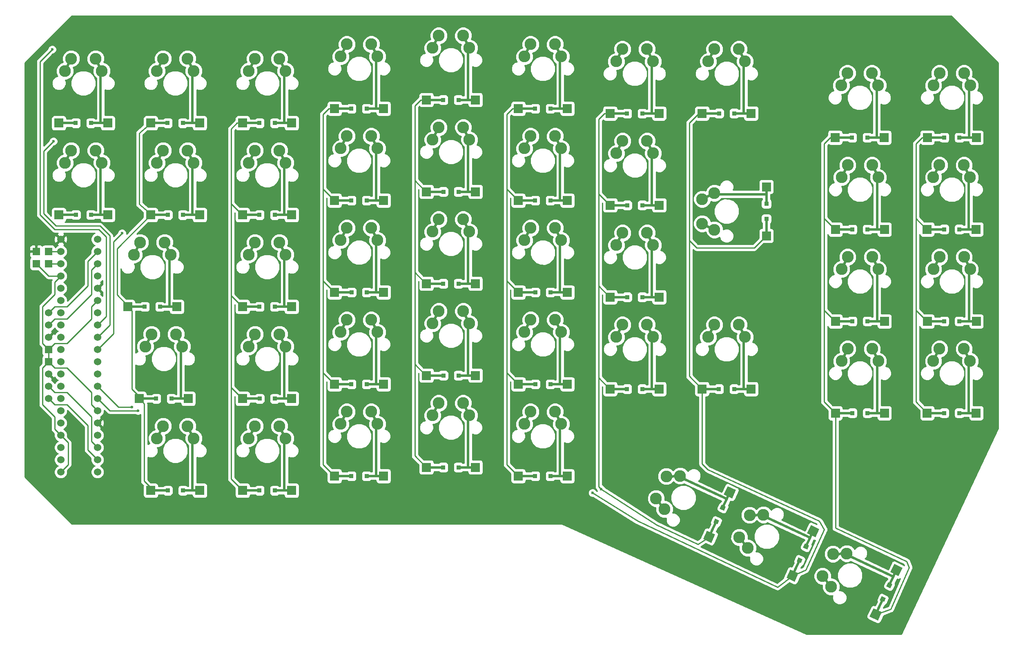
<source format=gbl>
G04 This is an RS-274x file exported by *
G04 gerbv version 2.6.0 *
G04 More information is available about gerbv at *
G04 http://gerbv.gpleda.org/ *
G04 --End of header info--*
%MOIN*%
%FSLAX34Y34*%
%IPPOS*%
G04 --Define apertures--*
%ADD10C,0.0039*%
%ADD11C,0.0200*%
%ADD12R,0.0354X0.0374*%
%ADD13R,0.0748X0.0748*%
%ADD14C,0.0960*%
%ADD15C,0.0600*%
%ADD16R,0.0600X0.0600*%
%ADD17R,0.0374X0.0354*%
%ADD18C,0.0236*%
%ADD19C,0.0098*%
%ADD20C,0.0100*%
G04 --Start main section--*
G54D11*
G01X0031447Y-036260D02*
G01X0031447Y-040510D01*
G01X0032047Y-040510D02*
G01X0030797Y-040510D01*
G01X0028047Y-040510D02*
G01X0029297Y-040510D01*
G01X0031047Y-035260D02*
G01X0031547Y-036260D01*
G01X0029047Y-035260D02*
G01X0028547Y-036260D01*
G01X0016443Y-013760D02*
G01X0016443Y-018010D01*
G01X0017043Y-018010D02*
G01X0015793Y-018010D01*
G01X0013043Y-018010D02*
G01X0014293Y-018010D01*
G01X0016043Y-012760D02*
G01X0016543Y-013760D01*
G01X0014043Y-012760D02*
G01X0013543Y-013760D01*
G01X0077303Y-053249D02*
G01X0081155Y-055046D01*
G01X0081409Y-054502D02*
G01X0080881Y-055635D01*
G01X0079718Y-058127D02*
G01X0080247Y-056994D01*
G01X0076228Y-053189D02*
G01X0077346Y-053159D01*
G01X0075383Y-055002D02*
G01X0076078Y-055878D01*
G01X0087323Y-037439D02*
G01X0087323Y-041689D01*
G01X0087923Y-041689D02*
G01X0086673Y-041689D01*
G01X0083923Y-041689D02*
G01X0085173Y-041689D01*
G01X0086923Y-036439D02*
G01X0087423Y-037439D01*
G01X0084923Y-036439D02*
G01X0084423Y-037439D01*
G01X0087325Y-029945D02*
G01X0087325Y-034195D01*
G01X0087925Y-034195D02*
G01X0086675Y-034195D01*
G01X0083925Y-034195D02*
G01X0085175Y-034195D01*
G01X0086925Y-028945D02*
G01X0087425Y-029945D01*
G01X0084925Y-028945D02*
G01X0084425Y-029945D01*
G01X0087323Y-022439D02*
G01X0087323Y-026689D01*
G01X0087923Y-026689D02*
G01X0086673Y-026689D01*
G01X0083923Y-026689D02*
G01X0085173Y-026689D01*
G01X0086923Y-021439D02*
G01X0087423Y-022439D01*
G01X0084923Y-021439D02*
G01X0084423Y-022439D01*
G01X0087325Y-014945D02*
G01X0087325Y-019195D01*
G01X0087925Y-019195D02*
G01X0086675Y-019195D01*
G01X0083925Y-019195D02*
G01X0085175Y-019195D01*
G01X0086925Y-013945D02*
G01X0087425Y-014945D01*
G01X0084925Y-013945D02*
G01X0084425Y-014945D01*
G01X0070508Y-050080D02*
G01X0074360Y-051876D01*
G01X0074614Y-051333D02*
G01X0074085Y-052465D01*
G01X0072923Y-054958D02*
G01X0073451Y-053825D01*
G01X0069433Y-050020D02*
G01X0070550Y-049990D01*
G01X0068588Y-051833D02*
G01X0069283Y-052708D01*
G01X0079826Y-037442D02*
G01X0079826Y-041692D01*
G01X0080426Y-041692D02*
G01X0079176Y-041692D01*
G01X0076426Y-041692D02*
G01X0077676Y-041692D01*
G01X0079426Y-036442D02*
G01X0079926Y-037442D01*
G01X0077426Y-036442D02*
G01X0076926Y-037442D01*
G01X0079825Y-029945D02*
G01X0079825Y-034195D01*
G01X0080425Y-034195D02*
G01X0079175Y-034195D01*
G01X0076425Y-034195D02*
G01X0077675Y-034195D01*
G01X0079425Y-028945D02*
G01X0079925Y-029945D01*
G01X0077425Y-028945D02*
G01X0076925Y-029945D01*
G01X0079825Y-022445D02*
G01X0079825Y-026695D01*
G01X0080425Y-026695D02*
G01X0079175Y-026695D01*
G01X0076425Y-026695D02*
G01X0077675Y-026695D01*
G01X0079425Y-021445D02*
G01X0079925Y-022445D01*
G01X0077425Y-021445D02*
G01X0076925Y-022445D01*
G01X0079806Y-014945D02*
G01X0079806Y-019195D01*
G01X0080406Y-019195D02*
G01X0079156Y-019195D01*
G01X0076406Y-019195D02*
G01X0077656Y-019195D01*
G01X0079406Y-013945D02*
G01X0079906Y-014945D01*
G01X0077406Y-013945D02*
G01X0076906Y-014945D01*
G01X0068943Y-035472D02*
G01X0068943Y-039722D01*
G01X0069543Y-039722D02*
G01X0068293Y-039722D01*
G01X0065543Y-039722D02*
G01X0066793Y-039722D01*
G01X0068543Y-034472D02*
G01X0069043Y-035472D01*
G01X0066543Y-034472D02*
G01X0066043Y-035472D01*
G01X0066545Y-023821D02*
G01X0070795Y-023821D01*
G01X0070795Y-023221D02*
G01X0070795Y-024471D01*
G01X0070795Y-027221D02*
G01X0070795Y-025971D01*
G01X0065545Y-024221D02*
G01X0066545Y-023721D01*
G01X0065545Y-026221D02*
G01X0066545Y-026721D01*
G01X0068947Y-012972D02*
G01X0068947Y-017222D01*
G01X0069547Y-017222D02*
G01X0068297Y-017222D01*
G01X0065547Y-017222D02*
G01X0066797Y-017222D01*
G01X0068547Y-011972D02*
G01X0069047Y-012972D01*
G01X0066547Y-011972D02*
G01X0066047Y-012972D01*
G01X0061443Y-035472D02*
G01X0061443Y-039722D01*
G01X0062043Y-039722D02*
G01X0060793Y-039722D01*
G01X0058043Y-039722D02*
G01X0059293Y-039722D01*
G01X0061043Y-034472D02*
G01X0061543Y-035472D01*
G01X0059043Y-034472D02*
G01X0058543Y-035472D01*
G01X0061446Y-027972D02*
G01X0061446Y-032222D01*
G01X0062046Y-032222D02*
G01X0060796Y-032222D01*
G01X0058046Y-032222D02*
G01X0059296Y-032222D01*
G01X0061046Y-026972D02*
G01X0061546Y-027972D01*
G01X0059046Y-026972D02*
G01X0058546Y-027972D01*
G01X0061448Y-020471D02*
G01X0061448Y-024721D01*
G01X0062048Y-024721D02*
G01X0060798Y-024721D01*
G01X0058048Y-024721D02*
G01X0059298Y-024721D01*
G01X0061048Y-019471D02*
G01X0061548Y-020471D01*
G01X0059048Y-019471D02*
G01X0058548Y-020471D01*
G01X0061439Y-012976D02*
G01X0061439Y-017226D01*
G01X0062039Y-017226D02*
G01X0060789Y-017226D01*
G01X0058039Y-017226D02*
G01X0059289Y-017226D01*
G01X0061039Y-011976D02*
G01X0061539Y-012976D01*
G01X0059039Y-011976D02*
G01X0058539Y-012976D01*
G01X0053943Y-042579D02*
G01X0053943Y-046829D01*
G01X0054543Y-046829D02*
G01X0053293Y-046829D01*
G01X0050543Y-046829D02*
G01X0051793Y-046829D01*
G01X0053543Y-041579D02*
G01X0054043Y-042579D01*
G01X0051543Y-041579D02*
G01X0051043Y-042579D01*
G01X0053947Y-035079D02*
G01X0053947Y-039329D01*
G01X0054547Y-039329D02*
G01X0053297Y-039329D01*
G01X0050547Y-039329D02*
G01X0051797Y-039329D01*
G01X0053547Y-034079D02*
G01X0054047Y-035079D01*
G01X0051547Y-034079D02*
G01X0051047Y-035079D01*
G01X0053947Y-027580D02*
G01X0053947Y-031830D01*
G01X0054547Y-031830D02*
G01X0053297Y-031830D01*
G01X0050547Y-031830D02*
G01X0051797Y-031830D01*
G01X0053547Y-026580D02*
G01X0054047Y-027580D01*
G01X0051547Y-026580D02*
G01X0051047Y-027580D01*
G01X0053943Y-020079D02*
G01X0053943Y-024329D01*
G01X0054543Y-024329D02*
G01X0053293Y-024329D01*
G01X0050543Y-024329D02*
G01X0051793Y-024329D01*
G01X0053543Y-019079D02*
G01X0054043Y-020079D01*
G01X0051543Y-019079D02*
G01X0051043Y-020079D01*
G01X0053943Y-012579D02*
G01X0053943Y-016829D01*
G01X0054543Y-016829D02*
G01X0053293Y-016829D01*
G01X0050543Y-016829D02*
G01X0051793Y-016829D01*
G01X0053543Y-011579D02*
G01X0054043Y-012579D01*
G01X0051543Y-011579D02*
G01X0051043Y-012579D01*
G01X0046443Y-041870D02*
G01X0046443Y-046120D01*
G01X0047043Y-046120D02*
G01X0045793Y-046120D01*
G01X0043043Y-046120D02*
G01X0044293Y-046120D01*
G01X0046043Y-040870D02*
G01X0046543Y-041870D01*
G01X0044043Y-040870D02*
G01X0043543Y-041870D01*
G01X0046447Y-034370D02*
G01X0046447Y-038620D01*
G01X0047047Y-038620D02*
G01X0045797Y-038620D01*
G01X0043047Y-038620D02*
G01X0044297Y-038620D01*
G01X0046047Y-033370D02*
G01X0046547Y-034370D01*
G01X0044047Y-033370D02*
G01X0043547Y-034370D01*
G01X0046443Y-026870D02*
G01X0046443Y-031120D01*
G01X0047043Y-031120D02*
G01X0045793Y-031120D01*
G01X0043043Y-031120D02*
G01X0044293Y-031120D01*
G01X0046043Y-025870D02*
G01X0046543Y-026870D01*
G01X0044043Y-025870D02*
G01X0043543Y-026870D01*
G01X0046447Y-019370D02*
G01X0046447Y-023620D01*
G01X0047047Y-023620D02*
G01X0045797Y-023620D01*
G01X0043047Y-023620D02*
G01X0044297Y-023620D01*
G01X0046047Y-018370D02*
G01X0046547Y-019370D01*
G01X0044047Y-018370D02*
G01X0043547Y-019370D01*
G01X0046443Y-011870D02*
G01X0046443Y-016120D01*
G01X0047043Y-016120D02*
G01X0045793Y-016120D01*
G01X0043043Y-016120D02*
G01X0044293Y-016120D01*
G01X0046043Y-010870D02*
G01X0046543Y-011870D01*
G01X0044043Y-010870D02*
G01X0043543Y-011870D01*
G01X0038943Y-042579D02*
G01X0038943Y-046829D01*
G01X0039543Y-046829D02*
G01X0038293Y-046829D01*
G01X0035543Y-046829D02*
G01X0036793Y-046829D01*
G01X0038543Y-041579D02*
G01X0039043Y-042579D01*
G01X0036543Y-041579D02*
G01X0036043Y-042579D01*
G01X0038943Y-035079D02*
G01X0038943Y-039329D01*
G01X0039543Y-039329D02*
G01X0038293Y-039329D01*
G01X0035543Y-039329D02*
G01X0036793Y-039329D01*
G01X0038543Y-034079D02*
G01X0039043Y-035079D01*
G01X0036543Y-034079D02*
G01X0036043Y-035079D01*
G01X0038947Y-027579D02*
G01X0038947Y-031829D01*
G01X0039547Y-031829D02*
G01X0038297Y-031829D01*
G01X0035547Y-031829D02*
G01X0036797Y-031829D01*
G01X0038547Y-026579D02*
G01X0039047Y-027579D01*
G01X0036547Y-026579D02*
G01X0036047Y-027579D01*
G01X0038943Y-020079D02*
G01X0038943Y-024329D01*
G01X0039543Y-024329D02*
G01X0038293Y-024329D01*
G01X0035543Y-024329D02*
G01X0036793Y-024329D01*
G01X0038543Y-019079D02*
G01X0039043Y-020079D01*
G01X0036543Y-019079D02*
G01X0036043Y-020079D01*
G01X0038943Y-012579D02*
G01X0038943Y-016829D01*
G01X0039543Y-016829D02*
G01X0038293Y-016829D01*
G01X0035543Y-016829D02*
G01X0036793Y-016829D01*
G01X0038543Y-011579D02*
G01X0039043Y-012579D01*
G01X0036543Y-011579D02*
G01X0036043Y-012579D01*
G01X0031443Y-043760D02*
G01X0031443Y-048010D01*
G01X0032043Y-048010D02*
G01X0030793Y-048010D01*
G01X0028043Y-048010D02*
G01X0029293Y-048010D01*
G01X0031043Y-042760D02*
G01X0031543Y-043760D01*
G01X0029043Y-042760D02*
G01X0028543Y-043760D01*
G01X0031443Y-028756D02*
G01X0031443Y-033006D01*
G01X0032043Y-033006D02*
G01X0030793Y-033006D01*
G01X0028043Y-033006D02*
G01X0029293Y-033006D01*
G01X0031043Y-027756D02*
G01X0031543Y-028756D01*
G01X0029043Y-027756D02*
G01X0028543Y-028756D01*
G01X0031443Y-021260D02*
G01X0031443Y-025510D01*
G01X0032043Y-025510D02*
G01X0030793Y-025510D01*
G01X0028043Y-025510D02*
G01X0029293Y-025510D01*
G01X0031043Y-020260D02*
G01X0031543Y-021260D01*
G01X0029043Y-020260D02*
G01X0028543Y-021260D01*
G01X0031443Y-013760D02*
G01X0031443Y-018010D01*
G01X0032043Y-018010D02*
G01X0030793Y-018010D01*
G01X0028043Y-018010D02*
G01X0029293Y-018010D01*
G01X0031043Y-012760D02*
G01X0031543Y-013760D01*
G01X0029043Y-012760D02*
G01X0028543Y-013760D01*
G01X0023951Y-043760D02*
G01X0023951Y-048010D01*
G01X0024551Y-048010D02*
G01X0023301Y-048010D01*
G01X0020551Y-048010D02*
G01X0021801Y-048010D01*
G01X0023551Y-042760D02*
G01X0024051Y-043760D01*
G01X0021551Y-042760D02*
G01X0021051Y-043760D01*
G01X0023006Y-036260D02*
G01X0023006Y-040510D01*
G01X0023606Y-040510D02*
G01X0022356Y-040510D01*
G01X0019606Y-040510D02*
G01X0020856Y-040510D01*
G01X0022606Y-035260D02*
G01X0023106Y-036260D01*
G01X0020606Y-035260D02*
G01X0020106Y-036260D01*
G01X0022073Y-028756D02*
G01X0022073Y-033006D01*
G01X0022673Y-033006D02*
G01X0021423Y-033006D01*
G01X0018673Y-033006D02*
G01X0019923Y-033006D01*
G01X0021673Y-027756D02*
G01X0022173Y-028756D01*
G01X0019673Y-027756D02*
G01X0019173Y-028756D01*
G01X0023947Y-021260D02*
G01X0023947Y-025510D01*
G01X0024547Y-025510D02*
G01X0023297Y-025510D01*
G01X0020547Y-025510D02*
G01X0021797Y-025510D01*
G01X0023547Y-020260D02*
G01X0024047Y-021260D01*
G01X0021547Y-020260D02*
G01X0021047Y-021260D01*
G01X0023943Y-013760D02*
G01X0023943Y-018010D01*
G01X0024543Y-018010D02*
G01X0023293Y-018010D01*
G01X0020543Y-018010D02*
G01X0021793Y-018010D01*
G01X0023543Y-012760D02*
G01X0024043Y-013760D01*
G01X0021543Y-012760D02*
G01X0021043Y-013760D01*
G01X0016447Y-021256D02*
G01X0016447Y-025506D01*
G01X0017047Y-025506D02*
G01X0015797Y-025506D01*
G01X0013047Y-025506D02*
G01X0014297Y-025506D01*
G01X0016047Y-020256D02*
G01X0016547Y-021256D01*
G01X0014047Y-020256D02*
G01X0013547Y-021256D01*
G01X0063709Y-046911D02*
G01X0067561Y-048707D01*
G01X0067814Y-048163D02*
G01X0067286Y-049296D01*
G01X0066124Y-051788D02*
G01X0066652Y-050656D01*
G01X0062634Y-046851D02*
G01X0063751Y-046820D01*
G01X0061788Y-048663D02*
G01X0062483Y-049539D01*
G54D12*
G01X0030667Y-040510D03*
G54D13*
G01X0032047Y-040510D03*
G54D14*
G01X0028547Y-036260D03*
G01X0031047Y-035260D03*
G01X0029047Y-035260D03*
G01X0031547Y-036260D03*
G54D13*
G01X0028047Y-040510D03*
G54D12*
G01X0029427Y-040510D03*
G54D15*
G01X0016200Y-033500D03*
G01X0016200Y-034500D03*
G01X0016200Y-035500D03*
G01X0016200Y-036500D03*
G01X0016200Y-040500D03*
G01X0016200Y-039500D03*
G01X0016200Y-038500D03*
G01X0016200Y-037500D03*
G01X0016200Y-032500D03*
G01X0016200Y-031500D03*
G01X0016200Y-030500D03*
G01X0016200Y-029500D03*
G01X0016200Y-028500D03*
G01X0016200Y-027500D03*
G01X0013200Y-027500D03*
G01X0013200Y-028500D03*
G01X0013200Y-029500D03*
G01X0013200Y-030500D03*
G01X0013200Y-031500D03*
G01X0013200Y-032500D03*
G01X0013200Y-033500D03*
G01X0013200Y-034500D03*
G01X0013200Y-035500D03*
G01X0013200Y-036500D03*
G01X0013200Y-037500D03*
G01X0013200Y-038500D03*
G01X0013200Y-039500D03*
G01X0013200Y-040500D03*
G01X0012200Y-038500D03*
G54D16*
G01X0012200Y-037500D03*
G54D15*
G01X0012200Y-039500D03*
G01X0012200Y-040500D03*
G01X0012200Y-035500D03*
G54D16*
G01X0012200Y-036500D03*
G54D15*
G01X0012200Y-034500D03*
G01X0012200Y-033500D03*
G54D12*
G01X0015663Y-018010D03*
G54D13*
G01X0017043Y-018010D03*
G54D14*
G01X0013543Y-013760D03*
G01X0016043Y-012760D03*
G01X0014043Y-012760D03*
G01X0016543Y-013760D03*
G54D13*
G01X0013043Y-018010D03*
G54D12*
G01X0014423Y-018010D03*
G54D10*
G36*
G01X0080920Y-055992D02*
G01X0080581Y-055834D01*
G01X0080731Y-055513D01*
G01X0081070Y-055671D01*
G01X0080920Y-055992D01*
G01X0080920Y-055992D01*
G37*
G36*
G01X0081590Y-054999D02*
G01X0080912Y-054683D01*
G01X0081228Y-054005D01*
G01X0081906Y-054321D01*
G01X0081590Y-054999D01*
G01X0081590Y-054999D01*
G37*
G54D14*
G01X0076078Y-055878D03*
G01X0076228Y-053189D03*
G01X0075383Y-055002D03*
G01X0077346Y-053159D03*
G54D10*
G36*
G01X0079899Y-058624D02*
G01X0079221Y-058308D01*
G01X0079537Y-057630D01*
G01X0080215Y-057946D01*
G01X0079899Y-058624D01*
G01X0079899Y-058624D01*
G37*
G36*
G01X0080396Y-057116D02*
G01X0080057Y-056958D01*
G01X0080207Y-056637D01*
G01X0080546Y-056795D01*
G01X0080396Y-057116D01*
G01X0080396Y-057116D01*
G37*
G54D12*
G01X0086543Y-041689D03*
G54D13*
G01X0087923Y-041689D03*
G54D14*
G01X0084423Y-037439D03*
G01X0086923Y-036439D03*
G01X0084923Y-036439D03*
G01X0087423Y-037439D03*
G54D13*
G01X0083923Y-041689D03*
G54D12*
G01X0085303Y-041689D03*
G01X0086545Y-034195D03*
G54D13*
G01X0087925Y-034195D03*
G54D14*
G01X0084425Y-029945D03*
G01X0086925Y-028945D03*
G01X0084925Y-028945D03*
G01X0087425Y-029945D03*
G54D13*
G01X0083925Y-034195D03*
G54D12*
G01X0085305Y-034195D03*
G01X0086543Y-026689D03*
G54D13*
G01X0087923Y-026689D03*
G54D14*
G01X0084423Y-022439D03*
G01X0086923Y-021439D03*
G01X0084923Y-021439D03*
G01X0087423Y-022439D03*
G54D13*
G01X0083923Y-026689D03*
G54D12*
G01X0085303Y-026689D03*
G01X0086545Y-019195D03*
G54D13*
G01X0087925Y-019195D03*
G54D14*
G01X0084425Y-014945D03*
G01X0086925Y-013945D03*
G01X0084925Y-013945D03*
G01X0087425Y-014945D03*
G54D13*
G01X0083925Y-019195D03*
G54D12*
G01X0085305Y-019195D03*
G54D10*
G36*
G01X0074125Y-052823D02*
G01X0073786Y-052665D01*
G01X0073936Y-052344D01*
G01X0074275Y-052502D01*
G01X0074125Y-052823D01*
G01X0074125Y-052823D01*
G37*
G36*
G01X0074794Y-051830D02*
G01X0074117Y-051513D01*
G01X0074433Y-050836D01*
G01X0075111Y-051152D01*
G01X0074794Y-051830D01*
G01X0074794Y-051830D01*
G37*
G54D14*
G01X0069283Y-052708D03*
G01X0069433Y-050020D03*
G01X0068588Y-051833D03*
G01X0070550Y-049990D03*
G54D10*
G36*
G01X0073104Y-055455D02*
G01X0072426Y-055139D01*
G01X0072742Y-054461D01*
G01X0073420Y-054777D01*
G01X0073104Y-055455D01*
G01X0073104Y-055455D01*
G37*
G36*
G01X0073601Y-053947D02*
G01X0073262Y-053789D01*
G01X0073412Y-053468D01*
G01X0073751Y-053626D01*
G01X0073601Y-053947D01*
G01X0073601Y-053947D01*
G37*
G54D12*
G01X0079046Y-041692D03*
G54D13*
G01X0080426Y-041692D03*
G54D14*
G01X0076926Y-037442D03*
G01X0079426Y-036442D03*
G01X0077426Y-036442D03*
G01X0079926Y-037442D03*
G54D13*
G01X0076426Y-041692D03*
G54D12*
G01X0077806Y-041692D03*
G01X0079045Y-034195D03*
G54D13*
G01X0080425Y-034195D03*
G54D14*
G01X0076925Y-029945D03*
G01X0079425Y-028945D03*
G01X0077425Y-028945D03*
G01X0079925Y-029945D03*
G54D13*
G01X0076425Y-034195D03*
G54D12*
G01X0077805Y-034195D03*
G01X0079045Y-026695D03*
G54D13*
G01X0080425Y-026695D03*
G54D14*
G01X0076925Y-022445D03*
G01X0079425Y-021445D03*
G01X0077425Y-021445D03*
G01X0079925Y-022445D03*
G54D13*
G01X0076425Y-026695D03*
G54D12*
G01X0077805Y-026695D03*
G01X0079026Y-019195D03*
G54D13*
G01X0080406Y-019195D03*
G54D14*
G01X0076906Y-014945D03*
G01X0079406Y-013945D03*
G01X0077406Y-013945D03*
G01X0079906Y-014945D03*
G54D13*
G01X0076406Y-019195D03*
G54D12*
G01X0077785Y-019195D03*
G01X0068163Y-039722D03*
G54D13*
G01X0069543Y-039722D03*
G54D14*
G01X0066043Y-035472D03*
G01X0068543Y-034472D03*
G01X0066543Y-034472D03*
G01X0069043Y-035472D03*
G54D13*
G01X0065543Y-039722D03*
G54D12*
G01X0066923Y-039722D03*
G54D17*
G01X0070795Y-024601D03*
G54D13*
G01X0070795Y-023221D03*
G54D14*
G01X0066545Y-026721D03*
G01X0065545Y-024221D03*
G01X0065545Y-026221D03*
G01X0066545Y-023721D03*
G54D13*
G01X0070795Y-027221D03*
G54D17*
G01X0070795Y-025841D03*
G54D12*
G01X0068167Y-017222D03*
G54D13*
G01X0069547Y-017222D03*
G54D14*
G01X0066047Y-012972D03*
G01X0068547Y-011972D03*
G01X0066547Y-011972D03*
G01X0069047Y-012972D03*
G54D13*
G01X0065547Y-017222D03*
G54D12*
G01X0066927Y-017222D03*
G01X0060663Y-039722D03*
G54D13*
G01X0062043Y-039722D03*
G54D14*
G01X0058543Y-035472D03*
G01X0061043Y-034472D03*
G01X0059043Y-034472D03*
G01X0061543Y-035472D03*
G54D13*
G01X0058043Y-039722D03*
G54D12*
G01X0059423Y-039722D03*
G01X0060666Y-032222D03*
G54D13*
G01X0062046Y-032222D03*
G54D14*
G01X0058546Y-027972D03*
G01X0061046Y-026972D03*
G01X0059046Y-026972D03*
G01X0061546Y-027972D03*
G54D13*
G01X0058046Y-032222D03*
G54D12*
G01X0059426Y-032222D03*
G01X0060668Y-024721D03*
G54D13*
G01X0062048Y-024721D03*
G54D14*
G01X0058548Y-020471D03*
G01X0061048Y-019471D03*
G01X0059048Y-019471D03*
G01X0061548Y-020471D03*
G54D13*
G01X0058048Y-024721D03*
G54D12*
G01X0059428Y-024721D03*
G01X0060659Y-017226D03*
G54D13*
G01X0062039Y-017226D03*
G54D14*
G01X0058539Y-012976D03*
G01X0061039Y-011976D03*
G01X0059039Y-011976D03*
G01X0061539Y-012976D03*
G54D13*
G01X0058039Y-017226D03*
G54D12*
G01X0059419Y-017226D03*
G01X0053163Y-046829D03*
G54D13*
G01X0054543Y-046829D03*
G54D14*
G01X0051043Y-042579D03*
G01X0053543Y-041579D03*
G01X0051543Y-041579D03*
G01X0054043Y-042579D03*
G54D13*
G01X0050543Y-046829D03*
G54D12*
G01X0051923Y-046829D03*
G01X0053167Y-039329D03*
G54D13*
G01X0054547Y-039329D03*
G54D14*
G01X0051047Y-035079D03*
G01X0053547Y-034079D03*
G01X0051547Y-034079D03*
G01X0054047Y-035079D03*
G54D13*
G01X0050547Y-039329D03*
G54D12*
G01X0051927Y-039329D03*
G01X0053167Y-031830D03*
G54D13*
G01X0054547Y-031830D03*
G54D14*
G01X0051047Y-027580D03*
G01X0053547Y-026580D03*
G01X0051547Y-026580D03*
G01X0054047Y-027580D03*
G54D13*
G01X0050547Y-031830D03*
G54D12*
G01X0051927Y-031830D03*
G01X0053163Y-024329D03*
G54D13*
G01X0054543Y-024329D03*
G54D14*
G01X0051043Y-020079D03*
G01X0053543Y-019079D03*
G01X0051543Y-019079D03*
G01X0054043Y-020079D03*
G54D13*
G01X0050543Y-024329D03*
G54D12*
G01X0051923Y-024329D03*
G01X0053163Y-016829D03*
G54D13*
G01X0054543Y-016829D03*
G54D14*
G01X0051043Y-012579D03*
G01X0053543Y-011579D03*
G01X0051543Y-011579D03*
G01X0054043Y-012579D03*
G54D13*
G01X0050543Y-016829D03*
G54D12*
G01X0051923Y-016829D03*
G01X0045663Y-046120D03*
G54D13*
G01X0047043Y-046120D03*
G54D14*
G01X0043543Y-041870D03*
G01X0046043Y-040870D03*
G01X0044043Y-040870D03*
G01X0046543Y-041870D03*
G54D13*
G01X0043043Y-046120D03*
G54D12*
G01X0044423Y-046120D03*
G01X0045667Y-038620D03*
G54D13*
G01X0047047Y-038620D03*
G54D14*
G01X0043547Y-034370D03*
G01X0046047Y-033370D03*
G01X0044047Y-033370D03*
G01X0046547Y-034370D03*
G54D13*
G01X0043047Y-038620D03*
G54D12*
G01X0044427Y-038620D03*
G01X0045663Y-031120D03*
G54D13*
G01X0047043Y-031120D03*
G54D14*
G01X0043543Y-026870D03*
G01X0046043Y-025870D03*
G01X0044043Y-025870D03*
G01X0046543Y-026870D03*
G54D13*
G01X0043043Y-031120D03*
G54D12*
G01X0044423Y-031120D03*
G01X0045667Y-023620D03*
G54D13*
G01X0047047Y-023620D03*
G54D14*
G01X0043547Y-019370D03*
G01X0046047Y-018370D03*
G01X0044047Y-018370D03*
G01X0046547Y-019370D03*
G54D13*
G01X0043047Y-023620D03*
G54D12*
G01X0044427Y-023620D03*
G01X0045663Y-016120D03*
G54D13*
G01X0047043Y-016120D03*
G54D14*
G01X0043543Y-011870D03*
G01X0046043Y-010870D03*
G01X0044043Y-010870D03*
G01X0046543Y-011870D03*
G54D13*
G01X0043043Y-016120D03*
G54D12*
G01X0044423Y-016120D03*
G01X0038163Y-046829D03*
G54D13*
G01X0039543Y-046829D03*
G54D14*
G01X0036043Y-042579D03*
G01X0038543Y-041579D03*
G01X0036543Y-041579D03*
G01X0039043Y-042579D03*
G54D13*
G01X0035543Y-046829D03*
G54D12*
G01X0036923Y-046829D03*
G01X0038163Y-039329D03*
G54D13*
G01X0039543Y-039329D03*
G54D14*
G01X0036043Y-035079D03*
G01X0038543Y-034079D03*
G01X0036543Y-034079D03*
G01X0039043Y-035079D03*
G54D13*
G01X0035543Y-039329D03*
G54D12*
G01X0036923Y-039329D03*
G01X0038167Y-031829D03*
G54D13*
G01X0039547Y-031829D03*
G54D14*
G01X0036047Y-027579D03*
G01X0038547Y-026579D03*
G01X0036547Y-026579D03*
G01X0039047Y-027579D03*
G54D13*
G01X0035547Y-031829D03*
G54D12*
G01X0036927Y-031829D03*
G01X0038163Y-024329D03*
G54D13*
G01X0039543Y-024329D03*
G54D14*
G01X0036043Y-020079D03*
G01X0038543Y-019079D03*
G01X0036543Y-019079D03*
G01X0039043Y-020079D03*
G54D13*
G01X0035543Y-024329D03*
G54D12*
G01X0036923Y-024329D03*
G01X0038163Y-016829D03*
G54D13*
G01X0039543Y-016829D03*
G54D14*
G01X0036043Y-012579D03*
G01X0038543Y-011579D03*
G01X0036543Y-011579D03*
G01X0039043Y-012579D03*
G54D13*
G01X0035543Y-016829D03*
G54D12*
G01X0036923Y-016829D03*
G01X0030663Y-048010D03*
G54D13*
G01X0032043Y-048010D03*
G54D14*
G01X0028543Y-043760D03*
G01X0031043Y-042760D03*
G01X0029043Y-042760D03*
G01X0031543Y-043760D03*
G54D13*
G01X0028043Y-048010D03*
G54D12*
G01X0029423Y-048010D03*
G01X0030663Y-033006D03*
G54D13*
G01X0032043Y-033006D03*
G54D14*
G01X0028543Y-028756D03*
G01X0031043Y-027756D03*
G01X0029043Y-027756D03*
G01X0031543Y-028756D03*
G54D13*
G01X0028043Y-033006D03*
G54D12*
G01X0029423Y-033006D03*
G01X0030663Y-025510D03*
G54D13*
G01X0032043Y-025510D03*
G54D14*
G01X0028543Y-021260D03*
G01X0031043Y-020260D03*
G01X0029043Y-020260D03*
G01X0031543Y-021260D03*
G54D13*
G01X0028043Y-025510D03*
G54D12*
G01X0029423Y-025510D03*
G01X0030663Y-018010D03*
G54D13*
G01X0032043Y-018010D03*
G54D14*
G01X0028543Y-013760D03*
G01X0031043Y-012760D03*
G01X0029043Y-012760D03*
G01X0031543Y-013760D03*
G54D13*
G01X0028043Y-018010D03*
G54D12*
G01X0029423Y-018010D03*
G01X0023171Y-048010D03*
G54D13*
G01X0024551Y-048010D03*
G54D14*
G01X0021051Y-043760D03*
G01X0023551Y-042760D03*
G01X0021551Y-042760D03*
G01X0024051Y-043760D03*
G54D13*
G01X0020551Y-048010D03*
G54D12*
G01X0021931Y-048010D03*
G01X0022226Y-040510D03*
G54D13*
G01X0023606Y-040510D03*
G54D14*
G01X0020106Y-036260D03*
G01X0022606Y-035260D03*
G01X0020606Y-035260D03*
G01X0023106Y-036260D03*
G54D13*
G01X0019606Y-040510D03*
G54D12*
G01X0020986Y-040510D03*
G01X0021293Y-033006D03*
G54D13*
G01X0022673Y-033006D03*
G54D14*
G01X0019173Y-028756D03*
G01X0021673Y-027756D03*
G01X0019673Y-027756D03*
G01X0022173Y-028756D03*
G54D13*
G01X0018673Y-033006D03*
G54D12*
G01X0020053Y-033006D03*
G01X0023167Y-025510D03*
G54D13*
G01X0024547Y-025510D03*
G54D14*
G01X0021047Y-021260D03*
G01X0023547Y-020260D03*
G01X0021547Y-020260D03*
G01X0024047Y-021260D03*
G54D13*
G01X0020547Y-025510D03*
G54D12*
G01X0021927Y-025510D03*
G01X0023163Y-018010D03*
G54D13*
G01X0024543Y-018010D03*
G54D14*
G01X0021043Y-013760D03*
G01X0023543Y-012760D03*
G01X0021543Y-012760D03*
G01X0024043Y-013760D03*
G54D13*
G01X0020543Y-018010D03*
G54D12*
G01X0021923Y-018010D03*
G01X0015667Y-025506D03*
G54D13*
G01X0017047Y-025506D03*
G54D14*
G01X0013547Y-021256D03*
G01X0016047Y-020256D03*
G01X0014047Y-020256D03*
G01X0016547Y-021256D03*
G54D13*
G01X0013047Y-025506D03*
G54D12*
G01X0014427Y-025506D03*
G54D15*
G01X0016200Y-040500D03*
G01X0016200Y-039500D03*
G01X0016200Y-038500D03*
G01X0016200Y-037500D03*
G01X0016200Y-033500D03*
G01X0016200Y-034500D03*
G01X0016200Y-035500D03*
G01X0016200Y-036500D03*
G01X0016200Y-041500D03*
G01X0016200Y-042500D03*
G01X0016200Y-043500D03*
G01X0016200Y-044500D03*
G01X0016200Y-045500D03*
G01X0016200Y-046500D03*
G01X0013200Y-046500D03*
G01X0013200Y-045500D03*
G01X0013200Y-044500D03*
G01X0013200Y-043500D03*
G01X0013200Y-042500D03*
G01X0013200Y-041500D03*
G01X0013200Y-040500D03*
G01X0013200Y-039500D03*
G01X0013200Y-038500D03*
G01X0013200Y-037500D03*
G01X0013200Y-036500D03*
G01X0013200Y-035500D03*
G01X0013200Y-034500D03*
G01X0013200Y-033500D03*
G54D10*
G36*
G01X0067326Y-049653D02*
G01X0066987Y-049495D01*
G01X0067137Y-049174D01*
G01X0067476Y-049332D01*
G01X0067326Y-049653D01*
G01X0067326Y-049653D01*
G37*
G36*
G01X0067995Y-048660D02*
G01X0067317Y-048344D01*
G01X0067633Y-047666D01*
G01X0068311Y-047982D01*
G01X0067995Y-048660D01*
G01X0067995Y-048660D01*
G37*
G54D14*
G01X0062483Y-049539D03*
G01X0062634Y-046851D03*
G01X0061788Y-048663D03*
G01X0063751Y-046820D03*
G54D10*
G36*
G01X0066305Y-052286D02*
G01X0065627Y-051969D01*
G01X0065943Y-051291D01*
G01X0066621Y-051608D01*
G01X0066305Y-052286D01*
G01X0066305Y-052286D01*
G37*
G36*
G01X0066802Y-050777D02*
G01X0066463Y-050619D01*
G01X0066612Y-050298D01*
G01X0066951Y-050456D01*
G01X0066802Y-050777D01*
G01X0066802Y-050777D01*
G37*
G54D16*
G01X0012200Y-028500D03*
G01X0012200Y-029500D03*
G01X0011200Y-029500D03*
G01X0011200Y-028500D03*
G54D18*
G01X0057300Y-047900D03*
G01X0056600Y-048200D03*
G01X0019000Y-041200D03*
G01X0019500Y-041500D03*
G01X0012500Y-012000D03*
G01X0012600Y-019500D03*
G01X0018200Y-027000D03*
G54D19*
G01X0013200Y-034500D02*
G01X0013300Y-034500D01*
G01X0020547Y-025510D02*
G01X0020547Y-025445D01*
G01X0020547Y-025445D02*
G01X0019600Y-024647D01*
G01X0019600Y-018823D02*
G01X0020559Y-018014D01*
G01X0019600Y-024647D02*
G01X0019600Y-018823D01*
G01X0018669Y-033014D02*
G01X0018669Y-032919D01*
G01X0018669Y-032919D02*
G01X0017800Y-032050D01*
G01X0017800Y-032050D02*
G01X0017800Y-028257D01*
G01X0017800Y-028257D02*
G01X0020547Y-025510D01*
G01X0019594Y-040514D02*
G01X0019594Y-040344D01*
G01X0019594Y-040344D02*
G01X0019000Y-039750D01*
G01X0019000Y-039750D02*
G01X0019000Y-033344D01*
G01X0019000Y-033344D02*
G01X0018669Y-033014D01*
G01X0020559Y-048014D02*
G01X0020559Y-047809D01*
G01X0020559Y-047809D02*
G01X0020000Y-047250D01*
G01X0020000Y-047250D02*
G01X0020000Y-040919D01*
G01X0020000Y-040919D02*
G01X0019594Y-040514D01*
G01X0028043Y-025510D02*
G01X0028010Y-025510D01*
G01X0028010Y-025510D02*
G01X0027100Y-024600D01*
G01X0028043Y-033006D02*
G01X0028006Y-033006D01*
G01X0028006Y-033006D02*
G01X0027100Y-032100D01*
G01X0028047Y-040510D02*
G01X0028010Y-040510D01*
G01X0028010Y-040510D02*
G01X0027100Y-039600D01*
G01X0028043Y-018010D02*
G01X0027590Y-018010D01*
G01X0027100Y-047067D02*
G01X0028043Y-048010D01*
G01X0027100Y-018500D02*
G01X0027100Y-024600D01*
G01X0027100Y-024600D02*
G01X0027100Y-032100D01*
G01X0027100Y-032100D02*
G01X0027100Y-039600D01*
G01X0027100Y-039600D02*
G01X0027100Y-047067D01*
G01X0027590Y-018010D02*
G01X0027100Y-018500D01*
G01X0035543Y-024329D02*
G01X0035529Y-024329D01*
G01X0035529Y-024329D02*
G01X0034600Y-023400D01*
G01X0035547Y-031829D02*
G01X0035529Y-031829D01*
G01X0035529Y-031829D02*
G01X0034600Y-030900D01*
G01X0035543Y-039329D02*
G01X0035529Y-039329D01*
G01X0035529Y-039329D02*
G01X0034600Y-038400D01*
G01X0035543Y-016829D02*
G01X0035071Y-016829D01*
G01X0034600Y-045885D02*
G01X0035543Y-046829D01*
G01X0034600Y-017300D02*
G01X0034600Y-023400D01*
G01X0034600Y-023400D02*
G01X0034600Y-030900D01*
G01X0034600Y-030900D02*
G01X0034600Y-038400D01*
G01X0034600Y-038400D02*
G01X0034600Y-045885D01*
G01X0035071Y-016829D02*
G01X0034600Y-017300D01*
G01X0043047Y-038620D02*
G01X0043020Y-038620D01*
G01X0043020Y-038620D02*
G01X0042100Y-037700D01*
G01X0043043Y-031120D02*
G01X0043020Y-031120D01*
G01X0043020Y-031120D02*
G01X0042100Y-030200D01*
G01X0043020Y-023620D02*
G01X0042100Y-022700D01*
G01X0043043Y-016120D02*
G01X0042580Y-016120D01*
G01X0042100Y-045177D02*
G01X0043043Y-046120D01*
G01X0042100Y-016600D02*
G01X0042100Y-022700D01*
G01X0042100Y-022700D02*
G01X0042100Y-030200D01*
G01X0042100Y-030200D02*
G01X0042100Y-037700D01*
G01X0042100Y-037700D02*
G01X0042100Y-045177D01*
G01X0042580Y-016120D02*
G01X0042100Y-016600D01*
G01X0050543Y-024329D02*
G01X0050529Y-024329D01*
G01X0050529Y-024329D02*
G01X0049600Y-023400D01*
G01X0050547Y-031830D02*
G01X0050530Y-031830D01*
G01X0050530Y-031830D02*
G01X0049600Y-030900D01*
G01X0049600Y-030900D02*
G01X0049600Y-031000D01*
G01X0050547Y-039329D02*
G01X0050529Y-039329D01*
G01X0050529Y-039329D02*
G01X0049600Y-038400D01*
G01X0050543Y-016829D02*
G01X0050071Y-016829D01*
G01X0049600Y-045885D02*
G01X0050543Y-046829D01*
G01X0049600Y-017300D02*
G01X0049600Y-023400D01*
G01X0049600Y-023400D02*
G01X0049600Y-031000D01*
G01X0049600Y-031000D02*
G01X0049600Y-038400D01*
G01X0049600Y-038400D02*
G01X0049600Y-045885D01*
G01X0050071Y-016829D02*
G01X0049600Y-017300D01*
G01X0057300Y-047900D02*
G01X0057100Y-047700D01*
G01X0057100Y-047700D02*
G01X0057100Y-038800D01*
G01X0057300Y-047900D02*
G01X0061800Y-050800D01*
G01X0061800Y-050800D02*
G01X0065200Y-052400D01*
G01X0065200Y-052400D02*
G01X0066136Y-051788D01*
G01X0058026Y-024726D02*
G01X0057100Y-023800D01*
G01X0058022Y-032222D02*
G01X0057100Y-031300D01*
G01X0058022Y-039722D02*
G01X0057100Y-038800D01*
G01X0058039Y-017226D02*
G01X0057574Y-017226D01*
G01X0057100Y-017700D02*
G01X0057100Y-023800D01*
G01X0057100Y-023800D02*
G01X0057100Y-031300D01*
G01X0057100Y-031300D02*
G01X0057100Y-038800D01*
G01X0057574Y-017226D02*
G01X0057100Y-017700D01*
G01X0058039Y-017226D02*
G01X0057774Y-017226D01*
G01X0070795Y-027221D02*
G01X0070779Y-027221D01*
G01X0070779Y-027221D02*
G01X0069800Y-028200D01*
G01X0069800Y-028200D02*
G01X0065100Y-028200D01*
G01X0065100Y-028200D02*
G01X0064500Y-027600D01*
G01X0065547Y-017222D02*
G01X0065278Y-017222D01*
G01X0065278Y-017222D02*
G01X0064500Y-018000D01*
G01X0064500Y-018000D02*
G01X0064500Y-027600D01*
G01X0064500Y-027600D02*
G01X0064500Y-038679D01*
G01X0064500Y-038679D02*
G01X0065543Y-039722D01*
G01X0060300Y-050500D02*
G01X0071700Y-055900D01*
G01X0056600Y-048200D02*
G01X0060300Y-050500D01*
G01X0071700Y-055900D02*
G01X0072927Y-054958D01*
G01X0075519Y-051209D02*
G01X0075100Y-050500D01*
G01X0065543Y-045843D02*
G01X0065543Y-039722D01*
G01X0065543Y-045843D02*
G01X0066000Y-046300D01*
G01X0075100Y-050500D02*
G01X0066000Y-046300D01*
G01X0072927Y-054958D02*
G01X0074000Y-054500D01*
G01X0074000Y-054500D02*
G01X0075519Y-051209D01*
G01X0065539Y-017226D02*
G01X0065539Y-017239D01*
G01X0076426Y-051074D02*
G01X0082250Y-053800D01*
G01X0076426Y-041692D02*
G01X0076426Y-051074D01*
G01X0080950Y-057700D02*
G01X0079718Y-058127D01*
G01X0082450Y-054300D02*
G01X0080950Y-057700D01*
G01X0082250Y-053800D02*
G01X0082450Y-054300D01*
G01X0076425Y-026695D02*
G01X0076395Y-026695D01*
G01X0076395Y-026695D02*
G01X0075500Y-025800D01*
G01X0076395Y-034195D02*
G01X0075500Y-033300D01*
G01X0076406Y-019195D02*
G01X0076005Y-019195D01*
G01X0075500Y-040766D02*
G01X0076426Y-041692D01*
G01X0075500Y-019700D02*
G01X0075500Y-025800D01*
G01X0075500Y-025800D02*
G01X0075500Y-033300D01*
G01X0075500Y-033300D02*
G01X0075500Y-040766D01*
G01X0076005Y-019195D02*
G01X0075500Y-019700D01*
G01X0016200Y-039500D02*
G01X0016200Y-039500D01*
G01X0017900Y-041200D02*
G01X0019000Y-041200D01*
G01X0016200Y-039500D02*
G01X0017900Y-041200D01*
G01X0083923Y-026689D02*
G01X0083889Y-026689D01*
G01X0083889Y-026689D02*
G01X0083000Y-025800D01*
G01X0083895Y-034195D02*
G01X0083000Y-033300D01*
G01X0083925Y-019195D02*
G01X0083505Y-019195D01*
G01X0083000Y-040766D02*
G01X0083923Y-041689D01*
G01X0083000Y-019700D02*
G01X0083000Y-025800D01*
G01X0083000Y-025800D02*
G01X0083000Y-033300D01*
G01X0083000Y-033300D02*
G01X0083000Y-040766D01*
G01X0083505Y-019195D02*
G01X0083000Y-019700D01*
G01X0016200Y-040500D02*
G01X0016200Y-040500D01*
G01X0017200Y-041500D02*
G01X0019500Y-041500D01*
G01X0016200Y-040500D02*
G01X0017200Y-041500D01*
G01X0083925Y-019195D02*
G01X0083905Y-019195D01*
G01X0013200Y-030500D02*
G01X0012200Y-030500D01*
G01X0012200Y-030500D02*
G01X0011200Y-029500D01*
G01X0013200Y-043500D02*
G01X0013800Y-044100D01*
G01X0013800Y-045900D02*
G01X0013200Y-046500D01*
G01X0013800Y-044100D02*
G01X0013800Y-045900D01*
G01X0016200Y-041500D02*
G01X0016200Y-041500D01*
G01X0012700Y-038000D02*
G01X0012200Y-037500D01*
G01X0013700Y-038000D02*
G01X0012700Y-038000D01*
G01X0015700Y-040000D02*
G01X0013700Y-038000D01*
G01X0015700Y-041000D02*
G01X0015700Y-040000D01*
G01X0016200Y-041500D02*
G01X0015700Y-041000D01*
G01X0012200Y-037500D02*
G01X0011700Y-038000D01*
G01X0012700Y-043000D02*
G01X0013200Y-043500D01*
G01X0012700Y-042000D02*
G01X0012700Y-043000D01*
G01X0011700Y-041000D02*
G01X0012700Y-042000D01*
G01X0011700Y-038000D02*
G01X0011700Y-041000D01*
G01X0012200Y-036500D02*
G01X0011700Y-036000D01*
G01X0012700Y-031000D02*
G01X0013200Y-030500D01*
G01X0012700Y-032000D02*
G01X0012700Y-031000D01*
G01X0011700Y-033000D02*
G01X0012700Y-032000D01*
G01X0011700Y-036000D02*
G01X0011700Y-033000D01*
G01X0012200Y-036500D02*
G01X0012200Y-037500D01*
G01X0016200Y-032500D02*
G01X0016200Y-032500D01*
G01X0012700Y-036000D02*
G01X0012200Y-036500D01*
G01X0013700Y-036000D02*
G01X0012700Y-036000D01*
G01X0015700Y-034000D02*
G01X0013700Y-036000D01*
G01X0015700Y-033000D02*
G01X0015700Y-034000D01*
G01X0016200Y-032500D02*
G01X0015700Y-033000D01*
G01X0016900Y-027300D02*
G01X0016900Y-033800D01*
G01X0016200Y-034500D02*
G01X0016900Y-033800D01*
G01X0016900Y-027300D02*
G01X0016300Y-026700D01*
G01X0016300Y-026700D02*
G01X0012700Y-026700D01*
G01X0012700Y-026700D02*
G01X0011500Y-025500D01*
G01X0011500Y-025500D02*
G01X0011500Y-013000D01*
G01X0011500Y-013000D02*
G01X0012500Y-012000D01*
G01X0011800Y-020300D02*
G01X0012600Y-019500D01*
G01X0017200Y-027300D02*
G01X0017200Y-027200D01*
G01X0016200Y-035500D02*
G01X0017200Y-034500D01*
G01X0017200Y-034500D02*
G01X0017200Y-027300D01*
G01X0011800Y-025400D02*
G01X0011800Y-020300D01*
G01X0012800Y-026400D02*
G01X0011800Y-025400D01*
G01X0016400Y-026400D02*
G01X0012800Y-026400D01*
G01X0017200Y-027200D02*
G01X0016400Y-026400D01*
G01X0016200Y-036500D02*
G01X0017500Y-035200D01*
G01X0017500Y-027700D02*
G01X0018200Y-027000D01*
G01X0017500Y-035200D02*
G01X0017500Y-027700D01*
G01X0016200Y-029500D02*
G01X0016200Y-029500D01*
G01X0012700Y-034000D02*
G01X0012200Y-034500D01*
G01X0013700Y-034000D02*
G01X0012700Y-034000D01*
G01X0015700Y-032000D02*
G01X0013700Y-034000D01*
G01X0015700Y-030000D02*
G01X0015700Y-032000D01*
G01X0016200Y-029500D02*
G01X0015700Y-030000D01*
G01X0016200Y-028500D02*
G01X0016200Y-028500D01*
G01X0012700Y-033000D02*
G01X0012200Y-033500D01*
G01X0013700Y-033000D02*
G01X0012700Y-033000D01*
G01X0015400Y-031300D02*
G01X0013700Y-033000D01*
G01X0015400Y-029300D02*
G01X0015400Y-031300D01*
G01X0016200Y-028500D02*
G01X0015400Y-029300D01*
G01X0016200Y-044500D02*
G01X0016200Y-044500D01*
G01X0012700Y-040000D02*
G01X0012200Y-039500D01*
G01X0013700Y-040000D02*
G01X0012700Y-040000D01*
G01X0015700Y-042000D02*
G01X0013700Y-040000D01*
G01X0015700Y-044000D02*
G01X0015700Y-042000D01*
G01X0016200Y-044500D02*
G01X0015700Y-044000D01*
G01X0012200Y-040500D02*
G01X0012700Y-041000D01*
G01X0016200Y-045500D02*
G01X0016200Y-045500D01*
G01X0015400Y-044700D02*
G01X0016200Y-045500D01*
G01X0015400Y-042700D02*
G01X0015400Y-044700D01*
G01X0013700Y-041000D02*
G01X0015400Y-042700D01*
G01X0012700Y-041000D02*
G01X0013700Y-041000D01*
G01X0013200Y-028500D02*
G01X0012200Y-028500D01*
G01X0013200Y-029500D02*
G01X0012200Y-029500D01*
G54D20*
G36*
G01X0089720Y-013116D02*
G01X0089720Y-042938D01*
G01X0081823Y-059720D01*
G01X0074060Y-059720D01*
G01X0054115Y-050745D01*
G01X0054111Y-050744D01*
G01X0054107Y-050742D01*
G01X0054058Y-050732D01*
G01X0054008Y-050721D01*
G01X0054004Y-050721D01*
G01X0054000Y-050720D01*
G01X0014116Y-050720D01*
G01X0010280Y-046884D01*
G01X0010280Y-029200D01*
G01X0010645Y-029200D01*
G01X0010645Y-029800D01*
G01X0010663Y-029893D01*
G01X0010717Y-029978D01*
G01X0010801Y-030035D01*
G01X0010900Y-030055D01*
G01X0011332Y-030055D01*
G01X0011988Y-030712D01*
G01X0012085Y-030776D01*
G01X0012104Y-030780D01*
G01X0012200Y-030799D01*
G01X0012481Y-030799D01*
G01X0012424Y-030885D01*
G01X0012401Y-031000D01*
G01X0012401Y-031876D01*
G01X0011488Y-032788D01*
G01X0011424Y-032885D01*
G01X0011401Y-033000D01*
G01X0011401Y-036000D01*
G01X0011424Y-036115D01*
G01X0011488Y-036212D01*
G01X0011645Y-036368D01*
G01X0011645Y-036800D01*
G01X0011663Y-036893D01*
G01X0011717Y-036978D01*
G01X0011750Y-037000D01*
G01X0011722Y-037017D01*
G01X0011665Y-037101D01*
G01X0011645Y-037200D01*
G01X0011645Y-037632D01*
G01X0011488Y-037788D01*
G01X0011424Y-037885D01*
G01X0011401Y-038000D01*
G01X0011401Y-041000D01*
G01X0011424Y-041115D01*
G01X0011488Y-041212D01*
G01X0012401Y-042124D01*
G01X0012401Y-043000D01*
G01X0012424Y-043115D01*
G01X0012488Y-043212D01*
G01X0012655Y-043378D01*
G01X0012650Y-043390D01*
G01X0012650Y-043609D01*
G01X0012733Y-043811D01*
G01X0012888Y-043966D01*
G01X0012970Y-044000D01*
G01X0012889Y-044033D01*
G01X0012734Y-044188D01*
G01X0012650Y-044390D01*
G01X0012650Y-044609D01*
G01X0012733Y-044811D01*
G01X0012888Y-044966D01*
G01X0012970Y-045000D01*
G01X0012889Y-045033D01*
G01X0012734Y-045188D01*
G01X0012650Y-045390D01*
G01X0012650Y-045609D01*
G01X0012733Y-045811D01*
G01X0012888Y-045966D01*
G01X0012970Y-046000D01*
G01X0012889Y-046033D01*
G01X0012734Y-046188D01*
G01X0012650Y-046390D01*
G01X0012650Y-046609D01*
G01X0012733Y-046811D01*
G01X0012888Y-046966D01*
G01X0013090Y-047050D01*
G01X0013309Y-047050D01*
G01X0013511Y-046967D01*
G01X0013666Y-046812D01*
G01X0013750Y-046610D01*
G01X0013750Y-046391D01*
G01X0013745Y-046378D01*
G01X0014012Y-046112D01*
G01X0014076Y-046015D01*
G01X0014082Y-045986D01*
G01X0014099Y-045900D01*
G01X0014099Y-044100D01*
G01X0014079Y-044000D01*
G01X0014076Y-043985D01*
G01X0014012Y-043888D01*
G01X0013745Y-043622D01*
G01X0013750Y-043610D01*
G01X0013750Y-043391D01*
G01X0013667Y-043189D01*
G01X0013512Y-043034D01*
G01X0013430Y-043000D01*
G01X0013511Y-042967D01*
G01X0013666Y-042812D01*
G01X0013750Y-042610D01*
G01X0013750Y-042391D01*
G01X0013667Y-042189D01*
G01X0013512Y-042034D01*
G01X0013430Y-042000D01*
G01X0013511Y-041967D01*
G01X0013666Y-041812D01*
G01X0013750Y-041610D01*
G01X0013750Y-041473D01*
G01X0015101Y-042824D01*
G01X0015101Y-044700D01*
G01X0015124Y-044815D01*
G01X0015188Y-044912D01*
G01X0015655Y-045378D01*
G01X0015650Y-045390D01*
G01X0015650Y-045609D01*
G01X0015733Y-045811D01*
G01X0015888Y-045966D01*
G01X0015970Y-046000D01*
G01X0015889Y-046033D01*
G01X0015734Y-046188D01*
G01X0015650Y-046390D01*
G01X0015650Y-046609D01*
G01X0015733Y-046811D01*
G01X0015888Y-046966D01*
G01X0016090Y-047050D01*
G01X0016309Y-047050D01*
G01X0016511Y-046967D01*
G01X0016666Y-046812D01*
G01X0016750Y-046610D01*
G01X0016750Y-046391D01*
G01X0016667Y-046189D01*
G01X0016512Y-046034D01*
G01X0016430Y-046000D01*
G01X0016511Y-045967D01*
G01X0016666Y-045812D01*
G01X0016750Y-045610D01*
G01X0016750Y-045391D01*
G01X0016667Y-045189D01*
G01X0016512Y-045034D01*
G01X0016430Y-045000D01*
G01X0016511Y-044967D01*
G01X0016666Y-044812D01*
G01X0016750Y-044610D01*
G01X0016750Y-044391D01*
G01X0016667Y-044189D01*
G01X0016512Y-044034D01*
G01X0016430Y-044000D01*
G01X0016511Y-043967D01*
G01X0016666Y-043812D01*
G01X0016750Y-043610D01*
G01X0016750Y-043391D01*
G01X0016667Y-043189D01*
G01X0016512Y-043034D01*
G01X0016436Y-043003D01*
G01X0016488Y-042981D01*
G01X0016515Y-042886D01*
G01X0016200Y-042571D01*
G01X0016194Y-042576D01*
G01X0016124Y-042506D01*
G01X0016129Y-042500D01*
G01X0016271Y-042500D01*
G01X0016586Y-042815D01*
G01X0016681Y-042788D01*
G01X0016755Y-042582D01*
G01X0016744Y-042363D01*
G01X0016681Y-042212D01*
G01X0016586Y-042185D01*
G01X0016271Y-042500D01*
G01X0016129Y-042500D01*
G01X0016124Y-042494D01*
G01X0016194Y-042424D01*
G01X0016200Y-042429D01*
G01X0016515Y-042114D01*
G01X0016488Y-042019D01*
G01X0016433Y-041999D01*
G01X0016511Y-041967D01*
G01X0016666Y-041812D01*
G01X0016750Y-041610D01*
G01X0016750Y-041473D01*
G01X0016988Y-041712D01*
G01X0017085Y-041776D01*
G01X0017104Y-041780D01*
G01X0017200Y-041799D01*
G01X0019279Y-041799D01*
G01X0019291Y-041812D01*
G01X0019426Y-041868D01*
G01X0019573Y-041868D01*
G01X0019701Y-041815D01*
G01X0019701Y-047250D01*
G01X0019724Y-047365D01*
G01X0019788Y-047462D01*
G01X0019929Y-047602D01*
G01X0019922Y-047636D01*
G01X0019922Y-048384D01*
G01X0019940Y-048477D01*
G01X0019994Y-048562D01*
G01X0020078Y-048619D01*
G01X0020177Y-048639D01*
G01X0020925Y-048639D01*
G01X0021018Y-048621D01*
G01X0021103Y-048567D01*
G01X0021160Y-048483D01*
G01X0021180Y-048384D01*
G01X0021180Y-048360D01*
G01X0021562Y-048360D01*
G01X0021571Y-048375D01*
G01X0021655Y-048432D01*
G01X0021754Y-048452D01*
G01X0022108Y-048452D01*
G01X0022201Y-048434D01*
G01X0022286Y-048380D01*
G01X0022343Y-048296D01*
G01X0022363Y-048197D01*
G01X0022363Y-047823D01*
G01X0022739Y-047823D01*
G01X0022739Y-048197D01*
G01X0022757Y-048289D01*
G01X0022811Y-048375D01*
G01X0022895Y-048432D01*
G01X0022994Y-048452D01*
G01X0023348Y-048452D01*
G01X0023441Y-048434D01*
G01X0023526Y-048380D01*
G01X0023540Y-048360D01*
G01X0023922Y-048360D01*
G01X0023922Y-048384D01*
G01X0023940Y-048477D01*
G01X0023994Y-048562D01*
G01X0024078Y-048619D01*
G01X0024177Y-048639D01*
G01X0024925Y-048639D01*
G01X0025018Y-048621D01*
G01X0025103Y-048567D01*
G01X0025160Y-048483D01*
G01X0025180Y-048384D01*
G01X0025180Y-047636D01*
G01X0025163Y-047543D01*
G01X0025108Y-047458D01*
G01X0025024Y-047401D01*
G01X0024925Y-047381D01*
G01X0024301Y-047381D01*
G01X0024301Y-045289D01*
G01X0024434Y-045345D01*
G01X0024667Y-045345D01*
G01X0024882Y-045256D01*
G01X0025047Y-045092D01*
G01X0025136Y-044877D01*
G01X0025136Y-044644D01*
G01X0025047Y-044429D01*
G01X0024883Y-044264D01*
G01X0024668Y-044175D01*
G01X0024670Y-044174D01*
G01X0024781Y-043906D01*
G01X0024781Y-043615D01*
G01X0024670Y-043347D01*
G01X0024465Y-043141D01*
G01X0024225Y-043041D01*
G01X0024281Y-042906D01*
G01X0024281Y-042615D01*
G01X0024170Y-042347D01*
G01X0023965Y-042141D01*
G01X0023697Y-042030D01*
G01X0023407Y-042030D01*
G01X0023138Y-042141D01*
G01X0022933Y-042346D01*
G01X0022821Y-042614D01*
G01X0022821Y-042904D01*
G01X0022932Y-043173D01*
G01X0023137Y-043378D01*
G01X0023378Y-043478D01*
G01X0023321Y-043614D01*
G01X0023321Y-043904D01*
G01X0023432Y-044173D01*
G01X0023601Y-044342D01*
G01X0023601Y-047660D01*
G01X0023541Y-047660D01*
G01X0023531Y-047645D01*
G01X0023448Y-047588D01*
G01X0023348Y-047568D01*
G01X0022994Y-047568D01*
G01X0022901Y-047585D01*
G01X0022816Y-047640D01*
G01X0022759Y-047724D01*
G01X0022739Y-047823D01*
G01X0022363Y-047823D01*
G01X0022346Y-047730D01*
G01X0022291Y-047645D01*
G01X0022207Y-047588D01*
G01X0022108Y-047568D01*
G01X0021754Y-047568D01*
G01X0021661Y-047585D01*
G01X0021576Y-047640D01*
G01X0021563Y-047660D01*
G01X0021180Y-047660D01*
G01X0021180Y-047636D01*
G01X0021163Y-047543D01*
G01X0021108Y-047458D01*
G01X0021024Y-047401D01*
G01X0020925Y-047381D01*
G01X0020554Y-047381D01*
G01X0020299Y-047126D01*
G01X0020299Y-045289D01*
G01X0020434Y-045345D01*
G01X0020667Y-045345D01*
G01X0020882Y-045256D01*
G01X0021047Y-045092D01*
G01X0021099Y-044965D01*
G01X0021514Y-044965D01*
G01X0021671Y-045347D01*
G01X0021963Y-045639D01*
G01X0022344Y-045797D01*
G01X0022757Y-045797D01*
G01X0023138Y-045640D01*
G01X0023430Y-045348D01*
G01X0023588Y-044967D01*
G01X0023589Y-044554D01*
G01X0023431Y-044173D01*
G01X0023140Y-043881D01*
G01X0022758Y-043723D01*
G01X0022346Y-043722D01*
G01X0021964Y-043880D01*
G01X0021672Y-044171D01*
G01X0021514Y-044553D01*
G01X0021514Y-044965D01*
G01X0021099Y-044965D01*
G01X0021136Y-044877D01*
G01X0021136Y-044644D01*
G01X0021073Y-044490D01*
G01X0021196Y-044490D01*
G01X0021464Y-044379D01*
G01X0021670Y-044174D01*
G01X0021781Y-043906D01*
G01X0021781Y-043615D01*
G01X0021725Y-043478D01*
G01X0021964Y-043379D01*
G01X0022170Y-043174D01*
G01X0022281Y-042906D01*
G01X0022281Y-042615D01*
G01X0022170Y-042347D01*
G01X0021965Y-042141D01*
G01X0021697Y-042030D01*
G01X0021407Y-042030D01*
G01X0021138Y-042141D01*
G01X0020933Y-042346D01*
G01X0020821Y-042614D01*
G01X0020821Y-042904D01*
G01X0020878Y-043042D01*
G01X0020638Y-043141D01*
G01X0020433Y-043346D01*
G01X0020321Y-043614D01*
G01X0020321Y-043904D01*
G01X0020432Y-044173D01*
G01X0020434Y-044175D01*
G01X0020299Y-044231D01*
G01X0020299Y-040919D01*
G01X0020287Y-040860D01*
G01X0020617Y-040860D01*
G01X0020626Y-040875D01*
G01X0020710Y-040932D01*
G01X0020809Y-040952D01*
G01X0021163Y-040952D01*
G01X0021256Y-040934D01*
G01X0021341Y-040880D01*
G01X0021398Y-040796D01*
G01X0021418Y-040697D01*
G01X0021418Y-040323D01*
G01X0021794Y-040323D01*
G01X0021794Y-040697D01*
G01X0021812Y-040789D01*
G01X0021867Y-040875D01*
G01X0021950Y-040932D01*
G01X0022049Y-040952D01*
G01X0022404Y-040952D01*
G01X0022496Y-040934D01*
G01X0022581Y-040880D01*
G01X0022595Y-040860D01*
G01X0022977Y-040860D01*
G01X0022977Y-040884D01*
G01X0022995Y-040977D01*
G01X0023050Y-041062D01*
G01X0023133Y-041119D01*
G01X0023232Y-041139D01*
G01X0023980Y-041139D01*
G01X0024073Y-041121D01*
G01X0024158Y-041067D01*
G01X0024215Y-040983D01*
G01X0024235Y-040884D01*
G01X0024235Y-040136D01*
G01X0024218Y-040043D01*
G01X0024163Y-039958D01*
G01X0024079Y-039901D01*
G01X0023980Y-039881D01*
G01X0023356Y-039881D01*
G01X0023356Y-037789D01*
G01X0023489Y-037845D01*
G01X0023722Y-037845D01*
G01X0023937Y-037756D01*
G01X0024102Y-037592D01*
G01X0024191Y-037377D01*
G01X0024191Y-037144D01*
G01X0024103Y-036929D01*
G01X0023938Y-036764D01*
G01X0023724Y-036675D01*
G01X0023725Y-036674D01*
G01X0023836Y-036406D01*
G01X0023836Y-036115D01*
G01X0023726Y-035847D01*
G01X0023520Y-035641D01*
G01X0023280Y-035541D01*
G01X0023336Y-035406D01*
G01X0023336Y-035115D01*
G01X0023226Y-034847D01*
G01X0023020Y-034641D01*
G01X0022752Y-034530D01*
G01X0022462Y-034530D01*
G01X0022193Y-034641D01*
G01X0021988Y-034846D01*
G01X0021876Y-035114D01*
G01X0021876Y-035404D01*
G01X0021987Y-035673D01*
G01X0022192Y-035878D01*
G01X0022433Y-035978D01*
G01X0022376Y-036114D01*
G01X0022376Y-036404D01*
G01X0022487Y-036673D01*
G01X0022656Y-036842D01*
G01X0022656Y-040160D01*
G01X0022596Y-040160D01*
G01X0022586Y-040145D01*
G01X0022503Y-040088D01*
G01X0022404Y-040068D01*
G01X0022049Y-040068D01*
G01X0021957Y-040085D01*
G01X0021871Y-040140D01*
G01X0021814Y-040224D01*
G01X0021794Y-040323D01*
G01X0021418Y-040323D01*
G01X0021401Y-040230D01*
G01X0021346Y-040145D01*
G01X0021263Y-040088D01*
G01X0021163Y-040068D01*
G01X0020809Y-040068D01*
G01X0020716Y-040085D01*
G01X0020631Y-040140D01*
G01X0020618Y-040160D01*
G01X0020235Y-040160D01*
G01X0020235Y-040136D01*
G01X0020218Y-040043D01*
G01X0020163Y-039958D01*
G01X0020079Y-039901D01*
G01X0019980Y-039881D01*
G01X0019554Y-039881D01*
G01X0019299Y-039626D01*
G01X0019299Y-037766D01*
G01X0019489Y-037845D01*
G01X0019722Y-037845D01*
G01X0019937Y-037756D01*
G01X0020102Y-037592D01*
G01X0020154Y-037465D01*
G01X0020569Y-037465D01*
G01X0020726Y-037847D01*
G01X0021018Y-038139D01*
G01X0021399Y-038297D01*
G01X0021812Y-038297D01*
G01X0022193Y-038140D01*
G01X0022485Y-037848D01*
G01X0022644Y-037467D01*
G01X0022644Y-037054D01*
G01X0022486Y-036673D01*
G01X0022195Y-036381D01*
G01X0021814Y-036223D01*
G01X0021401Y-036222D01*
G01X0021019Y-036380D01*
G01X0020727Y-036671D01*
G01X0020569Y-037053D01*
G01X0020569Y-037465D01*
G01X0020154Y-037465D01*
G01X0020191Y-037377D01*
G01X0020191Y-037144D01*
G01X0020128Y-036990D01*
G01X0020251Y-036990D01*
G01X0020519Y-036879D01*
G01X0020725Y-036674D01*
G01X0020836Y-036406D01*
G01X0020836Y-036115D01*
G01X0020780Y-035978D01*
G01X0021019Y-035879D01*
G01X0021225Y-035674D01*
G01X0021336Y-035406D01*
G01X0021336Y-035115D01*
G01X0021226Y-034847D01*
G01X0021020Y-034641D01*
G01X0020752Y-034530D01*
G01X0020462Y-034530D01*
G01X0020193Y-034641D01*
G01X0019988Y-034846D01*
G01X0019876Y-035114D01*
G01X0019876Y-035404D01*
G01X0019933Y-035542D01*
G01X0019693Y-035641D01*
G01X0019488Y-035846D01*
G01X0019376Y-036114D01*
G01X0019376Y-036404D01*
G01X0019487Y-036673D01*
G01X0019489Y-036675D01*
G01X0019299Y-036754D01*
G01X0019299Y-033394D01*
G01X0019302Y-033380D01*
G01X0019302Y-033356D01*
G01X0019684Y-033356D01*
G01X0019693Y-033371D01*
G01X0019777Y-033428D01*
G01X0019876Y-033448D01*
G01X0020230Y-033448D01*
G01X0020323Y-033430D01*
G01X0020408Y-033376D01*
G01X0020465Y-033292D01*
G01X0020485Y-033193D01*
G01X0020485Y-032819D01*
G01X0020861Y-032819D01*
G01X0020861Y-033193D01*
G01X0020879Y-033286D01*
G01X0020933Y-033371D01*
G01X0021017Y-033428D01*
G01X0021116Y-033448D01*
G01X0021470Y-033448D01*
G01X0021563Y-033430D01*
G01X0021648Y-033376D01*
G01X0021662Y-033356D01*
G01X0022044Y-033356D01*
G01X0022044Y-033380D01*
G01X0022062Y-033473D01*
G01X0022117Y-033558D01*
G01X0022200Y-033615D01*
G01X0022299Y-033635D01*
G01X0023047Y-033635D01*
G01X0023140Y-033617D01*
G01X0023225Y-033563D01*
G01X0023282Y-033479D01*
G01X0023302Y-033380D01*
G01X0023302Y-032632D01*
G01X0023285Y-032539D01*
G01X0023230Y-032454D01*
G01X0023146Y-032397D01*
G01X0023047Y-032377D01*
G01X0022423Y-032377D01*
G01X0022423Y-030286D01*
G01X0022556Y-030341D01*
G01X0022789Y-030341D01*
G01X0023004Y-030252D01*
G01X0023169Y-030088D01*
G01X0023258Y-029873D01*
G01X0023258Y-029640D01*
G01X0023169Y-029425D01*
G01X0023005Y-029260D01*
G01X0022791Y-029171D01*
G01X0022792Y-029170D01*
G01X0022903Y-028902D01*
G01X0022903Y-028611D01*
G01X0022792Y-028343D01*
G01X0022587Y-028137D01*
G01X0022347Y-028038D01*
G01X0022403Y-027902D01*
G01X0022403Y-027611D01*
G01X0022292Y-027343D01*
G01X0022087Y-027137D01*
G01X0021819Y-027026D01*
G01X0021529Y-027026D01*
G01X0021260Y-027137D01*
G01X0021055Y-027342D01*
G01X0020943Y-027610D01*
G01X0020943Y-027900D01*
G01X0021054Y-028169D01*
G01X0021259Y-028374D01*
G01X0021500Y-028474D01*
G01X0021443Y-028610D01*
G01X0021443Y-028900D01*
G01X0021554Y-029169D01*
G01X0021723Y-029338D01*
G01X0021723Y-032656D01*
G01X0021663Y-032656D01*
G01X0021653Y-032641D01*
G01X0021570Y-032584D01*
G01X0021470Y-032564D01*
G01X0021116Y-032564D01*
G01X0021023Y-032581D01*
G01X0020938Y-032636D01*
G01X0020881Y-032720D01*
G01X0020861Y-032819D01*
G01X0020485Y-032819D01*
G01X0020468Y-032726D01*
G01X0020413Y-032641D01*
G01X0020329Y-032584D01*
G01X0020230Y-032564D01*
G01X0019876Y-032564D01*
G01X0019783Y-032581D01*
G01X0019698Y-032636D01*
G01X0019685Y-032656D01*
G01X0019302Y-032656D01*
G01X0019302Y-032632D01*
G01X0019285Y-032539D01*
G01X0019230Y-032454D01*
G01X0019146Y-032397D01*
G01X0019047Y-032377D01*
G01X0018550Y-032377D01*
G01X0018099Y-031926D01*
G01X0018099Y-029899D01*
G01X0018177Y-030087D01*
G01X0018341Y-030252D01*
G01X0018556Y-030341D01*
G01X0018789Y-030341D01*
G01X0019004Y-030252D01*
G01X0019169Y-030088D01*
G01X0019221Y-029961D01*
G01X0019636Y-029961D01*
G01X0019793Y-030343D01*
G01X0020085Y-030635D01*
G01X0020466Y-030793D01*
G01X0020879Y-030793D01*
G01X0021260Y-030636D01*
G01X0021552Y-030344D01*
G01X0021710Y-029963D01*
G01X0021711Y-029550D01*
G01X0021553Y-029169D01*
G01X0021262Y-028877D01*
G01X0020880Y-028719D01*
G01X0020468Y-028718D01*
G01X0020086Y-028876D01*
G01X0019794Y-029167D01*
G01X0019636Y-029549D01*
G01X0019636Y-029961D01*
G01X0019221Y-029961D01*
G01X0019258Y-029873D01*
G01X0019258Y-029640D01*
G01X0019195Y-029486D01*
G01X0019318Y-029486D01*
G01X0019586Y-029375D01*
G01X0019792Y-029170D01*
G01X0019903Y-028902D01*
G01X0019903Y-028611D01*
G01X0019847Y-028474D01*
G01X0020086Y-028375D01*
G01X0020292Y-028170D01*
G01X0020403Y-027902D01*
G01X0020403Y-027611D01*
G01X0020292Y-027343D01*
G01X0020087Y-027137D01*
G01X0019819Y-027026D01*
G01X0019529Y-027026D01*
G01X0019402Y-027078D01*
G01X0020341Y-026139D01*
G01X0020921Y-026139D01*
G01X0021014Y-026121D01*
G01X0021099Y-026067D01*
G01X0021156Y-025983D01*
G01X0021176Y-025884D01*
G01X0021176Y-025860D01*
G01X0021558Y-025860D01*
G01X0021567Y-025875D01*
G01X0021651Y-025932D01*
G01X0021750Y-025952D01*
G01X0022104Y-025952D01*
G01X0022197Y-025934D01*
G01X0022282Y-025880D01*
G01X0022339Y-025796D01*
G01X0022359Y-025697D01*
G01X0022359Y-025323D01*
G01X0022735Y-025323D01*
G01X0022735Y-025697D01*
G01X0022753Y-025789D01*
G01X0022807Y-025875D01*
G01X0022891Y-025932D01*
G01X0022990Y-025952D01*
G01X0023344Y-025952D01*
G01X0023437Y-025934D01*
G01X0023522Y-025880D01*
G01X0023536Y-025860D01*
G01X0023918Y-025860D01*
G01X0023918Y-025884D01*
G01X0023936Y-025977D01*
G01X0023991Y-026062D01*
G01X0024074Y-026119D01*
G01X0024173Y-026139D01*
G01X0024921Y-026139D01*
G01X0025014Y-026121D01*
G01X0025099Y-026067D01*
G01X0025156Y-025983D01*
G01X0025176Y-025884D01*
G01X0025176Y-025136D01*
G01X0025159Y-025043D01*
G01X0025104Y-024958D01*
G01X0025020Y-024901D01*
G01X0024921Y-024881D01*
G01X0024297Y-024881D01*
G01X0024297Y-022789D01*
G01X0024430Y-022845D01*
G01X0024663Y-022845D01*
G01X0024878Y-022756D01*
G01X0025043Y-022592D01*
G01X0025132Y-022377D01*
G01X0025132Y-022144D01*
G01X0025043Y-021929D01*
G01X0024879Y-021764D01*
G01X0024665Y-021675D01*
G01X0024666Y-021674D01*
G01X0024777Y-021406D01*
G01X0024777Y-021115D01*
G01X0024666Y-020847D01*
G01X0024461Y-020641D01*
G01X0024221Y-020541D01*
G01X0024277Y-020406D01*
G01X0024277Y-020115D01*
G01X0024166Y-019847D01*
G01X0023961Y-019641D01*
G01X0023693Y-019530D01*
G01X0023403Y-019530D01*
G01X0023134Y-019641D01*
G01X0022929Y-019846D01*
G01X0022817Y-020114D01*
G01X0022817Y-020404D01*
G01X0022928Y-020673D01*
G01X0023133Y-020878D01*
G01X0023374Y-020978D01*
G01X0023317Y-021114D01*
G01X0023317Y-021404D01*
G01X0023428Y-021673D01*
G01X0023597Y-021842D01*
G01X0023597Y-025160D01*
G01X0023537Y-025160D01*
G01X0023527Y-025145D01*
G01X0023444Y-025088D01*
G01X0023344Y-025068D01*
G01X0022990Y-025068D01*
G01X0022898Y-025085D01*
G01X0022812Y-025140D01*
G01X0022755Y-025224D01*
G01X0022735Y-025323D01*
G01X0022359Y-025323D01*
G01X0022342Y-025230D01*
G01X0022287Y-025145D01*
G01X0022204Y-025088D01*
G01X0022104Y-025068D01*
G01X0021750Y-025068D01*
G01X0021657Y-025085D01*
G01X0021572Y-025140D01*
G01X0021559Y-025160D01*
G01X0021176Y-025160D01*
G01X0021176Y-025136D01*
G01X0021159Y-025043D01*
G01X0021104Y-024958D01*
G01X0021020Y-024901D01*
G01X0020921Y-024881D01*
G01X0020342Y-024881D01*
G01X0019899Y-024508D01*
G01X0019899Y-022376D01*
G01X0019962Y-022376D01*
G01X0020051Y-022591D01*
G01X0020215Y-022755D01*
G01X0020430Y-022845D01*
G01X0020663Y-022845D01*
G01X0020878Y-022756D01*
G01X0021043Y-022592D01*
G01X0021095Y-022465D01*
G01X0021510Y-022465D01*
G01X0021667Y-022847D01*
G01X0021959Y-023139D01*
G01X0022340Y-023297D01*
G01X0022753Y-023297D01*
G01X0023134Y-023140D01*
G01X0023426Y-022848D01*
G01X0023584Y-022467D01*
G01X0023585Y-022054D01*
G01X0023427Y-021673D01*
G01X0023136Y-021381D01*
G01X0022755Y-021223D01*
G01X0022342Y-021222D01*
G01X0021960Y-021380D01*
G01X0021668Y-021671D01*
G01X0021510Y-022053D01*
G01X0021510Y-022465D01*
G01X0021095Y-022465D01*
G01X0021132Y-022377D01*
G01X0021132Y-022144D01*
G01X0021069Y-021990D01*
G01X0021192Y-021990D01*
G01X0021460Y-021879D01*
G01X0021666Y-021674D01*
G01X0021777Y-021406D01*
G01X0021777Y-021115D01*
G01X0021721Y-020978D01*
G01X0021960Y-020879D01*
G01X0022166Y-020674D01*
G01X0022277Y-020406D01*
G01X0022277Y-020115D01*
G01X0022166Y-019847D01*
G01X0021961Y-019641D01*
G01X0021693Y-019530D01*
G01X0021403Y-019530D01*
G01X0021134Y-019641D01*
G01X0020929Y-019846D01*
G01X0020817Y-020114D01*
G01X0020817Y-020404D01*
G01X0020874Y-020542D01*
G01X0020634Y-020641D01*
G01X0020429Y-020846D01*
G01X0020317Y-021114D01*
G01X0020317Y-021404D01*
G01X0020428Y-021673D01*
G01X0020430Y-021675D01*
G01X0020216Y-021764D01*
G01X0020052Y-021928D01*
G01X0019962Y-022143D01*
G01X0019962Y-022376D01*
G01X0019899Y-022376D01*
G01X0019899Y-018962D01*
G01X0020282Y-018639D01*
G01X0020917Y-018639D01*
G01X0021010Y-018621D01*
G01X0021095Y-018567D01*
G01X0021152Y-018483D01*
G01X0021172Y-018384D01*
G01X0021172Y-018360D01*
G01X0021554Y-018360D01*
G01X0021563Y-018375D01*
G01X0021647Y-018432D01*
G01X0021746Y-018452D01*
G01X0022100Y-018452D01*
G01X0022193Y-018434D01*
G01X0022278Y-018380D01*
G01X0022335Y-018296D01*
G01X0022355Y-018197D01*
G01X0022355Y-017823D01*
G01X0022731Y-017823D01*
G01X0022731Y-018197D01*
G01X0022749Y-018289D01*
G01X0022804Y-018375D01*
G01X0022887Y-018432D01*
G01X0022986Y-018452D01*
G01X0023341Y-018452D01*
G01X0023433Y-018434D01*
G01X0023518Y-018380D01*
G01X0023532Y-018360D01*
G01X0023914Y-018360D01*
G01X0023914Y-018384D01*
G01X0023932Y-018477D01*
G01X0023987Y-018562D01*
G01X0024070Y-018619D01*
G01X0024169Y-018639D01*
G01X0024917Y-018639D01*
G01X0025010Y-018621D01*
G01X0025095Y-018567D01*
G01X0025141Y-018500D01*
G01X0026801Y-018500D01*
G01X0026801Y-047067D01*
G01X0026824Y-047181D01*
G01X0026888Y-047278D01*
G01X0027414Y-047804D01*
G01X0027414Y-048384D01*
G01X0027432Y-048477D01*
G01X0027487Y-048562D01*
G01X0027570Y-048619D01*
G01X0027669Y-048639D01*
G01X0028417Y-048639D01*
G01X0028510Y-048621D01*
G01X0028595Y-048567D01*
G01X0028652Y-048483D01*
G01X0028672Y-048384D01*
G01X0028672Y-048360D01*
G01X0029054Y-048360D01*
G01X0029063Y-048375D01*
G01X0029147Y-048432D01*
G01X0029246Y-048452D01*
G01X0029600Y-048452D01*
G01X0029693Y-048434D01*
G01X0029778Y-048380D01*
G01X0029835Y-048296D01*
G01X0029855Y-048197D01*
G01X0029855Y-047823D01*
G01X0030231Y-047823D01*
G01X0030231Y-048197D01*
G01X0030249Y-048289D01*
G01X0030304Y-048375D01*
G01X0030387Y-048432D01*
G01X0030486Y-048452D01*
G01X0030841Y-048452D01*
G01X0030933Y-048434D01*
G01X0031018Y-048380D01*
G01X0031032Y-048360D01*
G01X0031414Y-048360D01*
G01X0031414Y-048384D01*
G01X0031432Y-048477D01*
G01X0031487Y-048562D01*
G01X0031570Y-048619D01*
G01X0031669Y-048639D01*
G01X0032417Y-048639D01*
G01X0032510Y-048621D01*
G01X0032595Y-048567D01*
G01X0032652Y-048483D01*
G01X0032672Y-048384D01*
G01X0032672Y-048273D01*
G01X0056232Y-048273D01*
G01X0056288Y-048408D01*
G01X0056391Y-048512D01*
G01X0056526Y-048568D01*
G01X0056625Y-048568D01*
G01X0060142Y-050754D01*
G01X0060158Y-050760D01*
G01X0060172Y-050770D01*
G01X0071572Y-056170D01*
G01X0071617Y-056182D01*
G01X0071661Y-056197D01*
G01X0071673Y-056196D01*
G01X0071685Y-056199D01*
G01X0071731Y-056192D01*
G01X0071778Y-056189D01*
G01X0071789Y-056184D01*
G01X0071801Y-056182D01*
G01X0071841Y-056158D01*
G01X0071882Y-056137D01*
G01X0072669Y-055533D01*
G01X0072996Y-055686D01*
G01X0073088Y-055709D01*
G01X0073188Y-055696D01*
G01X0073275Y-055644D01*
G01X0073335Y-055563D01*
G01X0073529Y-055147D01*
G01X0074653Y-055147D01*
G01X0074764Y-055415D01*
G01X0074969Y-055621D01*
G01X0075237Y-055732D01*
G01X0075348Y-055732D01*
G01X0075348Y-056022D01*
G01X0075459Y-056291D01*
G01X0075664Y-056496D01*
G01X0075932Y-056608D01*
G01X0076200Y-056608D01*
G01X0076188Y-056637D01*
G01X0076188Y-056869D01*
G01X0076277Y-057085D01*
G01X0076441Y-057249D01*
G01X0076656Y-057338D01*
G01X0076889Y-057339D01*
G01X0077104Y-057250D01*
G01X0077269Y-057085D01*
G01X0077358Y-056870D01*
G01X0077358Y-056638D01*
G01X0077269Y-056423D01*
G01X0077105Y-056258D01*
G01X0076890Y-056169D01*
G01X0076748Y-056169D01*
G01X0076808Y-056024D01*
G01X0076808Y-055733D01*
G01X0076697Y-055465D01*
G01X0076492Y-055259D01*
G01X0076224Y-055148D01*
G01X0076113Y-055148D01*
G01X0076113Y-055146D01*
G01X0076581Y-055146D01*
G01X0076738Y-055528D01*
G01X0077030Y-055820D01*
G01X0077411Y-055978D01*
G01X0077824Y-055979D01*
G01X0078205Y-055821D01*
G01X0078497Y-055529D01*
G01X0078655Y-055148D01*
G01X0078656Y-054735D01*
G01X0078498Y-054354D01*
G01X0078207Y-054062D01*
G01X0077825Y-053904D01*
G01X0077413Y-053903D01*
G01X0077031Y-054061D01*
G01X0076739Y-054353D01*
G01X0076581Y-054734D01*
G01X0076581Y-055146D01*
G01X0076113Y-055146D01*
G01X0076113Y-054857D01*
G01X0076002Y-054589D01*
G01X0075797Y-054384D01*
G01X0075529Y-054272D01*
G01X0075238Y-054272D01*
G01X0074970Y-054383D01*
G01X0074764Y-054588D01*
G01X0074653Y-054856D01*
G01X0074653Y-055147D01*
G01X0073529Y-055147D01*
G01X0073599Y-054996D01*
G01X0074117Y-054775D01*
G01X0074160Y-054746D01*
G01X0074203Y-054720D01*
G01X0074207Y-054714D01*
G01X0074214Y-054709D01*
G01X0074242Y-054667D01*
G01X0074272Y-054625D01*
G01X0075791Y-051334D01*
G01X0075797Y-051308D01*
G01X0075809Y-051283D01*
G01X0075811Y-051252D01*
G01X0075818Y-051221D01*
G01X0075814Y-051194D01*
G01X0075815Y-051167D01*
G01X0075805Y-051137D01*
G01X0075800Y-051105D01*
G01X0075786Y-051082D01*
G01X0075777Y-051057D01*
G01X0075358Y-050348D01*
G01X0075336Y-050324D01*
G01X0075320Y-050297D01*
G01X0075298Y-050281D01*
G01X0075280Y-050261D01*
G01X0075251Y-050247D01*
G01X0075225Y-050228D01*
G01X0066174Y-046051D01*
G01X0065843Y-045719D01*
G01X0065843Y-040351D01*
G01X0065917Y-040351D01*
G01X0066010Y-040334D01*
G01X0066095Y-040279D01*
G01X0066152Y-040196D01*
G01X0066172Y-040096D01*
G01X0066172Y-040072D01*
G01X0066554Y-040072D01*
G01X0066563Y-040087D01*
G01X0066647Y-040144D01*
G01X0066746Y-040164D01*
G01X0067100Y-040164D01*
G01X0067193Y-040147D01*
G01X0067278Y-040092D01*
G01X0067335Y-040009D01*
G01X0067355Y-039909D01*
G01X0067355Y-039535D01*
G01X0067731Y-039535D01*
G01X0067731Y-039909D01*
G01X0067749Y-040002D01*
G01X0067804Y-040087D01*
G01X0067887Y-040144D01*
G01X0067986Y-040164D01*
G01X0068341Y-040164D01*
G01X0068433Y-040147D01*
G01X0068518Y-040092D01*
G01X0068532Y-040072D01*
G01X0068914Y-040072D01*
G01X0068914Y-040096D01*
G01X0068932Y-040189D01*
G01X0068987Y-040274D01*
G01X0069070Y-040331D01*
G01X0069169Y-040351D01*
G01X0069917Y-040351D01*
G01X0070010Y-040334D01*
G01X0070095Y-040279D01*
G01X0070152Y-040196D01*
G01X0070172Y-040096D01*
G01X0070172Y-039348D01*
G01X0070155Y-039256D01*
G01X0070100Y-039171D01*
G01X0070016Y-039114D01*
G01X0069917Y-039094D01*
G01X0069293Y-039094D01*
G01X0069293Y-037002D01*
G01X0069426Y-037057D01*
G01X0069659Y-037058D01*
G01X0069874Y-036969D01*
G01X0070039Y-036804D01*
G01X0070128Y-036589D01*
G01X0070128Y-036357D01*
G01X0070040Y-036141D01*
G01X0069875Y-035977D01*
G01X0069661Y-035888D01*
G01X0069662Y-035886D01*
G01X0069773Y-035618D01*
G01X0069773Y-035328D01*
G01X0069663Y-035059D01*
G01X0069457Y-034854D01*
G01X0069217Y-034754D01*
G01X0069273Y-034618D01*
G01X0069273Y-034328D01*
G01X0069163Y-034059D01*
G01X0068957Y-033854D01*
G01X0068689Y-033743D01*
G01X0068399Y-033742D01*
G01X0068130Y-033853D01*
G01X0067925Y-034058D01*
G01X0067813Y-034327D01*
G01X0067813Y-034617D01*
G01X0067924Y-034885D01*
G01X0068129Y-035091D01*
G01X0068370Y-035191D01*
G01X0068313Y-035327D01*
G01X0068313Y-035617D01*
G01X0068424Y-035885D01*
G01X0068593Y-036055D01*
G01X0068593Y-039372D01*
G01X0068533Y-039372D01*
G01X0068523Y-039358D01*
G01X0068440Y-039301D01*
G01X0068341Y-039281D01*
G01X0067986Y-039281D01*
G01X0067894Y-039298D01*
G01X0067808Y-039353D01*
G01X0067751Y-039436D01*
G01X0067731Y-039535D01*
G01X0067355Y-039535D01*
G01X0067338Y-039443D01*
G01X0067283Y-039358D01*
G01X0067200Y-039301D01*
G01X0067100Y-039281D01*
G01X0066746Y-039281D01*
G01X0066653Y-039298D01*
G01X0066568Y-039353D01*
G01X0066555Y-039372D01*
G01X0066172Y-039372D01*
G01X0066172Y-039348D01*
G01X0066155Y-039256D01*
G01X0066100Y-039171D01*
G01X0066016Y-039114D01*
G01X0065917Y-039094D01*
G01X0065338Y-039094D01*
G01X0064799Y-038555D01*
G01X0064799Y-036588D01*
G01X0064958Y-036588D01*
G01X0065047Y-036803D01*
G01X0065211Y-036968D01*
G01X0065426Y-037057D01*
G01X0065659Y-037058D01*
G01X0065874Y-036969D01*
G01X0066039Y-036804D01*
G01X0066091Y-036678D01*
G01X0066506Y-036678D01*
G01X0066663Y-037059D01*
G01X0066955Y-037351D01*
G01X0067336Y-037510D01*
G01X0067749Y-037510D01*
G01X0068130Y-037352D01*
G01X0068422Y-037061D01*
G01X0068581Y-036680D01*
G01X0068581Y-036267D01*
G01X0068423Y-035886D01*
G01X0068132Y-035593D01*
G01X0067751Y-035435D01*
G01X0067338Y-035435D01*
G01X0066956Y-035592D01*
G01X0066664Y-035884D01*
G01X0066506Y-036265D01*
G01X0066506Y-036678D01*
G01X0066091Y-036678D01*
G01X0066128Y-036589D01*
G01X0066128Y-036357D01*
G01X0066065Y-036202D01*
G01X0066188Y-036203D01*
G01X0066456Y-036092D01*
G01X0066662Y-035886D01*
G01X0066773Y-035618D01*
G01X0066773Y-035328D01*
G01X0066717Y-035191D01*
G01X0066956Y-035092D01*
G01X0067162Y-034886D01*
G01X0067273Y-034618D01*
G01X0067273Y-034328D01*
G01X0067163Y-034059D01*
G01X0066957Y-033854D01*
G01X0066689Y-033743D01*
G01X0066399Y-033742D01*
G01X0066130Y-033853D01*
G01X0065925Y-034058D01*
G01X0065813Y-034327D01*
G01X0065813Y-034617D01*
G01X0065870Y-034754D01*
G01X0065630Y-034853D01*
G01X0065425Y-035058D01*
G01X0065313Y-035327D01*
G01X0065313Y-035617D01*
G01X0065424Y-035885D01*
G01X0065426Y-035888D01*
G01X0065212Y-035976D01*
G01X0065048Y-036141D01*
G01X0064958Y-036356D01*
G01X0064958Y-036588D01*
G01X0064799Y-036588D01*
G01X0064799Y-028322D01*
G01X0064888Y-028412D01*
G01X0064985Y-028476D01*
G01X0065004Y-028480D01*
G01X0065100Y-028499D01*
G01X0069800Y-028499D01*
G01X0069915Y-028476D01*
G01X0070012Y-028412D01*
G01X0070573Y-027850D01*
G01X0071169Y-027850D01*
G01X0071262Y-027832D01*
G01X0071347Y-027778D01*
G01X0071404Y-027694D01*
G01X0071424Y-027595D01*
G01X0071424Y-026847D01*
G01X0071406Y-026754D01*
G01X0071352Y-026669D01*
G01X0071268Y-026612D01*
G01X0071169Y-026592D01*
G01X0071145Y-026592D01*
G01X0071145Y-026210D01*
G01X0071160Y-026201D01*
G01X0071217Y-026117D01*
G01X0071237Y-026018D01*
G01X0071237Y-025664D01*
G01X0071219Y-025571D01*
G01X0071165Y-025486D01*
G01X0071081Y-025429D01*
G01X0070982Y-025409D01*
G01X0070608Y-025409D01*
G01X0070515Y-025426D01*
G01X0070430Y-025481D01*
G01X0070373Y-025565D01*
G01X0070353Y-025664D01*
G01X0070353Y-026018D01*
G01X0070371Y-026111D01*
G01X0070425Y-026196D01*
G01X0070445Y-026209D01*
G01X0070445Y-026592D01*
G01X0070421Y-026592D01*
G01X0070328Y-026610D01*
G01X0070243Y-026664D01*
G01X0070186Y-026748D01*
G01X0070166Y-026847D01*
G01X0070166Y-027411D01*
G01X0069676Y-027901D01*
G01X0065224Y-027901D01*
G01X0064799Y-027476D01*
G01X0064799Y-026366D01*
G01X0064815Y-026366D01*
G01X0064926Y-026634D01*
G01X0065131Y-026840D01*
G01X0065399Y-026951D01*
G01X0065690Y-026951D01*
G01X0065827Y-026894D01*
G01X0065926Y-027134D01*
G01X0066131Y-027340D01*
G01X0066399Y-027451D01*
G01X0066690Y-027451D01*
G01X0066958Y-027340D01*
G01X0066960Y-027338D01*
G01X0067049Y-027552D01*
G01X0067213Y-027717D01*
G01X0067428Y-027806D01*
G01X0067661Y-027806D01*
G01X0067876Y-027717D01*
G01X0068041Y-027553D01*
G01X0068130Y-027338D01*
G01X0068130Y-027105D01*
G01X0068041Y-026890D01*
G01X0067877Y-026725D01*
G01X0067662Y-026636D01*
G01X0067429Y-026636D01*
G01X0067275Y-026700D01*
G01X0067275Y-026576D01*
G01X0067164Y-026308D01*
G01X0066959Y-026102D01*
G01X0066691Y-025991D01*
G01X0066400Y-025991D01*
G01X0066263Y-026048D01*
G01X0066164Y-025808D01*
G01X0065959Y-025602D01*
G01X0065691Y-025491D01*
G01X0065400Y-025491D01*
G01X0065132Y-025602D01*
G01X0064926Y-025807D01*
G01X0064815Y-026075D01*
G01X0064815Y-026366D01*
G01X0064799Y-026366D01*
G01X0064799Y-025426D01*
G01X0066507Y-025426D01*
G01X0066665Y-025808D01*
G01X0066957Y-026100D01*
G01X0067338Y-026258D01*
G01X0067750Y-026259D01*
G01X0068132Y-026101D01*
G01X0068424Y-025809D01*
G01X0068582Y-025428D01*
G01X0068583Y-025016D01*
G01X0068425Y-024634D01*
G01X0068133Y-024342D01*
G01X0067752Y-024184D01*
G01X0067340Y-024183D01*
G01X0066958Y-024341D01*
G01X0066666Y-024633D01*
G01X0066508Y-025014D01*
G01X0066507Y-025426D01*
G01X0064799Y-025426D01*
G01X0064799Y-024366D01*
G01X0064815Y-024366D01*
G01X0064926Y-024634D01*
G01X0065131Y-024840D01*
G01X0065399Y-024951D01*
G01X0065690Y-024951D01*
G01X0065958Y-024840D01*
G01X0066164Y-024635D01*
G01X0066263Y-024394D01*
G01X0066399Y-024451D01*
G01X0066690Y-024451D01*
G01X0066958Y-024340D01*
G01X0067127Y-024171D01*
G01X0070445Y-024171D01*
G01X0070445Y-024232D01*
G01X0070430Y-024241D01*
G01X0070373Y-024325D01*
G01X0070353Y-024424D01*
G01X0070353Y-024778D01*
G01X0070371Y-024871D01*
G01X0070425Y-024956D01*
G01X0070509Y-025013D01*
G01X0070608Y-025033D01*
G01X0070982Y-025033D01*
G01X0071075Y-025016D01*
G01X0071160Y-024961D01*
G01X0071217Y-024877D01*
G01X0071237Y-024778D01*
G01X0071237Y-024424D01*
G01X0071219Y-024331D01*
G01X0071165Y-024246D01*
G01X0071145Y-024233D01*
G01X0071145Y-023850D01*
G01X0071169Y-023850D01*
G01X0071262Y-023832D01*
G01X0071347Y-023778D01*
G01X0071404Y-023694D01*
G01X0071424Y-023595D01*
G01X0071424Y-022847D01*
G01X0071406Y-022754D01*
G01X0071352Y-022669D01*
G01X0071268Y-022612D01*
G01X0071169Y-022592D01*
G01X0070421Y-022592D01*
G01X0070328Y-022610D01*
G01X0070243Y-022664D01*
G01X0070186Y-022748D01*
G01X0070166Y-022847D01*
G01X0070166Y-023471D01*
G01X0068075Y-023471D01*
G01X0068130Y-023338D01*
G01X0068130Y-023105D01*
G01X0068041Y-022890D01*
G01X0067877Y-022725D01*
G01X0067662Y-022636D01*
G01X0067429Y-022636D01*
G01X0067214Y-022725D01*
G01X0067049Y-022889D01*
G01X0066960Y-023104D01*
G01X0066959Y-023102D01*
G01X0066691Y-022991D01*
G01X0066400Y-022991D01*
G01X0066132Y-023102D01*
G01X0065926Y-023307D01*
G01X0065827Y-023548D01*
G01X0065691Y-023491D01*
G01X0065400Y-023491D01*
G01X0065132Y-023602D01*
G01X0064926Y-023807D01*
G01X0064815Y-024075D01*
G01X0064815Y-024366D01*
G01X0064799Y-024366D01*
G01X0064799Y-019700D01*
G01X0075201Y-019700D01*
G01X0075201Y-040766D01*
G01X0075224Y-040881D01*
G01X0075288Y-040978D01*
G01X0075797Y-041486D01*
G01X0075797Y-042066D01*
G01X0075815Y-042159D01*
G01X0075869Y-042244D01*
G01X0075953Y-042301D01*
G01X0076052Y-042321D01*
G01X0076127Y-042321D01*
G01X0076127Y-051074D01*
G01X0076137Y-051125D01*
G01X0076145Y-051176D01*
G01X0076148Y-051182D01*
G01X0076150Y-051189D01*
G01X0076178Y-051232D01*
G01X0076205Y-051276D01*
G01X0076211Y-051280D01*
G01X0076214Y-051286D01*
G01X0076257Y-051314D01*
G01X0076299Y-051345D01*
G01X0082016Y-054021D01*
G01X0082056Y-054121D01*
G01X0082014Y-054090D01*
G01X0081336Y-053774D01*
G01X0081244Y-053750D01*
G01X0081144Y-053764D01*
G01X0081057Y-053816D01*
G01X0080997Y-053897D01*
G01X0080733Y-054463D01*
G01X0078839Y-053580D01*
G01X0078959Y-053460D01*
G01X0079048Y-053245D01*
G01X0079048Y-053012D01*
G01X0078960Y-052797D01*
G01X0078795Y-052633D01*
G01X0078580Y-052543D01*
G01X0078347Y-052543D01*
G01X0078132Y-052632D01*
G01X0077981Y-052784D01*
G01X0077965Y-052746D01*
G01X0077760Y-052540D01*
G01X0077492Y-052429D01*
G01X0077201Y-052429D01*
G01X0076933Y-052540D01*
G01X0076772Y-052701D01*
G01X0076642Y-052571D01*
G01X0076374Y-052460D01*
G01X0076084Y-052459D01*
G01X0075815Y-052570D01*
G01X0075610Y-052775D01*
G01X0075498Y-053044D01*
G01X0075498Y-053334D01*
G01X0075609Y-053602D01*
G01X0075814Y-053808D01*
G01X0076082Y-053919D01*
G01X0076373Y-053920D01*
G01X0076641Y-053809D01*
G01X0076802Y-053648D01*
G01X0076932Y-053777D01*
G01X0077200Y-053889D01*
G01X0077490Y-053889D01*
G01X0077679Y-053811D01*
G01X0080690Y-055215D01*
G01X0080665Y-055270D01*
G01X0080647Y-055272D01*
G01X0080560Y-055324D01*
G01X0080500Y-055405D01*
G01X0080350Y-055726D01*
G01X0080327Y-055818D01*
G01X0080341Y-055918D01*
G01X0080392Y-056005D01*
G01X0080474Y-056065D01*
G01X0080813Y-056223D01*
G01X0080904Y-056246D01*
G01X0081004Y-056233D01*
G01X0081091Y-056181D01*
G01X0081151Y-056100D01*
G01X0081301Y-055779D01*
G01X0081324Y-055687D01*
G01X0081311Y-055587D01*
G01X0081299Y-055567D01*
G01X0081460Y-055220D01*
G01X0081482Y-055230D01*
G01X0081573Y-055253D01*
G01X0081674Y-055240D01*
G01X0081721Y-055212D01*
G01X0080729Y-057460D01*
G01X0080355Y-057590D01*
G01X0080463Y-057359D01*
G01X0080480Y-057357D01*
G01X0080567Y-057305D01*
G01X0080627Y-057224D01*
G01X0080777Y-056903D01*
G01X0080800Y-056811D01*
G01X0080787Y-056711D01*
G01X0080735Y-056624D01*
G01X0080654Y-056564D01*
G01X0080315Y-056406D01*
G01X0080223Y-056382D01*
G01X0080123Y-056396D01*
G01X0080036Y-056448D01*
G01X0079976Y-056529D01*
G01X0079826Y-056850D01*
G01X0079803Y-056942D01*
G01X0079816Y-057042D01*
G01X0079829Y-057062D01*
G01X0079667Y-057409D01*
G01X0079645Y-057399D01*
G01X0079554Y-057376D01*
G01X0079454Y-057389D01*
G01X0079367Y-057441D01*
G01X0079306Y-057522D01*
G01X0078990Y-058200D01*
G01X0078967Y-058292D01*
G01X0078981Y-058392D01*
G01X0079032Y-058479D01*
G01X0079114Y-058539D01*
G01X0079792Y-058855D01*
G01X0079883Y-058878D01*
G01X0079983Y-058865D01*
G01X0080070Y-058813D01*
G01X0080130Y-058732D01*
G01X0080370Y-058218D01*
G01X0081048Y-057983D01*
G01X0081053Y-057980D01*
G01X0081058Y-057979D01*
G01X0081103Y-057951D01*
G01X0081149Y-057924D01*
G01X0081152Y-057919D01*
G01X0081157Y-057916D01*
G01X0081187Y-057873D01*
G01X0081219Y-057831D01*
G01X0081221Y-057825D01*
G01X0081224Y-057821D01*
G01X0082724Y-054421D01*
G01X0082724Y-054419D01*
G01X0082725Y-054418D01*
G01X0082737Y-054362D01*
G01X0082749Y-054307D01*
G01X0082749Y-054305D01*
G01X0082749Y-054304D01*
G01X0082739Y-054248D01*
G01X0082729Y-054192D01*
G01X0082728Y-054190D01*
G01X0082728Y-054189D01*
G01X0082528Y-053689D01*
G01X0082499Y-053644D01*
G01X0082471Y-053598D01*
G01X0082467Y-053595D01*
G01X0082464Y-053591D01*
G01X0082420Y-053561D01*
G01X0082377Y-053529D01*
G01X0076725Y-050884D01*
G01X0076725Y-042321D01*
G01X0076800Y-042321D01*
G01X0076893Y-042303D01*
G01X0076978Y-042249D01*
G01X0077035Y-042165D01*
G01X0077055Y-042066D01*
G01X0077055Y-042042D01*
G01X0077437Y-042042D01*
G01X0077446Y-042057D01*
G01X0077530Y-042114D01*
G01X0077629Y-042134D01*
G01X0077983Y-042134D01*
G01X0078076Y-042116D01*
G01X0078161Y-042062D01*
G01X0078218Y-041978D01*
G01X0078238Y-041879D01*
G01X0078238Y-041505D01*
G01X0078614Y-041505D01*
G01X0078614Y-041879D01*
G01X0078631Y-041972D01*
G01X0078686Y-042057D01*
G01X0078770Y-042114D01*
G01X0078869Y-042134D01*
G01X0079223Y-042134D01*
G01X0079316Y-042116D01*
G01X0079401Y-042062D01*
G01X0079414Y-042042D01*
G01X0079797Y-042042D01*
G01X0079797Y-042066D01*
G01X0079815Y-042159D01*
G01X0079869Y-042244D01*
G01X0079953Y-042301D01*
G01X0080052Y-042321D01*
G01X0080800Y-042321D01*
G01X0080893Y-042303D01*
G01X0080978Y-042249D01*
G01X0081035Y-042165D01*
G01X0081055Y-042066D01*
G01X0081055Y-041318D01*
G01X0081037Y-041225D01*
G01X0080983Y-041140D01*
G01X0080899Y-041083D01*
G01X0080800Y-041063D01*
G01X0080176Y-041063D01*
G01X0080176Y-038972D01*
G01X0080309Y-039027D01*
G01X0080542Y-039027D01*
G01X0080757Y-038938D01*
G01X0080922Y-038774D01*
G01X0081011Y-038559D01*
G01X0081011Y-038326D01*
G01X0080922Y-038111D01*
G01X0080758Y-037946D01*
G01X0080543Y-037857D01*
G01X0080545Y-037856D01*
G01X0080656Y-037588D01*
G01X0080656Y-037297D01*
G01X0080545Y-037029D01*
G01X0080340Y-036823D01*
G01X0080099Y-036724D01*
G01X0080156Y-036588D01*
G01X0080156Y-036297D01*
G01X0080045Y-036029D01*
G01X0079840Y-035823D01*
G01X0079572Y-035712D01*
G01X0079281Y-035712D01*
G01X0079013Y-035823D01*
G01X0078807Y-036028D01*
G01X0078696Y-036296D01*
G01X0078696Y-036587D01*
G01X0078807Y-036855D01*
G01X0079012Y-037061D01*
G01X0079253Y-037160D01*
G01X0079196Y-037296D01*
G01X0079196Y-037587D01*
G01X0079307Y-037855D01*
G01X0079476Y-038024D01*
G01X0079476Y-041342D01*
G01X0079415Y-041342D01*
G01X0079406Y-041327D01*
G01X0079322Y-041270D01*
G01X0079223Y-041250D01*
G01X0078869Y-041250D01*
G01X0078776Y-041268D01*
G01X0078691Y-041322D01*
G01X0078634Y-041406D01*
G01X0078614Y-041505D01*
G01X0078238Y-041505D01*
G01X0078221Y-041412D01*
G01X0078166Y-041327D01*
G01X0078082Y-041270D01*
G01X0077983Y-041250D01*
G01X0077629Y-041250D01*
G01X0077536Y-041268D01*
G01X0077451Y-041322D01*
G01X0077438Y-041342D01*
G01X0077055Y-041342D01*
G01X0077055Y-041318D01*
G01X0077037Y-041225D01*
G01X0076983Y-041140D01*
G01X0076899Y-041083D01*
G01X0076800Y-041063D01*
G01X0076220Y-041063D01*
G01X0075799Y-040642D01*
G01X0075799Y-038558D01*
G01X0075841Y-038558D01*
G01X0075930Y-038773D01*
G01X0076094Y-038938D01*
G01X0076309Y-039027D01*
G01X0076542Y-039027D01*
G01X0076757Y-038938D01*
G01X0076922Y-038774D01*
G01X0076974Y-038647D01*
G01X0077388Y-038647D01*
G01X0077546Y-039029D01*
G01X0077838Y-039321D01*
G01X0078219Y-039479D01*
G01X0078631Y-039480D01*
G01X0079013Y-039322D01*
G01X0079305Y-039030D01*
G01X0079463Y-038649D01*
G01X0079464Y-038237D01*
G01X0079306Y-037855D01*
G01X0079014Y-037563D01*
G01X0078633Y-037405D01*
G01X0078221Y-037404D01*
G01X0077839Y-037562D01*
G01X0077547Y-037854D01*
G01X0077389Y-038235D01*
G01X0077388Y-038647D01*
G01X0076974Y-038647D01*
G01X0077011Y-038559D01*
G01X0077011Y-038326D01*
G01X0076947Y-038172D01*
G01X0077071Y-038172D01*
G01X0077339Y-038061D01*
G01X0077545Y-037856D01*
G01X0077656Y-037588D01*
G01X0077656Y-037297D01*
G01X0077599Y-037160D01*
G01X0077839Y-037061D01*
G01X0078045Y-036856D01*
G01X0078156Y-036588D01*
G01X0078156Y-036297D01*
G01X0078045Y-036029D01*
G01X0077840Y-035823D01*
G01X0077572Y-035712D01*
G01X0077281Y-035712D01*
G01X0077013Y-035823D01*
G01X0076807Y-036028D01*
G01X0076696Y-036296D01*
G01X0076696Y-036587D01*
G01X0076753Y-036724D01*
G01X0076513Y-036823D01*
G01X0076307Y-037028D01*
G01X0076196Y-037296D01*
G01X0076196Y-037587D01*
G01X0076307Y-037855D01*
G01X0076309Y-037857D01*
G01X0076095Y-037946D01*
G01X0075930Y-038110D01*
G01X0075841Y-038325D01*
G01X0075841Y-038558D01*
G01X0075799Y-038558D01*
G01X0075799Y-034584D01*
G01X0075814Y-034662D01*
G01X0075868Y-034747D01*
G01X0075952Y-034804D01*
G01X0076051Y-034824D01*
G01X0076799Y-034824D01*
G01X0076892Y-034806D01*
G01X0076977Y-034752D01*
G01X0077034Y-034668D01*
G01X0077054Y-034569D01*
G01X0077054Y-034545D01*
G01X0077436Y-034545D01*
G01X0077445Y-034560D01*
G01X0077529Y-034617D01*
G01X0077628Y-034637D01*
G01X0077982Y-034637D01*
G01X0078075Y-034619D01*
G01X0078160Y-034565D01*
G01X0078217Y-034481D01*
G01X0078237Y-034382D01*
G01X0078237Y-034008D01*
G01X0078613Y-034008D01*
G01X0078613Y-034382D01*
G01X0078631Y-034475D01*
G01X0078685Y-034560D01*
G01X0078769Y-034617D01*
G01X0078868Y-034637D01*
G01X0079222Y-034637D01*
G01X0079315Y-034619D01*
G01X0079400Y-034565D01*
G01X0079414Y-034545D01*
G01X0079796Y-034545D01*
G01X0079796Y-034569D01*
G01X0079814Y-034662D01*
G01X0079868Y-034747D01*
G01X0079952Y-034804D01*
G01X0080051Y-034824D01*
G01X0080799Y-034824D01*
G01X0080892Y-034806D01*
G01X0080977Y-034752D01*
G01X0081034Y-034668D01*
G01X0081054Y-034569D01*
G01X0081054Y-033821D01*
G01X0081037Y-033728D01*
G01X0080982Y-033643D01*
G01X0080898Y-033586D01*
G01X0080799Y-033566D01*
G01X0080175Y-033566D01*
G01X0080175Y-031475D01*
G01X0080308Y-031530D01*
G01X0080541Y-031530D01*
G01X0080756Y-031441D01*
G01X0080921Y-031277D01*
G01X0081010Y-031062D01*
G01X0081010Y-030829D01*
G01X0080921Y-030614D01*
G01X0080757Y-030449D01*
G01X0080542Y-030360D01*
G01X0080544Y-030359D01*
G01X0080655Y-030091D01*
G01X0080655Y-029800D01*
G01X0080544Y-029532D01*
G01X0080339Y-029326D01*
G01X0080099Y-029226D01*
G01X0080155Y-029091D01*
G01X0080155Y-028800D01*
G01X0080044Y-028532D01*
G01X0079839Y-028326D01*
G01X0079571Y-028215D01*
G01X0079281Y-028215D01*
G01X0079012Y-028326D01*
G01X0078807Y-028531D01*
G01X0078695Y-028799D01*
G01X0078695Y-029089D01*
G01X0078806Y-029358D01*
G01X0079011Y-029563D01*
G01X0079252Y-029663D01*
G01X0079195Y-029799D01*
G01X0079195Y-030089D01*
G01X0079306Y-030358D01*
G01X0079475Y-030527D01*
G01X0079475Y-033845D01*
G01X0079415Y-033845D01*
G01X0079405Y-033830D01*
G01X0079322Y-033773D01*
G01X0079222Y-033753D01*
G01X0078868Y-033753D01*
G01X0078775Y-033770D01*
G01X0078690Y-033825D01*
G01X0078633Y-033909D01*
G01X0078613Y-034008D01*
G01X0078237Y-034008D01*
G01X0078220Y-033915D01*
G01X0078165Y-033830D01*
G01X0078081Y-033773D01*
G01X0077982Y-033753D01*
G01X0077628Y-033753D01*
G01X0077535Y-033770D01*
G01X0077450Y-033825D01*
G01X0077437Y-033845D01*
G01X0077054Y-033845D01*
G01X0077054Y-033821D01*
G01X0077037Y-033728D01*
G01X0076982Y-033643D01*
G01X0076898Y-033586D01*
G01X0076799Y-033566D01*
G01X0076189Y-033566D01*
G01X0075799Y-033176D01*
G01X0075799Y-031061D01*
G01X0075840Y-031061D01*
G01X0075929Y-031276D01*
G01X0076093Y-031441D01*
G01X0076308Y-031530D01*
G01X0076541Y-031530D01*
G01X0076756Y-031441D01*
G01X0076921Y-031277D01*
G01X0076973Y-031150D01*
G01X0077388Y-031150D01*
G01X0077545Y-031532D01*
G01X0077837Y-031824D01*
G01X0078218Y-031982D01*
G01X0078631Y-031982D01*
G01X0079012Y-031825D01*
G01X0079304Y-031533D01*
G01X0079462Y-031152D01*
G01X0079463Y-030739D01*
G01X0079305Y-030358D01*
G01X0079014Y-030066D01*
G01X0078632Y-029908D01*
G01X0078220Y-029907D01*
G01X0077838Y-030065D01*
G01X0077546Y-030356D01*
G01X0077388Y-030738D01*
G01X0077388Y-031150D01*
G01X0076973Y-031150D01*
G01X0077010Y-031062D01*
G01X0077010Y-030829D01*
G01X0076947Y-030675D01*
G01X0077070Y-030675D01*
G01X0077338Y-030564D01*
G01X0077544Y-030359D01*
G01X0077655Y-030091D01*
G01X0077655Y-029800D01*
G01X0077599Y-029663D01*
G01X0077838Y-029564D01*
G01X0078044Y-029359D01*
G01X0078155Y-029091D01*
G01X0078155Y-028800D01*
G01X0078044Y-028532D01*
G01X0077839Y-028326D01*
G01X0077571Y-028215D01*
G01X0077281Y-028215D01*
G01X0077012Y-028326D01*
G01X0076807Y-028531D01*
G01X0076695Y-028799D01*
G01X0076695Y-029089D01*
G01X0076752Y-029227D01*
G01X0076512Y-029326D01*
G01X0076307Y-029531D01*
G01X0076195Y-029799D01*
G01X0076195Y-030089D01*
G01X0076306Y-030358D01*
G01X0076308Y-030360D01*
G01X0076094Y-030449D01*
G01X0075930Y-030613D01*
G01X0075840Y-030828D01*
G01X0075840Y-031061D01*
G01X0075799Y-031061D01*
G01X0075799Y-027084D01*
G01X0075814Y-027162D01*
G01X0075868Y-027247D01*
G01X0075952Y-027304D01*
G01X0076051Y-027324D01*
G01X0076799Y-027324D01*
G01X0076892Y-027306D01*
G01X0076977Y-027252D01*
G01X0077034Y-027168D01*
G01X0077054Y-027069D01*
G01X0077054Y-027045D01*
G01X0077436Y-027045D01*
G01X0077445Y-027060D01*
G01X0077529Y-027117D01*
G01X0077628Y-027137D01*
G01X0077982Y-027137D01*
G01X0078075Y-027119D01*
G01X0078160Y-027065D01*
G01X0078217Y-026981D01*
G01X0078237Y-026882D01*
G01X0078237Y-026508D01*
G01X0078613Y-026508D01*
G01X0078613Y-026882D01*
G01X0078631Y-026975D01*
G01X0078685Y-027060D01*
G01X0078769Y-027117D01*
G01X0078868Y-027137D01*
G01X0079222Y-027137D01*
G01X0079315Y-027119D01*
G01X0079400Y-027065D01*
G01X0079414Y-027045D01*
G01X0079796Y-027045D01*
G01X0079796Y-027069D01*
G01X0079814Y-027162D01*
G01X0079868Y-027247D01*
G01X0079952Y-027304D01*
G01X0080051Y-027324D01*
G01X0080799Y-027324D01*
G01X0080892Y-027306D01*
G01X0080977Y-027252D01*
G01X0081034Y-027168D01*
G01X0081054Y-027069D01*
G01X0081054Y-026321D01*
G01X0081037Y-026228D01*
G01X0080982Y-026143D01*
G01X0080898Y-026086D01*
G01X0080799Y-026066D01*
G01X0080175Y-026066D01*
G01X0080175Y-023975D01*
G01X0080308Y-024030D01*
G01X0080541Y-024030D01*
G01X0080756Y-023941D01*
G01X0080921Y-023777D01*
G01X0081010Y-023562D01*
G01X0081010Y-023329D01*
G01X0080921Y-023114D01*
G01X0080757Y-022949D01*
G01X0080542Y-022860D01*
G01X0080544Y-022859D01*
G01X0080655Y-022591D01*
G01X0080655Y-022300D01*
G01X0080544Y-022032D01*
G01X0080339Y-021826D01*
G01X0080099Y-021726D01*
G01X0080155Y-021591D01*
G01X0080155Y-021300D01*
G01X0080044Y-021032D01*
G01X0079839Y-020826D01*
G01X0079571Y-020715D01*
G01X0079281Y-020715D01*
G01X0079012Y-020826D01*
G01X0078807Y-021031D01*
G01X0078695Y-021299D01*
G01X0078695Y-021589D01*
G01X0078806Y-021858D01*
G01X0079011Y-022063D01*
G01X0079252Y-022163D01*
G01X0079195Y-022299D01*
G01X0079195Y-022589D01*
G01X0079306Y-022858D01*
G01X0079475Y-023027D01*
G01X0079475Y-026345D01*
G01X0079415Y-026345D01*
G01X0079405Y-026330D01*
G01X0079322Y-026273D01*
G01X0079222Y-026253D01*
G01X0078868Y-026253D01*
G01X0078775Y-026270D01*
G01X0078690Y-026325D01*
G01X0078633Y-026409D01*
G01X0078613Y-026508D01*
G01X0078237Y-026508D01*
G01X0078220Y-026415D01*
G01X0078165Y-026330D01*
G01X0078081Y-026273D01*
G01X0077982Y-026253D01*
G01X0077628Y-026253D01*
G01X0077535Y-026270D01*
G01X0077450Y-026325D01*
G01X0077437Y-026345D01*
G01X0077054Y-026345D01*
G01X0077054Y-026321D01*
G01X0077037Y-026228D01*
G01X0076982Y-026143D01*
G01X0076898Y-026086D01*
G01X0076799Y-026066D01*
G01X0076189Y-026066D01*
G01X0075799Y-025676D01*
G01X0075799Y-023561D01*
G01X0075840Y-023561D01*
G01X0075929Y-023776D01*
G01X0076093Y-023941D01*
G01X0076308Y-024030D01*
G01X0076541Y-024030D01*
G01X0076756Y-023941D01*
G01X0076921Y-023777D01*
G01X0076973Y-023650D01*
G01X0077388Y-023650D01*
G01X0077545Y-024032D01*
G01X0077837Y-024324D01*
G01X0078218Y-024482D01*
G01X0078631Y-024482D01*
G01X0079012Y-024325D01*
G01X0079304Y-024033D01*
G01X0079462Y-023652D01*
G01X0079463Y-023239D01*
G01X0079305Y-022858D01*
G01X0079014Y-022566D01*
G01X0078632Y-022408D01*
G01X0078220Y-022407D01*
G01X0077838Y-022565D01*
G01X0077546Y-022856D01*
G01X0077388Y-023238D01*
G01X0077388Y-023650D01*
G01X0076973Y-023650D01*
G01X0077010Y-023562D01*
G01X0077010Y-023329D01*
G01X0076947Y-023175D01*
G01X0077070Y-023175D01*
G01X0077338Y-023064D01*
G01X0077544Y-022859D01*
G01X0077655Y-022591D01*
G01X0077655Y-022300D01*
G01X0077599Y-022163D01*
G01X0077838Y-022064D01*
G01X0078044Y-021859D01*
G01X0078155Y-021591D01*
G01X0078155Y-021300D01*
G01X0078044Y-021032D01*
G01X0077839Y-020826D01*
G01X0077571Y-020715D01*
G01X0077281Y-020715D01*
G01X0077012Y-020826D01*
G01X0076807Y-021031D01*
G01X0076695Y-021299D01*
G01X0076695Y-021589D01*
G01X0076752Y-021727D01*
G01X0076512Y-021826D01*
G01X0076307Y-022031D01*
G01X0076195Y-022299D01*
G01X0076195Y-022589D01*
G01X0076306Y-022858D01*
G01X0076308Y-022860D01*
G01X0076094Y-022949D01*
G01X0075930Y-023113D01*
G01X0075840Y-023328D01*
G01X0075840Y-023561D01*
G01X0075799Y-023561D01*
G01X0075799Y-019824D01*
G01X0075865Y-019758D01*
G01X0075932Y-019804D01*
G01X0076031Y-019824D01*
G01X0076780Y-019824D01*
G01X0076872Y-019806D01*
G01X0076957Y-019752D01*
G01X0077014Y-019668D01*
G01X0077034Y-019569D01*
G01X0077034Y-019545D01*
G01X0077416Y-019545D01*
G01X0077426Y-019560D01*
G01X0077509Y-019617D01*
G01X0077608Y-019637D01*
G01X0077963Y-019637D01*
G01X0078055Y-019619D01*
G01X0078140Y-019565D01*
G01X0078197Y-019481D01*
G01X0078217Y-019382D01*
G01X0078217Y-019008D01*
G01X0078594Y-019008D01*
G01X0078594Y-019382D01*
G01X0078611Y-019475D01*
G01X0078666Y-019560D01*
G01X0078749Y-019617D01*
G01X0078848Y-019637D01*
G01X0079203Y-019637D01*
G01X0079295Y-019619D01*
G01X0079380Y-019565D01*
G01X0079394Y-019545D01*
G01X0079777Y-019545D01*
G01X0079777Y-019569D01*
G01X0079794Y-019662D01*
G01X0079849Y-019747D01*
G01X0079932Y-019804D01*
G01X0080031Y-019824D01*
G01X0080780Y-019824D01*
G01X0080872Y-019806D01*
G01X0080957Y-019752D01*
G01X0080993Y-019700D01*
G01X0082701Y-019700D01*
G01X0082701Y-040766D01*
G01X0082724Y-040881D01*
G01X0082788Y-040978D01*
G01X0083294Y-041483D01*
G01X0083294Y-042063D01*
G01X0083312Y-042156D01*
G01X0083366Y-042241D01*
G01X0083450Y-042298D01*
G01X0083549Y-042318D01*
G01X0084297Y-042318D01*
G01X0084390Y-042300D01*
G01X0084475Y-042246D01*
G01X0084532Y-042162D01*
G01X0084552Y-042063D01*
G01X0084552Y-042039D01*
G01X0084934Y-042039D01*
G01X0084943Y-042054D01*
G01X0085027Y-042111D01*
G01X0085126Y-042131D01*
G01X0085480Y-042131D01*
G01X0085573Y-042113D01*
G01X0085658Y-042059D01*
G01X0085715Y-041975D01*
G01X0085735Y-041876D01*
G01X0085735Y-041502D01*
G01X0086111Y-041502D01*
G01X0086111Y-041876D01*
G01X0086128Y-041969D01*
G01X0086183Y-042054D01*
G01X0086267Y-042111D01*
G01X0086366Y-042131D01*
G01X0086720Y-042131D01*
G01X0086813Y-042113D01*
G01X0086898Y-042059D01*
G01X0086911Y-042039D01*
G01X0087294Y-042039D01*
G01X0087294Y-042063D01*
G01X0087312Y-042156D01*
G01X0087366Y-042241D01*
G01X0087450Y-042298D01*
G01X0087549Y-042318D01*
G01X0088297Y-042318D01*
G01X0088390Y-042300D01*
G01X0088475Y-042246D01*
G01X0088532Y-042162D01*
G01X0088552Y-042063D01*
G01X0088552Y-041315D01*
G01X0088534Y-041222D01*
G01X0088480Y-041137D01*
G01X0088396Y-041080D01*
G01X0088297Y-041060D01*
G01X0087673Y-041060D01*
G01X0087673Y-038969D01*
G01X0087806Y-039024D01*
G01X0088039Y-039024D01*
G01X0088254Y-038935D01*
G01X0088419Y-038771D01*
G01X0088508Y-038556D01*
G01X0088508Y-038323D01*
G01X0088419Y-038108D01*
G01X0088255Y-037943D01*
G01X0088040Y-037854D01*
G01X0088042Y-037853D01*
G01X0088153Y-037585D01*
G01X0088153Y-037294D01*
G01X0088042Y-037026D01*
G01X0087837Y-036820D01*
G01X0087596Y-036721D01*
G01X0087653Y-036585D01*
G01X0087653Y-036294D01*
G01X0087542Y-036026D01*
G01X0087337Y-035820D01*
G01X0087069Y-035709D01*
G01X0086778Y-035709D01*
G01X0086510Y-035820D01*
G01X0086304Y-036025D01*
G01X0086193Y-036293D01*
G01X0086193Y-036584D01*
G01X0086304Y-036852D01*
G01X0086509Y-037058D01*
G01X0086750Y-037157D01*
G01X0086693Y-037293D01*
G01X0086693Y-037584D01*
G01X0086804Y-037852D01*
G01X0086973Y-038021D01*
G01X0086973Y-041339D01*
G01X0086912Y-041339D01*
G01X0086903Y-041324D01*
G01X0086819Y-041267D01*
G01X0086720Y-041247D01*
G01X0086366Y-041247D01*
G01X0086273Y-041265D01*
G01X0086188Y-041319D01*
G01X0086131Y-041403D01*
G01X0086111Y-041502D01*
G01X0085735Y-041502D01*
G01X0085718Y-041409D01*
G01X0085663Y-041324D01*
G01X0085579Y-041267D01*
G01X0085480Y-041247D01*
G01X0085126Y-041247D01*
G01X0085033Y-041265D01*
G01X0084948Y-041319D01*
G01X0084935Y-041339D01*
G01X0084552Y-041339D01*
G01X0084552Y-041315D01*
G01X0084534Y-041222D01*
G01X0084480Y-041137D01*
G01X0084396Y-041080D01*
G01X0084297Y-041060D01*
G01X0083717Y-041060D01*
G01X0083299Y-040642D01*
G01X0083299Y-038555D01*
G01X0083338Y-038555D01*
G01X0083427Y-038770D01*
G01X0083591Y-038935D01*
G01X0083806Y-039024D01*
G01X0084039Y-039024D01*
G01X0084254Y-038935D01*
G01X0084419Y-038771D01*
G01X0084471Y-038644D01*
G01X0084885Y-038644D01*
G01X0085043Y-039026D01*
G01X0085335Y-039318D01*
G01X0085716Y-039476D01*
G01X0086128Y-039477D01*
G01X0086510Y-039319D01*
G01X0086802Y-039027D01*
G01X0086960Y-038646D01*
G01X0086961Y-038234D01*
G01X0086803Y-037852D01*
G01X0086511Y-037560D01*
G01X0086130Y-037402D01*
G01X0085718Y-037401D01*
G01X0085336Y-037559D01*
G01X0085044Y-037851D01*
G01X0084886Y-038232D01*
G01X0084885Y-038644D01*
G01X0084471Y-038644D01*
G01X0084508Y-038556D01*
G01X0084508Y-038323D01*
G01X0084444Y-038169D01*
G01X0084568Y-038169D01*
G01X0084836Y-038058D01*
G01X0085042Y-037853D01*
G01X0085153Y-037585D01*
G01X0085153Y-037294D01*
G01X0085096Y-037157D01*
G01X0085336Y-037058D01*
G01X0085542Y-036853D01*
G01X0085653Y-036585D01*
G01X0085653Y-036294D01*
G01X0085542Y-036026D01*
G01X0085337Y-035820D01*
G01X0085069Y-035709D01*
G01X0084778Y-035709D01*
G01X0084510Y-035820D01*
G01X0084304Y-036025D01*
G01X0084193Y-036293D01*
G01X0084193Y-036584D01*
G01X0084250Y-036721D01*
G01X0084010Y-036820D01*
G01X0083804Y-037025D01*
G01X0083693Y-037293D01*
G01X0083693Y-037584D01*
G01X0083804Y-037852D01*
G01X0083806Y-037854D01*
G01X0083592Y-037943D01*
G01X0083427Y-038107D01*
G01X0083338Y-038322D01*
G01X0083338Y-038555D01*
G01X0083299Y-038555D01*
G01X0083299Y-034584D01*
G01X0083314Y-034662D01*
G01X0083368Y-034747D01*
G01X0083452Y-034804D01*
G01X0083551Y-034824D01*
G01X0084299Y-034824D01*
G01X0084392Y-034806D01*
G01X0084477Y-034752D01*
G01X0084534Y-034668D01*
G01X0084554Y-034569D01*
G01X0084554Y-034545D01*
G01X0084936Y-034545D01*
G01X0084945Y-034560D01*
G01X0085029Y-034617D01*
G01X0085128Y-034637D01*
G01X0085482Y-034637D01*
G01X0085575Y-034619D01*
G01X0085660Y-034565D01*
G01X0085717Y-034481D01*
G01X0085737Y-034382D01*
G01X0085737Y-034008D01*
G01X0086113Y-034008D01*
G01X0086113Y-034382D01*
G01X0086131Y-034475D01*
G01X0086185Y-034560D01*
G01X0086269Y-034617D01*
G01X0086368Y-034637D01*
G01X0086722Y-034637D01*
G01X0086815Y-034619D01*
G01X0086900Y-034565D01*
G01X0086914Y-034545D01*
G01X0087296Y-034545D01*
G01X0087296Y-034569D01*
G01X0087314Y-034662D01*
G01X0087368Y-034747D01*
G01X0087452Y-034804D01*
G01X0087551Y-034824D01*
G01X0088299Y-034824D01*
G01X0088392Y-034806D01*
G01X0088477Y-034752D01*
G01X0088534Y-034668D01*
G01X0088554Y-034569D01*
G01X0088554Y-033821D01*
G01X0088537Y-033728D01*
G01X0088482Y-033643D01*
G01X0088398Y-033586D01*
G01X0088299Y-033566D01*
G01X0087675Y-033566D01*
G01X0087675Y-031475D01*
G01X0087808Y-031530D01*
G01X0088041Y-031530D01*
G01X0088256Y-031441D01*
G01X0088421Y-031277D01*
G01X0088510Y-031062D01*
G01X0088510Y-030829D01*
G01X0088421Y-030614D01*
G01X0088257Y-030449D01*
G01X0088042Y-030360D01*
G01X0088044Y-030359D01*
G01X0088155Y-030091D01*
G01X0088155Y-029800D01*
G01X0088044Y-029532D01*
G01X0087839Y-029326D01*
G01X0087599Y-029226D01*
G01X0087655Y-029091D01*
G01X0087655Y-028800D01*
G01X0087544Y-028532D01*
G01X0087339Y-028326D01*
G01X0087071Y-028215D01*
G01X0086781Y-028215D01*
G01X0086512Y-028326D01*
G01X0086307Y-028531D01*
G01X0086195Y-028799D01*
G01X0086195Y-029089D01*
G01X0086306Y-029358D01*
G01X0086511Y-029563D01*
G01X0086752Y-029663D01*
G01X0086695Y-029799D01*
G01X0086695Y-030089D01*
G01X0086806Y-030358D01*
G01X0086975Y-030527D01*
G01X0086975Y-033845D01*
G01X0086915Y-033845D01*
G01X0086905Y-033830D01*
G01X0086822Y-033773D01*
G01X0086722Y-033753D01*
G01X0086368Y-033753D01*
G01X0086275Y-033770D01*
G01X0086190Y-033825D01*
G01X0086133Y-033909D01*
G01X0086113Y-034008D01*
G01X0085737Y-034008D01*
G01X0085720Y-033915D01*
G01X0085665Y-033830D01*
G01X0085581Y-033773D01*
G01X0085482Y-033753D01*
G01X0085128Y-033753D01*
G01X0085035Y-033770D01*
G01X0084950Y-033825D01*
G01X0084937Y-033845D01*
G01X0084554Y-033845D01*
G01X0084554Y-033821D01*
G01X0084537Y-033728D01*
G01X0084482Y-033643D01*
G01X0084398Y-033586D01*
G01X0084299Y-033566D01*
G01X0083689Y-033566D01*
G01X0083299Y-033176D01*
G01X0083299Y-031061D01*
G01X0083340Y-031061D01*
G01X0083429Y-031276D01*
G01X0083593Y-031441D01*
G01X0083808Y-031530D01*
G01X0084041Y-031530D01*
G01X0084256Y-031441D01*
G01X0084421Y-031277D01*
G01X0084473Y-031150D01*
G01X0084888Y-031150D01*
G01X0085045Y-031532D01*
G01X0085337Y-031824D01*
G01X0085718Y-031982D01*
G01X0086131Y-031982D01*
G01X0086512Y-031825D01*
G01X0086804Y-031533D01*
G01X0086962Y-031152D01*
G01X0086963Y-030739D01*
G01X0086805Y-030358D01*
G01X0086514Y-030066D01*
G01X0086132Y-029908D01*
G01X0085720Y-029907D01*
G01X0085338Y-030065D01*
G01X0085046Y-030356D01*
G01X0084888Y-030738D01*
G01X0084888Y-031150D01*
G01X0084473Y-031150D01*
G01X0084510Y-031062D01*
G01X0084510Y-030829D01*
G01X0084447Y-030675D01*
G01X0084570Y-030675D01*
G01X0084838Y-030564D01*
G01X0085044Y-030359D01*
G01X0085155Y-030091D01*
G01X0085155Y-029800D01*
G01X0085099Y-029663D01*
G01X0085338Y-029564D01*
G01X0085544Y-029359D01*
G01X0085655Y-029091D01*
G01X0085655Y-028800D01*
G01X0085544Y-028532D01*
G01X0085339Y-028326D01*
G01X0085071Y-028215D01*
G01X0084781Y-028215D01*
G01X0084512Y-028326D01*
G01X0084307Y-028531D01*
G01X0084195Y-028799D01*
G01X0084195Y-029089D01*
G01X0084252Y-029227D01*
G01X0084012Y-029326D01*
G01X0083807Y-029531D01*
G01X0083695Y-029799D01*
G01X0083695Y-030089D01*
G01X0083806Y-030358D01*
G01X0083808Y-030360D01*
G01X0083594Y-030449D01*
G01X0083430Y-030613D01*
G01X0083340Y-030828D01*
G01X0083340Y-031061D01*
G01X0083299Y-031061D01*
G01X0083299Y-027090D01*
G01X0083312Y-027156D01*
G01X0083366Y-027241D01*
G01X0083450Y-027298D01*
G01X0083549Y-027318D01*
G01X0084297Y-027318D01*
G01X0084390Y-027300D01*
G01X0084475Y-027246D01*
G01X0084532Y-027162D01*
G01X0084552Y-027063D01*
G01X0084552Y-027039D01*
G01X0084934Y-027039D01*
G01X0084943Y-027054D01*
G01X0085027Y-027111D01*
G01X0085126Y-027131D01*
G01X0085480Y-027131D01*
G01X0085573Y-027113D01*
G01X0085658Y-027059D01*
G01X0085715Y-026975D01*
G01X0085735Y-026876D01*
G01X0085735Y-026502D01*
G01X0086111Y-026502D01*
G01X0086111Y-026876D01*
G01X0086128Y-026969D01*
G01X0086183Y-027054D01*
G01X0086267Y-027111D01*
G01X0086366Y-027131D01*
G01X0086720Y-027131D01*
G01X0086813Y-027113D01*
G01X0086898Y-027059D01*
G01X0086911Y-027039D01*
G01X0087294Y-027039D01*
G01X0087294Y-027063D01*
G01X0087312Y-027156D01*
G01X0087366Y-027241D01*
G01X0087450Y-027298D01*
G01X0087549Y-027318D01*
G01X0088297Y-027318D01*
G01X0088390Y-027300D01*
G01X0088475Y-027246D01*
G01X0088532Y-027162D01*
G01X0088552Y-027063D01*
G01X0088552Y-026315D01*
G01X0088534Y-026222D01*
G01X0088480Y-026137D01*
G01X0088396Y-026080D01*
G01X0088297Y-026060D01*
G01X0087673Y-026060D01*
G01X0087673Y-023969D01*
G01X0087806Y-024024D01*
G01X0088039Y-024024D01*
G01X0088254Y-023935D01*
G01X0088419Y-023771D01*
G01X0088508Y-023556D01*
G01X0088508Y-023323D01*
G01X0088419Y-023108D01*
G01X0088255Y-022943D01*
G01X0088040Y-022854D01*
G01X0088042Y-022853D01*
G01X0088153Y-022585D01*
G01X0088153Y-022294D01*
G01X0088042Y-022026D01*
G01X0087837Y-021820D01*
G01X0087596Y-021721D01*
G01X0087653Y-021585D01*
G01X0087653Y-021294D01*
G01X0087542Y-021026D01*
G01X0087337Y-020820D01*
G01X0087069Y-020709D01*
G01X0086778Y-020709D01*
G01X0086510Y-020820D01*
G01X0086304Y-021025D01*
G01X0086193Y-021293D01*
G01X0086193Y-021584D01*
G01X0086304Y-021852D01*
G01X0086509Y-022058D01*
G01X0086750Y-022157D01*
G01X0086693Y-022293D01*
G01X0086693Y-022584D01*
G01X0086804Y-022852D01*
G01X0086973Y-023021D01*
G01X0086973Y-026339D01*
G01X0086912Y-026339D01*
G01X0086903Y-026324D01*
G01X0086819Y-026267D01*
G01X0086720Y-026247D01*
G01X0086366Y-026247D01*
G01X0086273Y-026265D01*
G01X0086188Y-026319D01*
G01X0086131Y-026403D01*
G01X0086111Y-026502D01*
G01X0085735Y-026502D01*
G01X0085718Y-026409D01*
G01X0085663Y-026324D01*
G01X0085579Y-026267D01*
G01X0085480Y-026247D01*
G01X0085126Y-026247D01*
G01X0085033Y-026265D01*
G01X0084948Y-026319D01*
G01X0084935Y-026339D01*
G01X0084552Y-026339D01*
G01X0084552Y-026315D01*
G01X0084534Y-026222D01*
G01X0084480Y-026137D01*
G01X0084396Y-026080D01*
G01X0084297Y-026060D01*
G01X0083683Y-026060D01*
G01X0083299Y-025676D01*
G01X0083299Y-023555D01*
G01X0083338Y-023555D01*
G01X0083427Y-023770D01*
G01X0083591Y-023935D01*
G01X0083806Y-024024D01*
G01X0084039Y-024024D01*
G01X0084254Y-023935D01*
G01X0084419Y-023771D01*
G01X0084471Y-023644D01*
G01X0084885Y-023644D01*
G01X0085043Y-024026D01*
G01X0085335Y-024318D01*
G01X0085716Y-024476D01*
G01X0086128Y-024477D01*
G01X0086510Y-024319D01*
G01X0086802Y-024027D01*
G01X0086960Y-023646D01*
G01X0086961Y-023234D01*
G01X0086803Y-022852D01*
G01X0086511Y-022560D01*
G01X0086130Y-022402D01*
G01X0085718Y-022401D01*
G01X0085336Y-022559D01*
G01X0085044Y-022851D01*
G01X0084886Y-023232D01*
G01X0084885Y-023644D01*
G01X0084471Y-023644D01*
G01X0084508Y-023556D01*
G01X0084508Y-023323D01*
G01X0084444Y-023169D01*
G01X0084568Y-023169D01*
G01X0084836Y-023058D01*
G01X0085042Y-022853D01*
G01X0085153Y-022585D01*
G01X0085153Y-022294D01*
G01X0085096Y-022157D01*
G01X0085336Y-022058D01*
G01X0085542Y-021853D01*
G01X0085653Y-021585D01*
G01X0085653Y-021294D01*
G01X0085542Y-021026D01*
G01X0085337Y-020820D01*
G01X0085069Y-020709D01*
G01X0084778Y-020709D01*
G01X0084510Y-020820D01*
G01X0084304Y-021025D01*
G01X0084193Y-021293D01*
G01X0084193Y-021584D01*
G01X0084250Y-021721D01*
G01X0084010Y-021820D01*
G01X0083804Y-022025D01*
G01X0083693Y-022293D01*
G01X0083693Y-022584D01*
G01X0083804Y-022852D01*
G01X0083806Y-022854D01*
G01X0083592Y-022943D01*
G01X0083427Y-023107D01*
G01X0083338Y-023322D01*
G01X0083338Y-023555D01*
G01X0083299Y-023555D01*
G01X0083299Y-019824D01*
G01X0083373Y-019750D01*
G01X0083452Y-019804D01*
G01X0083551Y-019824D01*
G01X0084299Y-019824D01*
G01X0084392Y-019806D01*
G01X0084477Y-019752D01*
G01X0084534Y-019668D01*
G01X0084554Y-019569D01*
G01X0084554Y-019545D01*
G01X0084936Y-019545D01*
G01X0084945Y-019560D01*
G01X0085029Y-019617D01*
G01X0085128Y-019637D01*
G01X0085482Y-019637D01*
G01X0085575Y-019619D01*
G01X0085660Y-019565D01*
G01X0085717Y-019481D01*
G01X0085737Y-019382D01*
G01X0085737Y-019008D01*
G01X0086113Y-019008D01*
G01X0086113Y-019382D01*
G01X0086131Y-019475D01*
G01X0086185Y-019560D01*
G01X0086269Y-019617D01*
G01X0086368Y-019637D01*
G01X0086722Y-019637D01*
G01X0086815Y-019619D01*
G01X0086900Y-019565D01*
G01X0086914Y-019545D01*
G01X0087296Y-019545D01*
G01X0087296Y-019569D01*
G01X0087314Y-019662D01*
G01X0087368Y-019747D01*
G01X0087452Y-019804D01*
G01X0087551Y-019824D01*
G01X0088299Y-019824D01*
G01X0088392Y-019806D01*
G01X0088477Y-019752D01*
G01X0088534Y-019668D01*
G01X0088554Y-019569D01*
G01X0088554Y-018821D01*
G01X0088537Y-018728D01*
G01X0088482Y-018643D01*
G01X0088398Y-018586D01*
G01X0088299Y-018566D01*
G01X0087675Y-018566D01*
G01X0087675Y-016475D01*
G01X0087808Y-016530D01*
G01X0088041Y-016530D01*
G01X0088256Y-016441D01*
G01X0088421Y-016277D01*
G01X0088510Y-016062D01*
G01X0088510Y-015829D01*
G01X0088421Y-015614D01*
G01X0088257Y-015449D01*
G01X0088042Y-015360D01*
G01X0088044Y-015359D01*
G01X0088155Y-015091D01*
G01X0088155Y-014800D01*
G01X0088044Y-014532D01*
G01X0087839Y-014326D01*
G01X0087599Y-014226D01*
G01X0087655Y-014091D01*
G01X0087655Y-013800D01*
G01X0087544Y-013532D01*
G01X0087339Y-013326D01*
G01X0087071Y-013215D01*
G01X0086781Y-013215D01*
G01X0086512Y-013326D01*
G01X0086307Y-013531D01*
G01X0086195Y-013799D01*
G01X0086195Y-014089D01*
G01X0086306Y-014358D01*
G01X0086511Y-014563D01*
G01X0086752Y-014663D01*
G01X0086695Y-014799D01*
G01X0086695Y-015089D01*
G01X0086806Y-015358D01*
G01X0086975Y-015527D01*
G01X0086975Y-018845D01*
G01X0086915Y-018845D01*
G01X0086905Y-018830D01*
G01X0086822Y-018773D01*
G01X0086722Y-018753D01*
G01X0086368Y-018753D01*
G01X0086275Y-018770D01*
G01X0086190Y-018825D01*
G01X0086133Y-018909D01*
G01X0086113Y-019008D01*
G01X0085737Y-019008D01*
G01X0085720Y-018915D01*
G01X0085665Y-018830D01*
G01X0085581Y-018773D01*
G01X0085482Y-018753D01*
G01X0085128Y-018753D01*
G01X0085035Y-018770D01*
G01X0084950Y-018825D01*
G01X0084937Y-018845D01*
G01X0084554Y-018845D01*
G01X0084554Y-018821D01*
G01X0084537Y-018728D01*
G01X0084482Y-018643D01*
G01X0084398Y-018586D01*
G01X0084299Y-018566D01*
G01X0083551Y-018566D01*
G01X0083459Y-018583D01*
G01X0083373Y-018638D01*
G01X0083316Y-018722D01*
G01X0083296Y-018821D01*
G01X0083296Y-018981D01*
G01X0083294Y-018983D01*
G01X0082788Y-019488D01*
G01X0082724Y-019585D01*
G01X0082701Y-019700D01*
G01X0080993Y-019700D01*
G01X0081014Y-019668D01*
G01X0081034Y-019569D01*
G01X0081034Y-018821D01*
G01X0081017Y-018728D01*
G01X0080962Y-018643D01*
G01X0080879Y-018586D01*
G01X0080780Y-018566D01*
G01X0080156Y-018566D01*
G01X0080156Y-016475D01*
G01X0080289Y-016530D01*
G01X0080521Y-016530D01*
G01X0080736Y-016441D01*
G01X0080901Y-016277D01*
G01X0080990Y-016062D01*
G01X0080990Y-016061D01*
G01X0083340Y-016061D01*
G01X0083429Y-016276D01*
G01X0083593Y-016441D01*
G01X0083808Y-016530D01*
G01X0084041Y-016530D01*
G01X0084256Y-016441D01*
G01X0084421Y-016277D01*
G01X0084473Y-016150D01*
G01X0084888Y-016150D01*
G01X0085045Y-016532D01*
G01X0085337Y-016824D01*
G01X0085718Y-016982D01*
G01X0086131Y-016982D01*
G01X0086512Y-016825D01*
G01X0086804Y-016533D01*
G01X0086962Y-016152D01*
G01X0086963Y-015739D01*
G01X0086805Y-015358D01*
G01X0086514Y-015066D01*
G01X0086132Y-014908D01*
G01X0085720Y-014907D01*
G01X0085338Y-015065D01*
G01X0085046Y-015356D01*
G01X0084888Y-015738D01*
G01X0084888Y-016150D01*
G01X0084473Y-016150D01*
G01X0084510Y-016062D01*
G01X0084510Y-015829D01*
G01X0084447Y-015675D01*
G01X0084570Y-015675D01*
G01X0084838Y-015564D01*
G01X0085044Y-015359D01*
G01X0085155Y-015091D01*
G01X0085155Y-014800D01*
G01X0085099Y-014663D01*
G01X0085338Y-014564D01*
G01X0085544Y-014359D01*
G01X0085655Y-014091D01*
G01X0085655Y-013800D01*
G01X0085544Y-013532D01*
G01X0085339Y-013326D01*
G01X0085071Y-013215D01*
G01X0084781Y-013215D01*
G01X0084512Y-013326D01*
G01X0084307Y-013531D01*
G01X0084195Y-013799D01*
G01X0084195Y-014089D01*
G01X0084252Y-014227D01*
G01X0084012Y-014326D01*
G01X0083807Y-014531D01*
G01X0083695Y-014799D01*
G01X0083695Y-015089D01*
G01X0083806Y-015358D01*
G01X0083808Y-015360D01*
G01X0083594Y-015449D01*
G01X0083430Y-015613D01*
G01X0083340Y-015828D01*
G01X0083340Y-016061D01*
G01X0080990Y-016061D01*
G01X0080991Y-015829D01*
G01X0080902Y-015614D01*
G01X0080737Y-015449D01*
G01X0080523Y-015360D01*
G01X0080524Y-015359D01*
G01X0080635Y-015091D01*
G01X0080636Y-014800D01*
G01X0080525Y-014532D01*
G01X0080320Y-014326D01*
G01X0080079Y-014226D01*
G01X0080135Y-014091D01*
G01X0080136Y-013800D01*
G01X0080025Y-013532D01*
G01X0079820Y-013326D01*
G01X0079551Y-013215D01*
G01X0079261Y-013215D01*
G01X0078993Y-013326D01*
G01X0078787Y-013531D01*
G01X0078676Y-013799D01*
G01X0078675Y-014089D01*
G01X0078786Y-014358D01*
G01X0078991Y-014563D01*
G01X0079232Y-014663D01*
G01X0079176Y-014799D01*
G01X0079175Y-015089D01*
G01X0079286Y-015358D01*
G01X0079456Y-015527D01*
G01X0079456Y-018845D01*
G01X0079395Y-018845D01*
G01X0079385Y-018830D01*
G01X0079302Y-018773D01*
G01X0079203Y-018753D01*
G01X0078848Y-018753D01*
G01X0078756Y-018770D01*
G01X0078671Y-018825D01*
G01X0078614Y-018909D01*
G01X0078594Y-019008D01*
G01X0078217Y-019008D01*
G01X0078200Y-018915D01*
G01X0078145Y-018830D01*
G01X0078062Y-018773D01*
G01X0077963Y-018753D01*
G01X0077608Y-018753D01*
G01X0077516Y-018770D01*
G01X0077431Y-018825D01*
G01X0077417Y-018845D01*
G01X0077034Y-018845D01*
G01X0077034Y-018821D01*
G01X0077017Y-018728D01*
G01X0076962Y-018643D01*
G01X0076879Y-018586D01*
G01X0076780Y-018566D01*
G01X0076031Y-018566D01*
G01X0075939Y-018583D01*
G01X0075854Y-018638D01*
G01X0075797Y-018722D01*
G01X0075777Y-018821D01*
G01X0075777Y-019000D01*
G01X0075288Y-019488D01*
G01X0075224Y-019585D01*
G01X0075201Y-019700D01*
G01X0064799Y-019700D01*
G01X0064799Y-018124D01*
G01X0065089Y-017834D01*
G01X0065173Y-017851D01*
G01X0065921Y-017851D01*
G01X0066014Y-017834D01*
G01X0066099Y-017779D01*
G01X0066156Y-017696D01*
G01X0066176Y-017596D01*
G01X0066176Y-017572D01*
G01X0066558Y-017572D01*
G01X0066567Y-017587D01*
G01X0066651Y-017644D01*
G01X0066750Y-017664D01*
G01X0067104Y-017664D01*
G01X0067197Y-017647D01*
G01X0067282Y-017592D01*
G01X0067339Y-017509D01*
G01X0067359Y-017409D01*
G01X0067359Y-017035D01*
G01X0067735Y-017035D01*
G01X0067735Y-017409D01*
G01X0067753Y-017502D01*
G01X0067807Y-017587D01*
G01X0067891Y-017644D01*
G01X0067990Y-017664D01*
G01X0068344Y-017664D01*
G01X0068437Y-017647D01*
G01X0068522Y-017592D01*
G01X0068536Y-017572D01*
G01X0068918Y-017572D01*
G01X0068918Y-017596D01*
G01X0068936Y-017689D01*
G01X0068991Y-017774D01*
G01X0069074Y-017831D01*
G01X0069173Y-017851D01*
G01X0069921Y-017851D01*
G01X0070014Y-017834D01*
G01X0070099Y-017779D01*
G01X0070156Y-017696D01*
G01X0070176Y-017596D01*
G01X0070176Y-016848D01*
G01X0070159Y-016756D01*
G01X0070104Y-016671D01*
G01X0070020Y-016614D01*
G01X0069921Y-016594D01*
G01X0069297Y-016594D01*
G01X0069297Y-016061D01*
G01X0075820Y-016061D01*
G01X0075909Y-016276D01*
G01X0076074Y-016441D01*
G01X0076289Y-016530D01*
G01X0076521Y-016530D01*
G01X0076736Y-016441D01*
G01X0076901Y-016277D01*
G01X0076954Y-016150D01*
G01X0077368Y-016150D01*
G01X0077526Y-016532D01*
G01X0077817Y-016824D01*
G01X0078198Y-016982D01*
G01X0078611Y-016982D01*
G01X0078992Y-016825D01*
G01X0079284Y-016533D01*
G01X0079443Y-016152D01*
G01X0079443Y-015739D01*
G01X0079285Y-015358D01*
G01X0078994Y-015066D01*
G01X0078613Y-014908D01*
G01X0078200Y-014907D01*
G01X0077819Y-015065D01*
G01X0077527Y-015356D01*
G01X0077368Y-015738D01*
G01X0077368Y-016150D01*
G01X0076954Y-016150D01*
G01X0076990Y-016062D01*
G01X0076991Y-015829D01*
G01X0076927Y-015675D01*
G01X0077050Y-015675D01*
G01X0077318Y-015564D01*
G01X0077524Y-015359D01*
G01X0077635Y-015091D01*
G01X0077636Y-014800D01*
G01X0077579Y-014663D01*
G01X0077818Y-014564D01*
G01X0078024Y-014359D01*
G01X0078135Y-014091D01*
G01X0078136Y-013800D01*
G01X0078025Y-013532D01*
G01X0077820Y-013326D01*
G01X0077551Y-013215D01*
G01X0077261Y-013215D01*
G01X0076993Y-013326D01*
G01X0076787Y-013531D01*
G01X0076676Y-013799D01*
G01X0076675Y-014089D01*
G01X0076732Y-014227D01*
G01X0076493Y-014326D01*
G01X0076287Y-014531D01*
G01X0076176Y-014799D01*
G01X0076175Y-015089D01*
G01X0076286Y-015358D01*
G01X0076289Y-015360D01*
G01X0076075Y-015449D01*
G01X0075910Y-015613D01*
G01X0075821Y-015828D01*
G01X0075820Y-016061D01*
G01X0069297Y-016061D01*
G01X0069297Y-014502D01*
G01X0069430Y-014557D01*
G01X0069663Y-014558D01*
G01X0069878Y-014469D01*
G01X0070043Y-014304D01*
G01X0070132Y-014089D01*
G01X0070132Y-013857D01*
G01X0070043Y-013641D01*
G01X0069879Y-013477D01*
G01X0069665Y-013388D01*
G01X0069666Y-013386D01*
G01X0069777Y-013118D01*
G01X0069777Y-012828D01*
G01X0069666Y-012559D01*
G01X0069461Y-012354D01*
G01X0069221Y-012254D01*
G01X0069277Y-012118D01*
G01X0069277Y-011828D01*
G01X0069166Y-011559D01*
G01X0068961Y-011354D01*
G01X0068693Y-011243D01*
G01X0068403Y-011242D01*
G01X0068134Y-011353D01*
G01X0067929Y-011558D01*
G01X0067817Y-011827D01*
G01X0067817Y-012117D01*
G01X0067928Y-012385D01*
G01X0068133Y-012591D01*
G01X0068374Y-012691D01*
G01X0068317Y-012827D01*
G01X0068317Y-013117D01*
G01X0068428Y-013385D01*
G01X0068597Y-013555D01*
G01X0068597Y-016872D01*
G01X0068537Y-016872D01*
G01X0068527Y-016858D01*
G01X0068444Y-016801D01*
G01X0068344Y-016781D01*
G01X0067990Y-016781D01*
G01X0067898Y-016798D01*
G01X0067812Y-016853D01*
G01X0067755Y-016936D01*
G01X0067735Y-017035D01*
G01X0067359Y-017035D01*
G01X0067342Y-016943D01*
G01X0067287Y-016858D01*
G01X0067204Y-016801D01*
G01X0067104Y-016781D01*
G01X0066750Y-016781D01*
G01X0066657Y-016798D01*
G01X0066572Y-016853D01*
G01X0066559Y-016872D01*
G01X0066176Y-016872D01*
G01X0066176Y-016848D01*
G01X0066159Y-016756D01*
G01X0066104Y-016671D01*
G01X0066020Y-016614D01*
G01X0065921Y-016594D01*
G01X0065173Y-016594D01*
G01X0065081Y-016611D01*
G01X0064995Y-016666D01*
G01X0064938Y-016749D01*
G01X0064918Y-016848D01*
G01X0064918Y-017159D01*
G01X0064288Y-017788D01*
G01X0064224Y-017885D01*
G01X0064201Y-018000D01*
G01X0064201Y-038679D01*
G01X0064224Y-038794D01*
G01X0064288Y-038891D01*
G01X0064914Y-039517D01*
G01X0064914Y-040096D01*
G01X0064932Y-040189D01*
G01X0064987Y-040274D01*
G01X0065070Y-040331D01*
G01X0065169Y-040351D01*
G01X0065244Y-040351D01*
G01X0065244Y-045843D01*
G01X0065267Y-045958D01*
G01X0065332Y-046055D01*
G01X0065788Y-046512D01*
G01X0065832Y-046541D01*
G01X0065875Y-046572D01*
G01X0074890Y-050733D01*
G01X0074918Y-050781D01*
G01X0074540Y-050604D01*
G01X0074449Y-050581D01*
G01X0074349Y-050595D01*
G01X0074262Y-050646D01*
G01X0074202Y-050728D01*
G01X0073938Y-051293D01*
G01X0072044Y-050410D01*
G01X0072164Y-050291D01*
G01X0072253Y-050076D01*
G01X0072253Y-049843D01*
G01X0072164Y-049628D01*
G01X0072000Y-049463D01*
G01X0071785Y-049374D01*
G01X0071552Y-049374D01*
G01X0071337Y-049463D01*
G01X0071185Y-049614D01*
G01X0071170Y-049577D01*
G01X0070965Y-049371D01*
G01X0070696Y-049260D01*
G01X0070406Y-049259D01*
G01X0070137Y-049370D01*
G01X0069976Y-049531D01*
G01X0069847Y-049402D01*
G01X0069579Y-049290D01*
G01X0069288Y-049290D01*
G01X0069020Y-049401D01*
G01X0068814Y-049606D01*
G01X0068703Y-049874D01*
G01X0068703Y-050165D01*
G01X0068814Y-050433D01*
G01X0069019Y-050639D01*
G01X0069287Y-050750D01*
G01X0069577Y-050750D01*
G01X0069846Y-050639D01*
G01X0070007Y-050478D01*
G01X0070136Y-050608D01*
G01X0070405Y-050719D01*
G01X0070695Y-050720D01*
G01X0070884Y-050642D01*
G01X0073895Y-052046D01*
G01X0073869Y-052101D01*
G01X0073852Y-052103D01*
G01X0073765Y-052154D01*
G01X0073705Y-052236D01*
G01X0073555Y-052557D01*
G01X0073532Y-052648D01*
G01X0073545Y-052749D01*
G01X0073597Y-052836D01*
G01X0073678Y-052896D01*
G01X0074017Y-053054D01*
G01X0074109Y-053077D01*
G01X0074209Y-053063D01*
G01X0074296Y-053012D01*
G01X0074356Y-052931D01*
G01X0074506Y-052609D01*
G01X0074529Y-052518D01*
G01X0074515Y-052418D01*
G01X0074503Y-052397D01*
G01X0074665Y-052050D01*
G01X0074687Y-052061D01*
G01X0074778Y-052084D01*
G01X0074786Y-052083D01*
G01X0073777Y-054270D01*
G01X0073594Y-054348D01*
G01X0073667Y-054190D01*
G01X0073685Y-054187D01*
G01X0073772Y-054136D01*
G01X0073832Y-054054D01*
G01X0073982Y-053733D01*
G01X0074005Y-053642D01*
G01X0073991Y-053542D01*
G01X0073940Y-053455D01*
G01X0073858Y-053395D01*
G01X0073519Y-053237D01*
G01X0073428Y-053213D01*
G01X0073328Y-053227D01*
G01X0073241Y-053278D01*
G01X0073181Y-053360D01*
G01X0073031Y-053681D01*
G01X0073008Y-053772D01*
G01X0073021Y-053873D01*
G01X0073033Y-053893D01*
G01X0072872Y-054240D01*
G01X0072850Y-054230D01*
G01X0072759Y-054206D01*
G01X0072658Y-054220D01*
G01X0072571Y-054272D01*
G01X0072511Y-054353D01*
G01X0072195Y-055031D01*
G01X0072172Y-055122D01*
G01X0072176Y-055157D01*
G01X0071663Y-055551D01*
G01X0065437Y-052602D01*
G01X0065830Y-052346D01*
G01X0066197Y-052517D01*
G01X0066288Y-052540D01*
G01X0066389Y-052526D01*
G01X0066476Y-052475D01*
G01X0066536Y-052393D01*
G01X0066730Y-051977D01*
G01X0067857Y-051977D01*
G01X0067968Y-052246D01*
G01X0068174Y-052451D01*
G01X0068442Y-052563D01*
G01X0068553Y-052563D01*
G01X0068552Y-052853D01*
G01X0068663Y-053121D01*
G01X0068869Y-053327D01*
G01X0069137Y-053438D01*
G01X0069405Y-053439D01*
G01X0069393Y-053467D01*
G01X0069392Y-053700D01*
G01X0069481Y-053915D01*
G01X0069646Y-054080D01*
G01X0069861Y-054169D01*
G01X0070093Y-054169D01*
G01X0070309Y-054080D01*
G01X0070473Y-053916D01*
G01X0070562Y-053701D01*
G01X0070563Y-053468D01*
G01X0070474Y-053253D01*
G01X0070309Y-053089D01*
G01X0070094Y-052999D01*
G01X0069952Y-052999D01*
G01X0070012Y-052854D01*
G01X0070013Y-052564D01*
G01X0069902Y-052296D01*
G01X0069697Y-052090D01*
G01X0069428Y-051979D01*
G01X0069317Y-051979D01*
G01X0069317Y-051977D01*
G01X0069785Y-051977D01*
G01X0069943Y-052359D01*
G01X0070234Y-052651D01*
G01X0070616Y-052809D01*
G01X0071028Y-052809D01*
G01X0071410Y-052652D01*
G01X0071702Y-052360D01*
G01X0071860Y-051979D01*
G01X0071860Y-051566D01*
G01X0071703Y-051185D01*
G01X0071411Y-050893D01*
G01X0071030Y-050734D01*
G01X0070617Y-050734D01*
G01X0070236Y-050892D01*
G01X0069944Y-051183D01*
G01X0069786Y-051564D01*
G01X0069785Y-051977D01*
G01X0069317Y-051977D01*
G01X0069318Y-051688D01*
G01X0069207Y-051420D01*
G01X0069002Y-051214D01*
G01X0068733Y-051103D01*
G01X0068443Y-051103D01*
G01X0068175Y-051213D01*
G01X0067969Y-051419D01*
G01X0067858Y-051687D01*
G01X0067857Y-051977D01*
G01X0066730Y-051977D01*
G01X0066852Y-051715D01*
G01X0066875Y-051624D01*
G01X0066862Y-051524D01*
G01X0066810Y-051437D01*
G01X0066729Y-051377D01*
G01X0066707Y-051366D01*
G01X0066868Y-051021D01*
G01X0066886Y-051018D01*
G01X0066973Y-050967D01*
G01X0067033Y-050885D01*
G01X0067182Y-050564D01*
G01X0067206Y-050473D01*
G01X0067192Y-050372D01*
G01X0067141Y-050285D01*
G01X0067059Y-050225D01*
G01X0066720Y-050067D01*
G01X0066629Y-050044D01*
G01X0066529Y-050058D01*
G01X0066442Y-050109D01*
G01X0066381Y-050191D01*
G01X0066232Y-050512D01*
G01X0066208Y-050603D01*
G01X0066222Y-050703D01*
G01X0066234Y-050724D01*
G01X0066072Y-051071D01*
G01X0066051Y-051060D01*
G01X0065959Y-051037D01*
G01X0065859Y-051051D01*
G01X0065772Y-051102D01*
G01X0065712Y-051184D01*
G01X0065396Y-051862D01*
G01X0065380Y-051925D01*
G01X0065176Y-052058D01*
G01X0061945Y-050538D01*
G01X0059261Y-048808D01*
G01X0061058Y-048808D01*
G01X0061169Y-049076D01*
G01X0061374Y-049282D01*
G01X0061643Y-049393D01*
G01X0061754Y-049393D01*
G01X0061753Y-049684D01*
G01X0061864Y-049952D01*
G01X0062069Y-050158D01*
G01X0062338Y-050269D01*
G01X0062605Y-050269D01*
G01X0062593Y-050298D01*
G01X0062593Y-050531D01*
G01X0062682Y-050746D01*
G01X0062847Y-050911D01*
G01X0063062Y-051000D01*
G01X0063294Y-051000D01*
G01X0063509Y-050911D01*
G01X0063674Y-050747D01*
G01X0063763Y-050532D01*
G01X0063763Y-050299D01*
G01X0063675Y-050084D01*
G01X0063510Y-049919D01*
G01X0063295Y-049830D01*
G01X0063153Y-049830D01*
G01X0063213Y-049685D01*
G01X0063214Y-049395D01*
G01X0063103Y-049126D01*
G01X0062897Y-048921D01*
G01X0062629Y-048809D01*
G01X0062518Y-048809D01*
G01X0062518Y-048808D01*
G01X0062986Y-048808D01*
G01X0063144Y-049189D01*
G01X0063435Y-049481D01*
G01X0063816Y-049640D01*
G01X0064229Y-049640D01*
G01X0064610Y-049482D01*
G01X0064903Y-049191D01*
G01X0065061Y-048810D01*
G01X0065061Y-048397D01*
G01X0064904Y-048015D01*
G01X0064612Y-047723D01*
G01X0064231Y-047565D01*
G01X0063818Y-047565D01*
G01X0063437Y-047722D01*
G01X0063145Y-048014D01*
G01X0062986Y-048395D01*
G01X0062986Y-048808D01*
G01X0062518Y-048808D01*
G01X0062519Y-048519D01*
G01X0062408Y-048250D01*
G01X0062202Y-048045D01*
G01X0061934Y-047934D01*
G01X0061644Y-047933D01*
G01X0061375Y-048044D01*
G01X0061170Y-048249D01*
G01X0061059Y-048518D01*
G01X0061058Y-048808D01*
G01X0059261Y-048808D01*
G01X0057642Y-047765D01*
G01X0057612Y-047692D01*
G01X0057509Y-047588D01*
G01X0057399Y-047543D01*
G01X0057399Y-046995D01*
G01X0061903Y-046995D01*
G01X0062014Y-047264D01*
G01X0062220Y-047469D01*
G01X0062488Y-047581D01*
G01X0062778Y-047581D01*
G01X0063047Y-047470D01*
G01X0063208Y-047309D01*
G01X0063337Y-047439D01*
G01X0063605Y-047550D01*
G01X0063896Y-047550D01*
G01X0064085Y-047472D01*
G01X0067096Y-048876D01*
G01X0067070Y-048931D01*
G01X0067053Y-048934D01*
G01X0066966Y-048985D01*
G01X0066906Y-049067D01*
G01X0066756Y-049388D01*
G01X0066732Y-049479D01*
G01X0066746Y-049579D01*
G01X0066798Y-049666D01*
G01X0066879Y-049726D01*
G01X0067218Y-049885D01*
G01X0067309Y-049908D01*
G01X0067410Y-049894D01*
G01X0067497Y-049843D01*
G01X0067557Y-049761D01*
G01X0067707Y-049440D01*
G01X0067730Y-049349D01*
G01X0067716Y-049248D01*
G01X0067704Y-049228D01*
G01X0067866Y-048881D01*
G01X0067888Y-048891D01*
G01X0067979Y-048915D01*
G01X0068079Y-048901D01*
G01X0068166Y-048849D01*
G01X0068226Y-048768D01*
G01X0068542Y-048090D01*
G01X0068566Y-047999D01*
G01X0068552Y-047898D01*
G01X0068501Y-047811D01*
G01X0068419Y-047751D01*
G01X0067741Y-047435D01*
G01X0067650Y-047412D01*
G01X0067550Y-047426D01*
G01X0067463Y-047477D01*
G01X0067402Y-047558D01*
G01X0067139Y-048124D01*
G01X0065245Y-047241D01*
G01X0065365Y-047122D01*
G01X0065454Y-046907D01*
G01X0065454Y-046674D01*
G01X0065365Y-046459D01*
G01X0065201Y-046294D01*
G01X0064986Y-046205D01*
G01X0064753Y-046205D01*
G01X0064538Y-046294D01*
G01X0064386Y-046445D01*
G01X0064370Y-046407D01*
G01X0064165Y-046202D01*
G01X0063897Y-046090D01*
G01X0063607Y-046090D01*
G01X0063338Y-046201D01*
G01X0063177Y-046362D01*
G01X0063048Y-046232D01*
G01X0062779Y-046121D01*
G01X0062489Y-046121D01*
G01X0062221Y-046232D01*
G01X0062015Y-046437D01*
G01X0061904Y-046705D01*
G01X0061903Y-046995D01*
G01X0057399Y-046995D01*
G01X0057399Y-039522D01*
G01X0057414Y-039538D01*
G01X0057414Y-040096D01*
G01X0057432Y-040189D01*
G01X0057487Y-040274D01*
G01X0057570Y-040331D01*
G01X0057669Y-040351D01*
G01X0058417Y-040351D01*
G01X0058510Y-040334D01*
G01X0058595Y-040279D01*
G01X0058652Y-040196D01*
G01X0058672Y-040096D01*
G01X0058672Y-040072D01*
G01X0059054Y-040072D01*
G01X0059063Y-040087D01*
G01X0059147Y-040144D01*
G01X0059246Y-040164D01*
G01X0059600Y-040164D01*
G01X0059693Y-040147D01*
G01X0059778Y-040092D01*
G01X0059835Y-040009D01*
G01X0059855Y-039909D01*
G01X0059855Y-039535D01*
G01X0060231Y-039535D01*
G01X0060231Y-039909D01*
G01X0060249Y-040002D01*
G01X0060304Y-040087D01*
G01X0060387Y-040144D01*
G01X0060486Y-040164D01*
G01X0060841Y-040164D01*
G01X0060933Y-040147D01*
G01X0061018Y-040092D01*
G01X0061032Y-040072D01*
G01X0061414Y-040072D01*
G01X0061414Y-040096D01*
G01X0061432Y-040189D01*
G01X0061487Y-040274D01*
G01X0061570Y-040331D01*
G01X0061669Y-040351D01*
G01X0062417Y-040351D01*
G01X0062510Y-040334D01*
G01X0062595Y-040279D01*
G01X0062652Y-040196D01*
G01X0062672Y-040096D01*
G01X0062672Y-039348D01*
G01X0062655Y-039256D01*
G01X0062600Y-039171D01*
G01X0062516Y-039114D01*
G01X0062417Y-039094D01*
G01X0061793Y-039094D01*
G01X0061793Y-037002D01*
G01X0061926Y-037057D01*
G01X0062159Y-037058D01*
G01X0062374Y-036969D01*
G01X0062539Y-036804D01*
G01X0062628Y-036589D01*
G01X0062628Y-036357D01*
G01X0062540Y-036141D01*
G01X0062375Y-035977D01*
G01X0062161Y-035888D01*
G01X0062162Y-035886D01*
G01X0062273Y-035618D01*
G01X0062273Y-035328D01*
G01X0062163Y-035059D01*
G01X0061957Y-034854D01*
G01X0061717Y-034754D01*
G01X0061773Y-034618D01*
G01X0061773Y-034328D01*
G01X0061663Y-034059D01*
G01X0061457Y-033854D01*
G01X0061189Y-033743D01*
G01X0060899Y-033742D01*
G01X0060630Y-033853D01*
G01X0060425Y-034058D01*
G01X0060313Y-034327D01*
G01X0060313Y-034617D01*
G01X0060424Y-034885D01*
G01X0060629Y-035091D01*
G01X0060870Y-035191D01*
G01X0060813Y-035327D01*
G01X0060813Y-035617D01*
G01X0060924Y-035885D01*
G01X0061093Y-036055D01*
G01X0061093Y-039372D01*
G01X0061033Y-039372D01*
G01X0061023Y-039358D01*
G01X0060940Y-039301D01*
G01X0060841Y-039281D01*
G01X0060486Y-039281D01*
G01X0060394Y-039298D01*
G01X0060308Y-039353D01*
G01X0060251Y-039436D01*
G01X0060231Y-039535D01*
G01X0059855Y-039535D01*
G01X0059838Y-039443D01*
G01X0059783Y-039358D01*
G01X0059700Y-039301D01*
G01X0059600Y-039281D01*
G01X0059246Y-039281D01*
G01X0059153Y-039298D01*
G01X0059068Y-039353D01*
G01X0059055Y-039372D01*
G01X0058672Y-039372D01*
G01X0058672Y-039348D01*
G01X0058655Y-039256D01*
G01X0058600Y-039171D01*
G01X0058516Y-039114D01*
G01X0058417Y-039094D01*
G01X0057817Y-039094D01*
G01X0057399Y-038676D01*
G01X0057399Y-036588D01*
G01X0057458Y-036588D01*
G01X0057547Y-036803D01*
G01X0057711Y-036968D01*
G01X0057926Y-037057D01*
G01X0058159Y-037058D01*
G01X0058374Y-036969D01*
G01X0058539Y-036804D01*
G01X0058591Y-036678D01*
G01X0059006Y-036678D01*
G01X0059163Y-037059D01*
G01X0059455Y-037351D01*
G01X0059836Y-037510D01*
G01X0060249Y-037510D01*
G01X0060630Y-037352D01*
G01X0060922Y-037061D01*
G01X0061081Y-036680D01*
G01X0061081Y-036267D01*
G01X0060923Y-035886D01*
G01X0060632Y-035593D01*
G01X0060251Y-035435D01*
G01X0059838Y-035435D01*
G01X0059456Y-035592D01*
G01X0059164Y-035884D01*
G01X0059006Y-036265D01*
G01X0059006Y-036678D01*
G01X0058591Y-036678D01*
G01X0058628Y-036589D01*
G01X0058628Y-036357D01*
G01X0058565Y-036202D01*
G01X0058688Y-036203D01*
G01X0058956Y-036092D01*
G01X0059162Y-035886D01*
G01X0059273Y-035618D01*
G01X0059273Y-035328D01*
G01X0059217Y-035191D01*
G01X0059456Y-035092D01*
G01X0059662Y-034886D01*
G01X0059773Y-034618D01*
G01X0059773Y-034328D01*
G01X0059663Y-034059D01*
G01X0059457Y-033854D01*
G01X0059189Y-033743D01*
G01X0058899Y-033742D01*
G01X0058630Y-033853D01*
G01X0058425Y-034058D01*
G01X0058313Y-034327D01*
G01X0058313Y-034617D01*
G01X0058370Y-034754D01*
G01X0058130Y-034853D01*
G01X0057925Y-035058D01*
G01X0057813Y-035327D01*
G01X0057813Y-035617D01*
G01X0057924Y-035885D01*
G01X0057926Y-035888D01*
G01X0057712Y-035976D01*
G01X0057548Y-036141D01*
G01X0057458Y-036356D01*
G01X0057458Y-036588D01*
G01X0057399Y-036588D01*
G01X0057399Y-032022D01*
G01X0057417Y-032040D01*
G01X0057417Y-032596D01*
G01X0057435Y-032689D01*
G01X0057489Y-032774D01*
G01X0057573Y-032831D01*
G01X0057672Y-032851D01*
G01X0058420Y-032851D01*
G01X0058513Y-032833D01*
G01X0058598Y-032779D01*
G01X0058655Y-032695D01*
G01X0058675Y-032596D01*
G01X0058675Y-032572D01*
G01X0059057Y-032572D01*
G01X0059066Y-032587D01*
G01X0059150Y-032644D01*
G01X0059249Y-032664D01*
G01X0059603Y-032664D01*
G01X0059696Y-032646D01*
G01X0059781Y-032592D01*
G01X0059838Y-032508D01*
G01X0059858Y-032409D01*
G01X0059858Y-032035D01*
G01X0060234Y-032035D01*
G01X0060234Y-032409D01*
G01X0060251Y-032502D01*
G01X0060306Y-032587D01*
G01X0060390Y-032644D01*
G01X0060489Y-032664D01*
G01X0060843Y-032664D01*
G01X0060936Y-032646D01*
G01X0061021Y-032592D01*
G01X0061034Y-032572D01*
G01X0061417Y-032572D01*
G01X0061417Y-032596D01*
G01X0061435Y-032689D01*
G01X0061489Y-032774D01*
G01X0061573Y-032831D01*
G01X0061672Y-032851D01*
G01X0062420Y-032851D01*
G01X0062513Y-032833D01*
G01X0062598Y-032779D01*
G01X0062655Y-032695D01*
G01X0062675Y-032596D01*
G01X0062675Y-031848D01*
G01X0062657Y-031755D01*
G01X0062603Y-031670D01*
G01X0062519Y-031613D01*
G01X0062420Y-031593D01*
G01X0061796Y-031593D01*
G01X0061796Y-029502D01*
G01X0061929Y-029557D01*
G01X0062162Y-029557D01*
G01X0062377Y-029468D01*
G01X0062542Y-029304D01*
G01X0062631Y-029089D01*
G01X0062631Y-028856D01*
G01X0062542Y-028641D01*
G01X0062378Y-028476D01*
G01X0062163Y-028387D01*
G01X0062165Y-028386D01*
G01X0062276Y-028118D01*
G01X0062276Y-027827D01*
G01X0062165Y-027559D01*
G01X0061960Y-027353D01*
G01X0061719Y-027254D01*
G01X0061776Y-027118D01*
G01X0061776Y-026827D01*
G01X0061665Y-026559D01*
G01X0061460Y-026353D01*
G01X0061192Y-026242D01*
G01X0060901Y-026242D01*
G01X0060633Y-026353D01*
G01X0060427Y-026558D01*
G01X0060316Y-026826D01*
G01X0060316Y-027117D01*
G01X0060427Y-027385D01*
G01X0060632Y-027591D01*
G01X0060873Y-027690D01*
G01X0060816Y-027826D01*
G01X0060816Y-028117D01*
G01X0060927Y-028385D01*
G01X0061096Y-028554D01*
G01X0061096Y-031872D01*
G01X0061035Y-031872D01*
G01X0061026Y-031857D01*
G01X0060942Y-031800D01*
G01X0060843Y-031780D01*
G01X0060489Y-031780D01*
G01X0060396Y-031798D01*
G01X0060311Y-031852D01*
G01X0060254Y-031936D01*
G01X0060234Y-032035D01*
G01X0059858Y-032035D01*
G01X0059841Y-031942D01*
G01X0059786Y-031857D01*
G01X0059702Y-031800D01*
G01X0059603Y-031780D01*
G01X0059249Y-031780D01*
G01X0059156Y-031798D01*
G01X0059071Y-031852D01*
G01X0059058Y-031872D01*
G01X0058675Y-031872D01*
G01X0058675Y-031848D01*
G01X0058657Y-031755D01*
G01X0058603Y-031670D01*
G01X0058519Y-031613D01*
G01X0058420Y-031593D01*
G01X0057816Y-031593D01*
G01X0057399Y-031176D01*
G01X0057399Y-029088D01*
G01X0057461Y-029088D01*
G01X0057550Y-029303D01*
G01X0057714Y-029468D01*
G01X0057929Y-029557D01*
G01X0058162Y-029557D01*
G01X0058377Y-029468D01*
G01X0058542Y-029304D01*
G01X0058594Y-029177D01*
G01X0059008Y-029177D01*
G01X0059166Y-029559D01*
G01X0059458Y-029851D01*
G01X0059839Y-030009D01*
G01X0060251Y-030010D01*
G01X0060633Y-029852D01*
G01X0060925Y-029560D01*
G01X0061083Y-029179D01*
G01X0061084Y-028767D01*
G01X0060926Y-028385D01*
G01X0060634Y-028093D01*
G01X0060253Y-027935D01*
G01X0059841Y-027934D01*
G01X0059459Y-028092D01*
G01X0059167Y-028384D01*
G01X0059009Y-028765D01*
G01X0059008Y-029177D01*
G01X0058594Y-029177D01*
G01X0058631Y-029089D01*
G01X0058631Y-028856D01*
G01X0058567Y-028702D01*
G01X0058691Y-028702D01*
G01X0058959Y-028591D01*
G01X0059165Y-028386D01*
G01X0059276Y-028118D01*
G01X0059276Y-027827D01*
G01X0059219Y-027690D01*
G01X0059459Y-027591D01*
G01X0059665Y-027386D01*
G01X0059776Y-027118D01*
G01X0059776Y-026827D01*
G01X0059665Y-026559D01*
G01X0059460Y-026353D01*
G01X0059192Y-026242D01*
G01X0058901Y-026242D01*
G01X0058633Y-026353D01*
G01X0058427Y-026558D01*
G01X0058316Y-026826D01*
G01X0058316Y-027117D01*
G01X0058373Y-027254D01*
G01X0058133Y-027353D01*
G01X0057927Y-027558D01*
G01X0057816Y-027826D01*
G01X0057816Y-028117D01*
G01X0057927Y-028385D01*
G01X0057929Y-028387D01*
G01X0057715Y-028476D01*
G01X0057550Y-028640D01*
G01X0057461Y-028855D01*
G01X0057461Y-029088D01*
G01X0057399Y-029088D01*
G01X0057399Y-024522D01*
G01X0057419Y-024542D01*
G01X0057419Y-025095D01*
G01X0057437Y-025188D01*
G01X0057491Y-025273D01*
G01X0057575Y-025330D01*
G01X0057674Y-025350D01*
G01X0058422Y-025350D01*
G01X0058515Y-025332D01*
G01X0058600Y-025278D01*
G01X0058657Y-025194D01*
G01X0058677Y-025095D01*
G01X0058677Y-025071D01*
G01X0059059Y-025071D01*
G01X0059068Y-025086D01*
G01X0059152Y-025143D01*
G01X0059251Y-025163D01*
G01X0059605Y-025163D01*
G01X0059698Y-025145D01*
G01X0059783Y-025091D01*
G01X0059840Y-025007D01*
G01X0059860Y-024908D01*
G01X0059860Y-024534D01*
G01X0060236Y-024534D01*
G01X0060236Y-024908D01*
G01X0060253Y-025001D01*
G01X0060308Y-025086D01*
G01X0060392Y-025143D01*
G01X0060491Y-025163D01*
G01X0060845Y-025163D01*
G01X0060938Y-025145D01*
G01X0061023Y-025091D01*
G01X0061036Y-025071D01*
G01X0061419Y-025071D01*
G01X0061419Y-025095D01*
G01X0061437Y-025188D01*
G01X0061491Y-025273D01*
G01X0061575Y-025330D01*
G01X0061674Y-025350D01*
G01X0062422Y-025350D01*
G01X0062515Y-025332D01*
G01X0062600Y-025278D01*
G01X0062657Y-025194D01*
G01X0062677Y-025095D01*
G01X0062677Y-024347D01*
G01X0062659Y-024254D01*
G01X0062605Y-024169D01*
G01X0062521Y-024112D01*
G01X0062422Y-024092D01*
G01X0061798Y-024092D01*
G01X0061798Y-022001D01*
G01X0061931Y-022056D01*
G01X0062164Y-022056D01*
G01X0062379Y-021967D01*
G01X0062544Y-021803D01*
G01X0062633Y-021588D01*
G01X0062633Y-021355D01*
G01X0062544Y-021140D01*
G01X0062380Y-020975D01*
G01X0062165Y-020886D01*
G01X0062167Y-020885D01*
G01X0062278Y-020617D01*
G01X0062278Y-020326D01*
G01X0062167Y-020058D01*
G01X0061962Y-019852D01*
G01X0061721Y-019753D01*
G01X0061778Y-019617D01*
G01X0061778Y-019326D01*
G01X0061667Y-019058D01*
G01X0061462Y-018852D01*
G01X0061194Y-018741D01*
G01X0060903Y-018741D01*
G01X0060635Y-018852D01*
G01X0060429Y-019057D01*
G01X0060318Y-019325D01*
G01X0060318Y-019616D01*
G01X0060429Y-019884D01*
G01X0060634Y-020090D01*
G01X0060875Y-020189D01*
G01X0060818Y-020325D01*
G01X0060818Y-020616D01*
G01X0060929Y-020884D01*
G01X0061098Y-021053D01*
G01X0061098Y-024371D01*
G01X0061037Y-024371D01*
G01X0061028Y-024356D01*
G01X0060944Y-024299D01*
G01X0060845Y-024279D01*
G01X0060491Y-024279D01*
G01X0060398Y-024297D01*
G01X0060313Y-024351D01*
G01X0060256Y-024435D01*
G01X0060236Y-024534D01*
G01X0059860Y-024534D01*
G01X0059843Y-024441D01*
G01X0059788Y-024356D01*
G01X0059704Y-024299D01*
G01X0059605Y-024279D01*
G01X0059251Y-024279D01*
G01X0059158Y-024297D01*
G01X0059073Y-024351D01*
G01X0059060Y-024371D01*
G01X0058677Y-024371D01*
G01X0058677Y-024347D01*
G01X0058659Y-024254D01*
G01X0058605Y-024169D01*
G01X0058521Y-024112D01*
G01X0058422Y-024092D01*
G01X0057815Y-024092D01*
G01X0057399Y-023676D01*
G01X0057399Y-021587D01*
G01X0057463Y-021587D01*
G01X0057552Y-021802D01*
G01X0057716Y-021967D01*
G01X0057931Y-022056D01*
G01X0058164Y-022056D01*
G01X0058379Y-021967D01*
G01X0058544Y-021803D01*
G01X0058596Y-021676D01*
G01X0059010Y-021676D01*
G01X0059168Y-022058D01*
G01X0059460Y-022350D01*
G01X0059841Y-022508D01*
G01X0060253Y-022509D01*
G01X0060635Y-022351D01*
G01X0060927Y-022059D01*
G01X0061085Y-021678D01*
G01X0061086Y-021266D01*
G01X0060928Y-020884D01*
G01X0060636Y-020592D01*
G01X0060255Y-020434D01*
G01X0059843Y-020433D01*
G01X0059461Y-020591D01*
G01X0059169Y-020883D01*
G01X0059011Y-021264D01*
G01X0059010Y-021676D01*
G01X0058596Y-021676D01*
G01X0058633Y-021588D01*
G01X0058633Y-021355D01*
G01X0058569Y-021201D01*
G01X0058693Y-021201D01*
G01X0058961Y-021090D01*
G01X0059167Y-020885D01*
G01X0059278Y-020617D01*
G01X0059278Y-020326D01*
G01X0059221Y-020189D01*
G01X0059461Y-020090D01*
G01X0059667Y-019885D01*
G01X0059778Y-019617D01*
G01X0059778Y-019326D01*
G01X0059667Y-019058D01*
G01X0059462Y-018852D01*
G01X0059194Y-018741D01*
G01X0058903Y-018741D01*
G01X0058635Y-018852D01*
G01X0058429Y-019057D01*
G01X0058318Y-019325D01*
G01X0058318Y-019616D01*
G01X0058375Y-019753D01*
G01X0058135Y-019852D01*
G01X0057929Y-020057D01*
G01X0057818Y-020325D01*
G01X0057818Y-020616D01*
G01X0057929Y-020884D01*
G01X0057931Y-020886D01*
G01X0057717Y-020975D01*
G01X0057552Y-021139D01*
G01X0057463Y-021354D01*
G01X0057463Y-021587D01*
G01X0057399Y-021587D01*
G01X0057399Y-017824D01*
G01X0057468Y-017755D01*
G01X0057483Y-017778D01*
G01X0057566Y-017835D01*
G01X0057665Y-017855D01*
G01X0058413Y-017855D01*
G01X0058506Y-017838D01*
G01X0058591Y-017783D01*
G01X0058648Y-017700D01*
G01X0058668Y-017600D01*
G01X0058668Y-017576D01*
G01X0059050Y-017576D01*
G01X0059059Y-017591D01*
G01X0059143Y-017648D01*
G01X0059242Y-017668D01*
G01X0059596Y-017668D01*
G01X0059689Y-017651D01*
G01X0059774Y-017596D01*
G01X0059831Y-017513D01*
G01X0059851Y-017413D01*
G01X0059851Y-017039D01*
G01X0060227Y-017039D01*
G01X0060227Y-017413D01*
G01X0060245Y-017506D01*
G01X0060300Y-017591D01*
G01X0060383Y-017648D01*
G01X0060482Y-017668D01*
G01X0060837Y-017668D01*
G01X0060929Y-017651D01*
G01X0061014Y-017596D01*
G01X0061028Y-017576D01*
G01X0061410Y-017576D01*
G01X0061410Y-017600D01*
G01X0061428Y-017693D01*
G01X0061483Y-017778D01*
G01X0061566Y-017835D01*
G01X0061665Y-017855D01*
G01X0062413Y-017855D01*
G01X0062506Y-017838D01*
G01X0062591Y-017783D01*
G01X0062648Y-017700D01*
G01X0062668Y-017600D01*
G01X0062668Y-016852D01*
G01X0062651Y-016760D01*
G01X0062596Y-016675D01*
G01X0062513Y-016618D01*
G01X0062413Y-016597D01*
G01X0061789Y-016597D01*
G01X0061789Y-014506D01*
G01X0061922Y-014561D01*
G01X0062155Y-014561D01*
G01X0062370Y-014473D01*
G01X0062535Y-014308D01*
G01X0062624Y-014093D01*
G01X0062624Y-014088D01*
G01X0064962Y-014088D01*
G01X0065051Y-014303D01*
G01X0065215Y-014468D01*
G01X0065430Y-014557D01*
G01X0065663Y-014558D01*
G01X0065878Y-014469D01*
G01X0066043Y-014304D01*
G01X0066095Y-014178D01*
G01X0066510Y-014178D01*
G01X0066667Y-014559D01*
G01X0066959Y-014851D01*
G01X0067340Y-015010D01*
G01X0067753Y-015010D01*
G01X0068134Y-014852D01*
G01X0068426Y-014561D01*
G01X0068584Y-014180D01*
G01X0068585Y-013767D01*
G01X0068427Y-013386D01*
G01X0068136Y-013093D01*
G01X0067755Y-012935D01*
G01X0067342Y-012935D01*
G01X0066960Y-013092D01*
G01X0066668Y-013384D01*
G01X0066510Y-013765D01*
G01X0066510Y-014178D01*
G01X0066095Y-014178D01*
G01X0066132Y-014089D01*
G01X0066132Y-013857D01*
G01X0066069Y-013702D01*
G01X0066192Y-013703D01*
G01X0066460Y-013592D01*
G01X0066666Y-013386D01*
G01X0066777Y-013118D01*
G01X0066777Y-012828D01*
G01X0066721Y-012691D01*
G01X0066960Y-012592D01*
G01X0067166Y-012386D01*
G01X0067277Y-012118D01*
G01X0067277Y-011828D01*
G01X0067166Y-011559D01*
G01X0066961Y-011354D01*
G01X0066693Y-011243D01*
G01X0066403Y-011242D01*
G01X0066134Y-011353D01*
G01X0065929Y-011558D01*
G01X0065817Y-011827D01*
G01X0065817Y-012117D01*
G01X0065874Y-012254D01*
G01X0065634Y-012353D01*
G01X0065429Y-012558D01*
G01X0065317Y-012827D01*
G01X0065317Y-013117D01*
G01X0065428Y-013385D01*
G01X0065430Y-013388D01*
G01X0065216Y-013476D01*
G01X0065052Y-013641D01*
G01X0064962Y-013856D01*
G01X0064962Y-014088D01*
G01X0062624Y-014088D01*
G01X0062624Y-013861D01*
G01X0062536Y-013645D01*
G01X0062371Y-013481D01*
G01X0062157Y-013392D01*
G01X0062158Y-013390D01*
G01X0062269Y-013122D01*
G01X0062269Y-012832D01*
G01X0062159Y-012563D01*
G01X0061953Y-012358D01*
G01X0061713Y-012258D01*
G01X0061769Y-012122D01*
G01X0061769Y-011832D01*
G01X0061659Y-011563D01*
G01X0061453Y-011358D01*
G01X0061185Y-011247D01*
G01X0060895Y-011246D01*
G01X0060626Y-011357D01*
G01X0060421Y-011562D01*
G01X0060309Y-011831D01*
G01X0060309Y-012121D01*
G01X0060420Y-012389D01*
G01X0060625Y-012595D01*
G01X0060866Y-012695D01*
G01X0060809Y-012831D01*
G01X0060809Y-013121D01*
G01X0060920Y-013389D01*
G01X0061089Y-013559D01*
G01X0061089Y-016876D01*
G01X0061029Y-016876D01*
G01X0061019Y-016862D01*
G01X0060936Y-016805D01*
G01X0060837Y-016784D01*
G01X0060482Y-016784D01*
G01X0060390Y-016802D01*
G01X0060305Y-016857D01*
G01X0060247Y-016940D01*
G01X0060227Y-017039D01*
G01X0059851Y-017039D01*
G01X0059834Y-016947D01*
G01X0059779Y-016862D01*
G01X0059696Y-016805D01*
G01X0059596Y-016784D01*
G01X0059242Y-016784D01*
G01X0059149Y-016802D01*
G01X0059064Y-016857D01*
G01X0059051Y-016876D01*
G01X0058668Y-016876D01*
G01X0058668Y-016852D01*
G01X0058651Y-016760D01*
G01X0058596Y-016675D01*
G01X0058513Y-016618D01*
G01X0058413Y-016597D01*
G01X0057665Y-016597D01*
G01X0057573Y-016615D01*
G01X0057488Y-016670D01*
G01X0057431Y-016753D01*
G01X0057410Y-016852D01*
G01X0057410Y-016982D01*
G01X0057362Y-017015D01*
G01X0056888Y-017488D01*
G01X0056824Y-017585D01*
G01X0056801Y-017700D01*
G01X0056801Y-047700D01*
G01X0056824Y-047815D01*
G01X0056888Y-047912D01*
G01X0056932Y-047955D01*
G01X0056932Y-047973D01*
G01X0056977Y-048082D01*
G01X0056940Y-048059D01*
G01X0056912Y-047992D01*
G01X0056809Y-047888D01*
G01X0056674Y-047832D01*
G01X0056527Y-047832D01*
G01X0056392Y-047888D01*
G01X0056288Y-047991D01*
G01X0056232Y-048126D01*
G01X0056232Y-048273D01*
G01X0032672Y-048273D01*
G01X0032672Y-047636D01*
G01X0032655Y-047543D01*
G01X0032600Y-047458D01*
G01X0032516Y-047401D01*
G01X0032417Y-047381D01*
G01X0031793Y-047381D01*
G01X0031793Y-045289D01*
G01X0031926Y-045345D01*
G01X0032159Y-045345D01*
G01X0032374Y-045256D01*
G01X0032539Y-045092D01*
G01X0032628Y-044877D01*
G01X0032628Y-044644D01*
G01X0032540Y-044429D01*
G01X0032375Y-044264D01*
G01X0032161Y-044175D01*
G01X0032162Y-044174D01*
G01X0032273Y-043906D01*
G01X0032273Y-043615D01*
G01X0032163Y-043347D01*
G01X0031957Y-043141D01*
G01X0031717Y-043041D01*
G01X0031773Y-042906D01*
G01X0031773Y-042615D01*
G01X0031663Y-042347D01*
G01X0031457Y-042141D01*
G01X0031189Y-042030D01*
G01X0030899Y-042030D01*
G01X0030630Y-042141D01*
G01X0030425Y-042346D01*
G01X0030313Y-042614D01*
G01X0030313Y-042904D01*
G01X0030424Y-043173D01*
G01X0030629Y-043378D01*
G01X0030870Y-043478D01*
G01X0030813Y-043614D01*
G01X0030813Y-043904D01*
G01X0030924Y-044173D01*
G01X0031093Y-044342D01*
G01X0031093Y-047660D01*
G01X0031033Y-047660D01*
G01X0031023Y-047645D01*
G01X0030940Y-047588D01*
G01X0030841Y-047568D01*
G01X0030486Y-047568D01*
G01X0030394Y-047585D01*
G01X0030308Y-047640D01*
G01X0030251Y-047724D01*
G01X0030231Y-047823D01*
G01X0029855Y-047823D01*
G01X0029838Y-047730D01*
G01X0029783Y-047645D01*
G01X0029700Y-047588D01*
G01X0029600Y-047568D01*
G01X0029246Y-047568D01*
G01X0029153Y-047585D01*
G01X0029068Y-047640D01*
G01X0029055Y-047660D01*
G01X0028672Y-047660D01*
G01X0028672Y-047636D01*
G01X0028655Y-047543D01*
G01X0028600Y-047458D01*
G01X0028516Y-047401D01*
G01X0028417Y-047381D01*
G01X0027838Y-047381D01*
G01X0027399Y-046943D01*
G01X0027399Y-044876D01*
G01X0027458Y-044876D01*
G01X0027547Y-045091D01*
G01X0027711Y-045255D01*
G01X0027926Y-045345D01*
G01X0028159Y-045345D01*
G01X0028374Y-045256D01*
G01X0028539Y-045092D01*
G01X0028591Y-044965D01*
G01X0029006Y-044965D01*
G01X0029163Y-045347D01*
G01X0029455Y-045639D01*
G01X0029836Y-045797D01*
G01X0030249Y-045797D01*
G01X0030630Y-045640D01*
G01X0030922Y-045348D01*
G01X0031081Y-044967D01*
G01X0031081Y-044554D01*
G01X0030923Y-044173D01*
G01X0030632Y-043881D01*
G01X0030251Y-043723D01*
G01X0029838Y-043722D01*
G01X0029456Y-043880D01*
G01X0029164Y-044171D01*
G01X0029006Y-044553D01*
G01X0029006Y-044965D01*
G01X0028591Y-044965D01*
G01X0028628Y-044877D01*
G01X0028628Y-044644D01*
G01X0028565Y-044490D01*
G01X0028688Y-044490D01*
G01X0028956Y-044379D01*
G01X0029162Y-044174D01*
G01X0029273Y-043906D01*
G01X0029273Y-043615D01*
G01X0029217Y-043478D01*
G01X0029456Y-043379D01*
G01X0029662Y-043174D01*
G01X0029773Y-042906D01*
G01X0029773Y-042615D01*
G01X0029663Y-042347D01*
G01X0029457Y-042141D01*
G01X0029189Y-042030D01*
G01X0028899Y-042030D01*
G01X0028630Y-042141D01*
G01X0028425Y-042346D01*
G01X0028313Y-042614D01*
G01X0028313Y-042904D01*
G01X0028370Y-043042D01*
G01X0028130Y-043141D01*
G01X0027925Y-043346D01*
G01X0027813Y-043614D01*
G01X0027813Y-043904D01*
G01X0027924Y-044173D01*
G01X0027926Y-044175D01*
G01X0027712Y-044264D01*
G01X0027548Y-044428D01*
G01X0027458Y-044643D01*
G01X0027458Y-044876D01*
G01X0027399Y-044876D01*
G01X0027399Y-040322D01*
G01X0027418Y-040341D01*
G01X0027418Y-040884D01*
G01X0027436Y-040977D01*
G01X0027491Y-041062D01*
G01X0027574Y-041119D01*
G01X0027673Y-041139D01*
G01X0028421Y-041139D01*
G01X0028514Y-041121D01*
G01X0028599Y-041067D01*
G01X0028656Y-040983D01*
G01X0028676Y-040884D01*
G01X0028676Y-040860D01*
G01X0029058Y-040860D01*
G01X0029067Y-040875D01*
G01X0029151Y-040932D01*
G01X0029250Y-040952D01*
G01X0029604Y-040952D01*
G01X0029697Y-040934D01*
G01X0029782Y-040880D01*
G01X0029839Y-040796D01*
G01X0029859Y-040697D01*
G01X0029859Y-040323D01*
G01X0030235Y-040323D01*
G01X0030235Y-040697D01*
G01X0030253Y-040789D01*
G01X0030307Y-040875D01*
G01X0030391Y-040932D01*
G01X0030490Y-040952D01*
G01X0030844Y-040952D01*
G01X0030937Y-040934D01*
G01X0031022Y-040880D01*
G01X0031036Y-040860D01*
G01X0031418Y-040860D01*
G01X0031418Y-040884D01*
G01X0031436Y-040977D01*
G01X0031491Y-041062D01*
G01X0031574Y-041119D01*
G01X0031673Y-041139D01*
G01X0032421Y-041139D01*
G01X0032514Y-041121D01*
G01X0032599Y-041067D01*
G01X0032656Y-040983D01*
G01X0032676Y-040884D01*
G01X0032676Y-040136D01*
G01X0032659Y-040043D01*
G01X0032604Y-039958D01*
G01X0032520Y-039901D01*
G01X0032421Y-039881D01*
G01X0031797Y-039881D01*
G01X0031797Y-037789D01*
G01X0031930Y-037845D01*
G01X0032163Y-037845D01*
G01X0032378Y-037756D01*
G01X0032543Y-037592D01*
G01X0032632Y-037377D01*
G01X0032632Y-037144D01*
G01X0032543Y-036929D01*
G01X0032379Y-036764D01*
G01X0032165Y-036675D01*
G01X0032166Y-036674D01*
G01X0032277Y-036406D01*
G01X0032277Y-036115D01*
G01X0032166Y-035847D01*
G01X0031961Y-035641D01*
G01X0031721Y-035541D01*
G01X0031777Y-035406D01*
G01X0031777Y-035115D01*
G01X0031666Y-034847D01*
G01X0031461Y-034641D01*
G01X0031193Y-034530D01*
G01X0030903Y-034530D01*
G01X0030634Y-034641D01*
G01X0030429Y-034846D01*
G01X0030317Y-035114D01*
G01X0030317Y-035404D01*
G01X0030428Y-035673D01*
G01X0030633Y-035878D01*
G01X0030874Y-035978D01*
G01X0030817Y-036114D01*
G01X0030817Y-036404D01*
G01X0030928Y-036673D01*
G01X0031097Y-036842D01*
G01X0031097Y-040160D01*
G01X0031037Y-040160D01*
G01X0031027Y-040145D01*
G01X0030944Y-040088D01*
G01X0030844Y-040068D01*
G01X0030490Y-040068D01*
G01X0030398Y-040085D01*
G01X0030312Y-040140D01*
G01X0030255Y-040224D01*
G01X0030235Y-040323D01*
G01X0029859Y-040323D01*
G01X0029842Y-040230D01*
G01X0029787Y-040145D01*
G01X0029704Y-040088D01*
G01X0029604Y-040068D01*
G01X0029250Y-040068D01*
G01X0029157Y-040085D01*
G01X0029072Y-040140D01*
G01X0029059Y-040160D01*
G01X0028676Y-040160D01*
G01X0028676Y-040136D01*
G01X0028659Y-040043D01*
G01X0028604Y-039958D01*
G01X0028520Y-039901D01*
G01X0028421Y-039881D01*
G01X0027804Y-039881D01*
G01X0027399Y-039476D01*
G01X0027399Y-037376D01*
G01X0027462Y-037376D01*
G01X0027551Y-037591D01*
G01X0027715Y-037755D01*
G01X0027930Y-037845D01*
G01X0028163Y-037845D01*
G01X0028378Y-037756D01*
G01X0028543Y-037592D01*
G01X0028595Y-037465D01*
G01X0029010Y-037465D01*
G01X0029167Y-037847D01*
G01X0029459Y-038139D01*
G01X0029840Y-038297D01*
G01X0030253Y-038297D01*
G01X0030634Y-038140D01*
G01X0030926Y-037848D01*
G01X0031084Y-037467D01*
G01X0031085Y-037054D01*
G01X0030927Y-036673D01*
G01X0030636Y-036381D01*
G01X0030255Y-036223D01*
G01X0029842Y-036222D01*
G01X0029460Y-036380D01*
G01X0029168Y-036671D01*
G01X0029010Y-037053D01*
G01X0029010Y-037465D01*
G01X0028595Y-037465D01*
G01X0028632Y-037377D01*
G01X0028632Y-037144D01*
G01X0028569Y-036990D01*
G01X0028692Y-036990D01*
G01X0028960Y-036879D01*
G01X0029166Y-036674D01*
G01X0029277Y-036406D01*
G01X0029277Y-036115D01*
G01X0029221Y-035978D01*
G01X0029460Y-035879D01*
G01X0029666Y-035674D01*
G01X0029777Y-035406D01*
G01X0029777Y-035115D01*
G01X0029666Y-034847D01*
G01X0029461Y-034641D01*
G01X0029193Y-034530D01*
G01X0028903Y-034530D01*
G01X0028634Y-034641D01*
G01X0028429Y-034846D01*
G01X0028317Y-035114D01*
G01X0028317Y-035404D01*
G01X0028374Y-035542D01*
G01X0028134Y-035641D01*
G01X0027929Y-035846D01*
G01X0027817Y-036114D01*
G01X0027817Y-036404D01*
G01X0027928Y-036673D01*
G01X0027930Y-036675D01*
G01X0027716Y-036764D01*
G01X0027552Y-036928D01*
G01X0027462Y-037143D01*
G01X0027462Y-037376D01*
G01X0027399Y-037376D01*
G01X0027399Y-032822D01*
G01X0027414Y-032838D01*
G01X0027414Y-033380D01*
G01X0027432Y-033473D01*
G01X0027487Y-033558D01*
G01X0027570Y-033615D01*
G01X0027669Y-033635D01*
G01X0028417Y-033635D01*
G01X0028510Y-033617D01*
G01X0028595Y-033563D01*
G01X0028652Y-033479D01*
G01X0028672Y-033380D01*
G01X0028672Y-033356D01*
G01X0029054Y-033356D01*
G01X0029063Y-033371D01*
G01X0029147Y-033428D01*
G01X0029246Y-033448D01*
G01X0029600Y-033448D01*
G01X0029693Y-033430D01*
G01X0029778Y-033376D01*
G01X0029835Y-033292D01*
G01X0029855Y-033193D01*
G01X0029855Y-032819D01*
G01X0030231Y-032819D01*
G01X0030231Y-033193D01*
G01X0030249Y-033286D01*
G01X0030304Y-033371D01*
G01X0030387Y-033428D01*
G01X0030486Y-033448D01*
G01X0030841Y-033448D01*
G01X0030933Y-033430D01*
G01X0031018Y-033376D01*
G01X0031032Y-033356D01*
G01X0031414Y-033356D01*
G01X0031414Y-033380D01*
G01X0031432Y-033473D01*
G01X0031487Y-033558D01*
G01X0031570Y-033615D01*
G01X0031669Y-033635D01*
G01X0032417Y-033635D01*
G01X0032510Y-033617D01*
G01X0032595Y-033563D01*
G01X0032652Y-033479D01*
G01X0032672Y-033380D01*
G01X0032672Y-032632D01*
G01X0032655Y-032539D01*
G01X0032600Y-032454D01*
G01X0032516Y-032397D01*
G01X0032417Y-032377D01*
G01X0031793Y-032377D01*
G01X0031793Y-030286D01*
G01X0031926Y-030341D01*
G01X0032159Y-030341D01*
G01X0032374Y-030252D01*
G01X0032539Y-030088D01*
G01X0032628Y-029873D01*
G01X0032628Y-029640D01*
G01X0032540Y-029425D01*
G01X0032375Y-029260D01*
G01X0032161Y-029171D01*
G01X0032162Y-029170D01*
G01X0032273Y-028902D01*
G01X0032273Y-028611D01*
G01X0032163Y-028343D01*
G01X0031957Y-028137D01*
G01X0031717Y-028038D01*
G01X0031773Y-027902D01*
G01X0031773Y-027611D01*
G01X0031663Y-027343D01*
G01X0031457Y-027137D01*
G01X0031189Y-027026D01*
G01X0030899Y-027026D01*
G01X0030630Y-027137D01*
G01X0030425Y-027342D01*
G01X0030313Y-027610D01*
G01X0030313Y-027900D01*
G01X0030424Y-028169D01*
G01X0030629Y-028374D01*
G01X0030870Y-028474D01*
G01X0030813Y-028610D01*
G01X0030813Y-028900D01*
G01X0030924Y-029169D01*
G01X0031093Y-029338D01*
G01X0031093Y-032656D01*
G01X0031033Y-032656D01*
G01X0031023Y-032641D01*
G01X0030940Y-032584D01*
G01X0030841Y-032564D01*
G01X0030486Y-032564D01*
G01X0030394Y-032581D01*
G01X0030308Y-032636D01*
G01X0030251Y-032720D01*
G01X0030231Y-032819D01*
G01X0029855Y-032819D01*
G01X0029838Y-032726D01*
G01X0029783Y-032641D01*
G01X0029700Y-032584D01*
G01X0029600Y-032564D01*
G01X0029246Y-032564D01*
G01X0029153Y-032581D01*
G01X0029068Y-032636D01*
G01X0029055Y-032656D01*
G01X0028672Y-032656D01*
G01X0028672Y-032632D01*
G01X0028655Y-032539D01*
G01X0028600Y-032454D01*
G01X0028516Y-032397D01*
G01X0028417Y-032377D01*
G01X0027800Y-032377D01*
G01X0027399Y-031976D01*
G01X0027399Y-029872D01*
G01X0027458Y-029872D01*
G01X0027547Y-030087D01*
G01X0027711Y-030252D01*
G01X0027926Y-030341D01*
G01X0028159Y-030341D01*
G01X0028374Y-030252D01*
G01X0028539Y-030088D01*
G01X0028591Y-029961D01*
G01X0029006Y-029961D01*
G01X0029163Y-030343D01*
G01X0029455Y-030635D01*
G01X0029836Y-030793D01*
G01X0030249Y-030793D01*
G01X0030630Y-030636D01*
G01X0030922Y-030344D01*
G01X0031081Y-029963D01*
G01X0031081Y-029550D01*
G01X0030923Y-029169D01*
G01X0030632Y-028877D01*
G01X0030251Y-028719D01*
G01X0029838Y-028718D01*
G01X0029456Y-028876D01*
G01X0029164Y-029167D01*
G01X0029006Y-029549D01*
G01X0029006Y-029961D01*
G01X0028591Y-029961D01*
G01X0028628Y-029873D01*
G01X0028628Y-029640D01*
G01X0028565Y-029486D01*
G01X0028688Y-029486D01*
G01X0028956Y-029375D01*
G01X0029162Y-029170D01*
G01X0029273Y-028902D01*
G01X0029273Y-028611D01*
G01X0029217Y-028474D01*
G01X0029456Y-028375D01*
G01X0029662Y-028170D01*
G01X0029773Y-027902D01*
G01X0029773Y-027611D01*
G01X0029663Y-027343D01*
G01X0029457Y-027137D01*
G01X0029189Y-027026D01*
G01X0028899Y-027026D01*
G01X0028630Y-027137D01*
G01X0028425Y-027342D01*
G01X0028313Y-027610D01*
G01X0028313Y-027900D01*
G01X0028370Y-028038D01*
G01X0028130Y-028137D01*
G01X0027925Y-028342D01*
G01X0027813Y-028610D01*
G01X0027813Y-028900D01*
G01X0027924Y-029169D01*
G01X0027926Y-029171D01*
G01X0027712Y-029260D01*
G01X0027548Y-029424D01*
G01X0027458Y-029639D01*
G01X0027458Y-029872D01*
G01X0027399Y-029872D01*
G01X0027399Y-025322D01*
G01X0027414Y-025338D01*
G01X0027414Y-025884D01*
G01X0027432Y-025977D01*
G01X0027487Y-026062D01*
G01X0027570Y-026119D01*
G01X0027669Y-026139D01*
G01X0028417Y-026139D01*
G01X0028510Y-026121D01*
G01X0028595Y-026067D01*
G01X0028652Y-025983D01*
G01X0028672Y-025884D01*
G01X0028672Y-025860D01*
G01X0029054Y-025860D01*
G01X0029063Y-025875D01*
G01X0029147Y-025932D01*
G01X0029246Y-025952D01*
G01X0029600Y-025952D01*
G01X0029693Y-025934D01*
G01X0029778Y-025880D01*
G01X0029835Y-025796D01*
G01X0029855Y-025697D01*
G01X0029855Y-025323D01*
G01X0030231Y-025323D01*
G01X0030231Y-025697D01*
G01X0030249Y-025789D01*
G01X0030304Y-025875D01*
G01X0030387Y-025932D01*
G01X0030486Y-025952D01*
G01X0030841Y-025952D01*
G01X0030933Y-025934D01*
G01X0031018Y-025880D01*
G01X0031032Y-025860D01*
G01X0031414Y-025860D01*
G01X0031414Y-025884D01*
G01X0031432Y-025977D01*
G01X0031487Y-026062D01*
G01X0031570Y-026119D01*
G01X0031669Y-026139D01*
G01X0032417Y-026139D01*
G01X0032510Y-026121D01*
G01X0032595Y-026067D01*
G01X0032652Y-025983D01*
G01X0032672Y-025884D01*
G01X0032672Y-025136D01*
G01X0032655Y-025043D01*
G01X0032600Y-024958D01*
G01X0032516Y-024901D01*
G01X0032417Y-024881D01*
G01X0031793Y-024881D01*
G01X0031793Y-022789D01*
G01X0031926Y-022845D01*
G01X0032159Y-022845D01*
G01X0032374Y-022756D01*
G01X0032539Y-022592D01*
G01X0032628Y-022377D01*
G01X0032628Y-022144D01*
G01X0032540Y-021929D01*
G01X0032375Y-021764D01*
G01X0032161Y-021675D01*
G01X0032162Y-021674D01*
G01X0032273Y-021406D01*
G01X0032273Y-021115D01*
G01X0032163Y-020847D01*
G01X0031957Y-020641D01*
G01X0031717Y-020541D01*
G01X0031773Y-020406D01*
G01X0031773Y-020115D01*
G01X0031663Y-019847D01*
G01X0031457Y-019641D01*
G01X0031189Y-019530D01*
G01X0030899Y-019530D01*
G01X0030630Y-019641D01*
G01X0030425Y-019846D01*
G01X0030313Y-020114D01*
G01X0030313Y-020404D01*
G01X0030424Y-020673D01*
G01X0030629Y-020878D01*
G01X0030870Y-020978D01*
G01X0030813Y-021114D01*
G01X0030813Y-021404D01*
G01X0030924Y-021673D01*
G01X0031093Y-021842D01*
G01X0031093Y-025160D01*
G01X0031033Y-025160D01*
G01X0031023Y-025145D01*
G01X0030940Y-025088D01*
G01X0030841Y-025068D01*
G01X0030486Y-025068D01*
G01X0030394Y-025085D01*
G01X0030308Y-025140D01*
G01X0030251Y-025224D01*
G01X0030231Y-025323D01*
G01X0029855Y-025323D01*
G01X0029838Y-025230D01*
G01X0029783Y-025145D01*
G01X0029700Y-025088D01*
G01X0029600Y-025068D01*
G01X0029246Y-025068D01*
G01X0029153Y-025085D01*
G01X0029068Y-025140D01*
G01X0029055Y-025160D01*
G01X0028672Y-025160D01*
G01X0028672Y-025136D01*
G01X0028655Y-025043D01*
G01X0028600Y-024958D01*
G01X0028516Y-024901D01*
G01X0028417Y-024881D01*
G01X0027804Y-024881D01*
G01X0027399Y-024476D01*
G01X0027399Y-022376D01*
G01X0027458Y-022376D01*
G01X0027547Y-022591D01*
G01X0027711Y-022755D01*
G01X0027926Y-022845D01*
G01X0028159Y-022845D01*
G01X0028374Y-022756D01*
G01X0028539Y-022592D01*
G01X0028591Y-022465D01*
G01X0029006Y-022465D01*
G01X0029163Y-022847D01*
G01X0029455Y-023139D01*
G01X0029836Y-023297D01*
G01X0030249Y-023297D01*
G01X0030630Y-023140D01*
G01X0030922Y-022848D01*
G01X0031081Y-022467D01*
G01X0031081Y-022054D01*
G01X0030923Y-021673D01*
G01X0030632Y-021381D01*
G01X0030251Y-021223D01*
G01X0029838Y-021222D01*
G01X0029456Y-021380D01*
G01X0029164Y-021671D01*
G01X0029006Y-022053D01*
G01X0029006Y-022465D01*
G01X0028591Y-022465D01*
G01X0028628Y-022377D01*
G01X0028628Y-022144D01*
G01X0028565Y-021990D01*
G01X0028688Y-021990D01*
G01X0028956Y-021879D01*
G01X0029162Y-021674D01*
G01X0029273Y-021406D01*
G01X0029273Y-021115D01*
G01X0029217Y-020978D01*
G01X0029456Y-020879D01*
G01X0029662Y-020674D01*
G01X0029773Y-020406D01*
G01X0029773Y-020115D01*
G01X0029663Y-019847D01*
G01X0029457Y-019641D01*
G01X0029189Y-019530D01*
G01X0028899Y-019530D01*
G01X0028630Y-019641D01*
G01X0028425Y-019846D01*
G01X0028313Y-020114D01*
G01X0028313Y-020404D01*
G01X0028370Y-020542D01*
G01X0028130Y-020641D01*
G01X0027925Y-020846D01*
G01X0027813Y-021114D01*
G01X0027813Y-021404D01*
G01X0027924Y-021673D01*
G01X0027926Y-021675D01*
G01X0027712Y-021764D01*
G01X0027548Y-021928D01*
G01X0027458Y-022143D01*
G01X0027458Y-022376D01*
G01X0027399Y-022376D01*
G01X0027399Y-018624D01*
G01X0027477Y-018546D01*
G01X0027487Y-018562D01*
G01X0027570Y-018619D01*
G01X0027669Y-018639D01*
G01X0028417Y-018639D01*
G01X0028510Y-018621D01*
G01X0028595Y-018567D01*
G01X0028652Y-018483D01*
G01X0028672Y-018384D01*
G01X0028672Y-018360D01*
G01X0029054Y-018360D01*
G01X0029063Y-018375D01*
G01X0029147Y-018432D01*
G01X0029246Y-018452D01*
G01X0029600Y-018452D01*
G01X0029693Y-018434D01*
G01X0029778Y-018380D01*
G01X0029835Y-018296D01*
G01X0029855Y-018197D01*
G01X0029855Y-017823D01*
G01X0030231Y-017823D01*
G01X0030231Y-018197D01*
G01X0030249Y-018289D01*
G01X0030304Y-018375D01*
G01X0030387Y-018432D01*
G01X0030486Y-018452D01*
G01X0030841Y-018452D01*
G01X0030933Y-018434D01*
G01X0031018Y-018380D01*
G01X0031032Y-018360D01*
G01X0031414Y-018360D01*
G01X0031414Y-018384D01*
G01X0031432Y-018477D01*
G01X0031487Y-018562D01*
G01X0031570Y-018619D01*
G01X0031669Y-018639D01*
G01X0032417Y-018639D01*
G01X0032510Y-018621D01*
G01X0032595Y-018567D01*
G01X0032652Y-018483D01*
G01X0032672Y-018384D01*
G01X0032672Y-017636D01*
G01X0032655Y-017543D01*
G01X0032600Y-017458D01*
G01X0032516Y-017401D01*
G01X0032417Y-017381D01*
G01X0031793Y-017381D01*
G01X0031793Y-017300D01*
G01X0034301Y-017300D01*
G01X0034301Y-045885D01*
G01X0034324Y-046000D01*
G01X0034388Y-046097D01*
G01X0034914Y-046623D01*
G01X0034914Y-047203D01*
G01X0034932Y-047295D01*
G01X0034987Y-047380D01*
G01X0035070Y-047438D01*
G01X0035169Y-047458D01*
G01X0035917Y-047458D01*
G01X0036010Y-047440D01*
G01X0036095Y-047385D01*
G01X0036152Y-047302D01*
G01X0036172Y-047203D01*
G01X0036172Y-047179D01*
G01X0036554Y-047179D01*
G01X0036563Y-047193D01*
G01X0036647Y-047251D01*
G01X0036746Y-047271D01*
G01X0037100Y-047271D01*
G01X0037193Y-047253D01*
G01X0037278Y-047198D01*
G01X0037335Y-047115D01*
G01X0037355Y-047016D01*
G01X0037355Y-046642D01*
G01X0037731Y-046642D01*
G01X0037731Y-047016D01*
G01X0037749Y-047108D01*
G01X0037804Y-047193D01*
G01X0037887Y-047251D01*
G01X0037986Y-047271D01*
G01X0038341Y-047271D01*
G01X0038433Y-047253D01*
G01X0038518Y-047198D01*
G01X0038532Y-047179D01*
G01X0038914Y-047179D01*
G01X0038914Y-047203D01*
G01X0038932Y-047295D01*
G01X0038987Y-047380D01*
G01X0039070Y-047438D01*
G01X0039169Y-047458D01*
G01X0039917Y-047458D01*
G01X0040010Y-047440D01*
G01X0040095Y-047385D01*
G01X0040152Y-047302D01*
G01X0040172Y-047203D01*
G01X0040172Y-046455D01*
G01X0040155Y-046362D01*
G01X0040100Y-046277D01*
G01X0040016Y-046220D01*
G01X0039917Y-046200D01*
G01X0039293Y-046200D01*
G01X0039293Y-044108D01*
G01X0039426Y-044164D01*
G01X0039659Y-044164D01*
G01X0039874Y-044075D01*
G01X0040039Y-043911D01*
G01X0040128Y-043696D01*
G01X0040128Y-043463D01*
G01X0040040Y-043248D01*
G01X0039875Y-043083D01*
G01X0039661Y-042994D01*
G01X0039662Y-042993D01*
G01X0039773Y-042725D01*
G01X0039773Y-042434D01*
G01X0039663Y-042166D01*
G01X0039457Y-041960D01*
G01X0039217Y-041860D01*
G01X0039273Y-041725D01*
G01X0039273Y-041434D01*
G01X0039163Y-041166D01*
G01X0038957Y-040960D01*
G01X0038689Y-040849D01*
G01X0038399Y-040849D01*
G01X0038130Y-040960D01*
G01X0037925Y-041165D01*
G01X0037813Y-041433D01*
G01X0037813Y-041723D01*
G01X0037924Y-041992D01*
G01X0038129Y-042197D01*
G01X0038370Y-042297D01*
G01X0038313Y-042433D01*
G01X0038313Y-042723D01*
G01X0038424Y-042992D01*
G01X0038593Y-043161D01*
G01X0038593Y-046479D01*
G01X0038533Y-046479D01*
G01X0038523Y-046464D01*
G01X0038440Y-046407D01*
G01X0038341Y-046387D01*
G01X0037986Y-046387D01*
G01X0037894Y-046404D01*
G01X0037808Y-046459D01*
G01X0037751Y-046543D01*
G01X0037731Y-046642D01*
G01X0037355Y-046642D01*
G01X0037338Y-046549D01*
G01X0037283Y-046464D01*
G01X0037200Y-046407D01*
G01X0037100Y-046387D01*
G01X0036746Y-046387D01*
G01X0036653Y-046404D01*
G01X0036568Y-046459D01*
G01X0036555Y-046479D01*
G01X0036172Y-046479D01*
G01X0036172Y-046455D01*
G01X0036155Y-046362D01*
G01X0036100Y-046277D01*
G01X0036016Y-046220D01*
G01X0035917Y-046200D01*
G01X0035338Y-046200D01*
G01X0034899Y-045761D01*
G01X0034899Y-043695D01*
G01X0034958Y-043695D01*
G01X0035047Y-043910D01*
G01X0035211Y-044074D01*
G01X0035426Y-044164D01*
G01X0035659Y-044164D01*
G01X0035874Y-044075D01*
G01X0036039Y-043911D01*
G01X0036091Y-043784D01*
G01X0036506Y-043784D01*
G01X0036663Y-044166D01*
G01X0036955Y-044458D01*
G01X0037336Y-044616D01*
G01X0037749Y-044616D01*
G01X0038130Y-044459D01*
G01X0038422Y-044167D01*
G01X0038581Y-043786D01*
G01X0038581Y-043373D01*
G01X0038423Y-042992D01*
G01X0038132Y-042700D01*
G01X0037751Y-042542D01*
G01X0037338Y-042541D01*
G01X0036956Y-042699D01*
G01X0036664Y-042990D01*
G01X0036506Y-043371D01*
G01X0036506Y-043784D01*
G01X0036091Y-043784D01*
G01X0036128Y-043696D01*
G01X0036128Y-043463D01*
G01X0036065Y-043309D01*
G01X0036188Y-043309D01*
G01X0036456Y-043198D01*
G01X0036662Y-042993D01*
G01X0036773Y-042725D01*
G01X0036773Y-042434D01*
G01X0036717Y-042297D01*
G01X0036956Y-042198D01*
G01X0037162Y-041993D01*
G01X0037273Y-041725D01*
G01X0037273Y-041434D01*
G01X0037163Y-041166D01*
G01X0036957Y-040960D01*
G01X0036689Y-040849D01*
G01X0036399Y-040849D01*
G01X0036130Y-040960D01*
G01X0035925Y-041165D01*
G01X0035813Y-041433D01*
G01X0035813Y-041723D01*
G01X0035870Y-041861D01*
G01X0035630Y-041960D01*
G01X0035425Y-042165D01*
G01X0035313Y-042433D01*
G01X0035313Y-042723D01*
G01X0035424Y-042992D01*
G01X0035426Y-042994D01*
G01X0035212Y-043083D01*
G01X0035048Y-043247D01*
G01X0034958Y-043462D01*
G01X0034958Y-043695D01*
G01X0034899Y-043695D01*
G01X0034899Y-039122D01*
G01X0034914Y-039138D01*
G01X0034914Y-039703D01*
G01X0034932Y-039795D01*
G01X0034987Y-039880D01*
G01X0035070Y-039938D01*
G01X0035169Y-039958D01*
G01X0035917Y-039958D01*
G01X0036010Y-039940D01*
G01X0036095Y-039885D01*
G01X0036152Y-039802D01*
G01X0036172Y-039703D01*
G01X0036172Y-039679D01*
G01X0036554Y-039679D01*
G01X0036563Y-039693D01*
G01X0036647Y-039751D01*
G01X0036746Y-039771D01*
G01X0037100Y-039771D01*
G01X0037193Y-039753D01*
G01X0037278Y-039698D01*
G01X0037335Y-039615D01*
G01X0037355Y-039516D01*
G01X0037355Y-039142D01*
G01X0037731Y-039142D01*
G01X0037731Y-039516D01*
G01X0037749Y-039608D01*
G01X0037804Y-039693D01*
G01X0037887Y-039751D01*
G01X0037986Y-039771D01*
G01X0038341Y-039771D01*
G01X0038433Y-039753D01*
G01X0038518Y-039698D01*
G01X0038532Y-039679D01*
G01X0038914Y-039679D01*
G01X0038914Y-039703D01*
G01X0038932Y-039795D01*
G01X0038987Y-039880D01*
G01X0039070Y-039938D01*
G01X0039169Y-039958D01*
G01X0039917Y-039958D01*
G01X0040010Y-039940D01*
G01X0040095Y-039885D01*
G01X0040152Y-039802D01*
G01X0040172Y-039703D01*
G01X0040172Y-038955D01*
G01X0040155Y-038862D01*
G01X0040100Y-038777D01*
G01X0040016Y-038720D01*
G01X0039917Y-038700D01*
G01X0039293Y-038700D01*
G01X0039293Y-036608D01*
G01X0039426Y-036664D01*
G01X0039659Y-036664D01*
G01X0039874Y-036575D01*
G01X0040039Y-036411D01*
G01X0040128Y-036196D01*
G01X0040128Y-035963D01*
G01X0040040Y-035748D01*
G01X0039875Y-035583D01*
G01X0039661Y-035494D01*
G01X0039662Y-035493D01*
G01X0039773Y-035225D01*
G01X0039773Y-034934D01*
G01X0039663Y-034666D01*
G01X0039457Y-034460D01*
G01X0039217Y-034360D01*
G01X0039273Y-034225D01*
G01X0039273Y-033934D01*
G01X0039163Y-033666D01*
G01X0038957Y-033460D01*
G01X0038689Y-033349D01*
G01X0038399Y-033349D01*
G01X0038130Y-033460D01*
G01X0037925Y-033665D01*
G01X0037813Y-033933D01*
G01X0037813Y-034223D01*
G01X0037924Y-034492D01*
G01X0038129Y-034697D01*
G01X0038370Y-034797D01*
G01X0038313Y-034933D01*
G01X0038313Y-035223D01*
G01X0038424Y-035492D01*
G01X0038593Y-035661D01*
G01X0038593Y-038979D01*
G01X0038533Y-038979D01*
G01X0038523Y-038964D01*
G01X0038440Y-038907D01*
G01X0038341Y-038887D01*
G01X0037986Y-038887D01*
G01X0037894Y-038904D01*
G01X0037808Y-038959D01*
G01X0037751Y-039043D01*
G01X0037731Y-039142D01*
G01X0037355Y-039142D01*
G01X0037338Y-039049D01*
G01X0037283Y-038964D01*
G01X0037200Y-038907D01*
G01X0037100Y-038887D01*
G01X0036746Y-038887D01*
G01X0036653Y-038904D01*
G01X0036568Y-038959D01*
G01X0036555Y-038979D01*
G01X0036172Y-038979D01*
G01X0036172Y-038955D01*
G01X0036155Y-038862D01*
G01X0036100Y-038777D01*
G01X0036016Y-038720D01*
G01X0035917Y-038700D01*
G01X0035323Y-038700D01*
G01X0034899Y-038276D01*
G01X0034899Y-036195D01*
G01X0034958Y-036195D01*
G01X0035047Y-036410D01*
G01X0035211Y-036574D01*
G01X0035426Y-036664D01*
G01X0035659Y-036664D01*
G01X0035874Y-036575D01*
G01X0036039Y-036411D01*
G01X0036091Y-036284D01*
G01X0036506Y-036284D01*
G01X0036663Y-036666D01*
G01X0036955Y-036958D01*
G01X0037336Y-037116D01*
G01X0037749Y-037116D01*
G01X0038130Y-036959D01*
G01X0038422Y-036667D01*
G01X0038581Y-036286D01*
G01X0038581Y-035873D01*
G01X0038423Y-035492D01*
G01X0038132Y-035200D01*
G01X0037751Y-035042D01*
G01X0037338Y-035041D01*
G01X0036956Y-035199D01*
G01X0036664Y-035490D01*
G01X0036506Y-035871D01*
G01X0036506Y-036284D01*
G01X0036091Y-036284D01*
G01X0036128Y-036196D01*
G01X0036128Y-035963D01*
G01X0036065Y-035809D01*
G01X0036188Y-035809D01*
G01X0036456Y-035698D01*
G01X0036662Y-035493D01*
G01X0036773Y-035225D01*
G01X0036773Y-034934D01*
G01X0036717Y-034797D01*
G01X0036956Y-034698D01*
G01X0037162Y-034493D01*
G01X0037273Y-034225D01*
G01X0037273Y-033934D01*
G01X0037163Y-033666D01*
G01X0036957Y-033460D01*
G01X0036689Y-033349D01*
G01X0036399Y-033349D01*
G01X0036130Y-033460D01*
G01X0035925Y-033665D01*
G01X0035813Y-033933D01*
G01X0035813Y-034223D01*
G01X0035870Y-034361D01*
G01X0035630Y-034460D01*
G01X0035425Y-034665D01*
G01X0035313Y-034933D01*
G01X0035313Y-035223D01*
G01X0035424Y-035492D01*
G01X0035426Y-035494D01*
G01X0035212Y-035583D01*
G01X0035048Y-035747D01*
G01X0034958Y-035962D01*
G01X0034958Y-036195D01*
G01X0034899Y-036195D01*
G01X0034899Y-031622D01*
G01X0034918Y-031641D01*
G01X0034918Y-032203D01*
G01X0034936Y-032295D01*
G01X0034991Y-032380D01*
G01X0035074Y-032438D01*
G01X0035173Y-032458D01*
G01X0035921Y-032458D01*
G01X0036014Y-032440D01*
G01X0036099Y-032385D01*
G01X0036156Y-032302D01*
G01X0036176Y-032203D01*
G01X0036176Y-032179D01*
G01X0036558Y-032179D01*
G01X0036567Y-032193D01*
G01X0036651Y-032251D01*
G01X0036750Y-032271D01*
G01X0037104Y-032271D01*
G01X0037197Y-032253D01*
G01X0037282Y-032198D01*
G01X0037339Y-032115D01*
G01X0037359Y-032016D01*
G01X0037359Y-031642D01*
G01X0037735Y-031642D01*
G01X0037735Y-032016D01*
G01X0037753Y-032108D01*
G01X0037807Y-032193D01*
G01X0037891Y-032251D01*
G01X0037990Y-032271D01*
G01X0038344Y-032271D01*
G01X0038437Y-032253D01*
G01X0038522Y-032198D01*
G01X0038536Y-032179D01*
G01X0038918Y-032179D01*
G01X0038918Y-032203D01*
G01X0038936Y-032295D01*
G01X0038991Y-032380D01*
G01X0039074Y-032438D01*
G01X0039173Y-032458D01*
G01X0039921Y-032458D01*
G01X0040014Y-032440D01*
G01X0040099Y-032385D01*
G01X0040156Y-032302D01*
G01X0040176Y-032203D01*
G01X0040176Y-031455D01*
G01X0040159Y-031362D01*
G01X0040104Y-031277D01*
G01X0040020Y-031220D01*
G01X0039921Y-031200D01*
G01X0039297Y-031200D01*
G01X0039297Y-029108D01*
G01X0039430Y-029164D01*
G01X0039663Y-029164D01*
G01X0039878Y-029075D01*
G01X0040043Y-028911D01*
G01X0040132Y-028696D01*
G01X0040132Y-028463D01*
G01X0040043Y-028248D01*
G01X0039879Y-028083D01*
G01X0039665Y-027994D01*
G01X0039666Y-027993D01*
G01X0039777Y-027725D01*
G01X0039777Y-027434D01*
G01X0039666Y-027166D01*
G01X0039461Y-026960D01*
G01X0039221Y-026860D01*
G01X0039277Y-026725D01*
G01X0039277Y-026434D01*
G01X0039166Y-026166D01*
G01X0038961Y-025960D01*
G01X0038693Y-025849D01*
G01X0038403Y-025849D01*
G01X0038134Y-025960D01*
G01X0037929Y-026165D01*
G01X0037817Y-026433D01*
G01X0037817Y-026723D01*
G01X0037928Y-026992D01*
G01X0038133Y-027197D01*
G01X0038374Y-027297D01*
G01X0038317Y-027433D01*
G01X0038317Y-027723D01*
G01X0038428Y-027992D01*
G01X0038597Y-028161D01*
G01X0038597Y-031479D01*
G01X0038537Y-031479D01*
G01X0038527Y-031464D01*
G01X0038444Y-031407D01*
G01X0038344Y-031387D01*
G01X0037990Y-031387D01*
G01X0037898Y-031404D01*
G01X0037812Y-031459D01*
G01X0037755Y-031543D01*
G01X0037735Y-031642D01*
G01X0037359Y-031642D01*
G01X0037342Y-031549D01*
G01X0037287Y-031464D01*
G01X0037204Y-031407D01*
G01X0037104Y-031387D01*
G01X0036750Y-031387D01*
G01X0036657Y-031404D01*
G01X0036572Y-031459D01*
G01X0036559Y-031479D01*
G01X0036176Y-031479D01*
G01X0036176Y-031455D01*
G01X0036159Y-031362D01*
G01X0036104Y-031277D01*
G01X0036020Y-031220D01*
G01X0035921Y-031200D01*
G01X0035323Y-031200D01*
G01X0034899Y-030776D01*
G01X0034899Y-028695D01*
G01X0034962Y-028695D01*
G01X0035051Y-028910D01*
G01X0035215Y-029074D01*
G01X0035430Y-029164D01*
G01X0035663Y-029164D01*
G01X0035878Y-029075D01*
G01X0036043Y-028911D01*
G01X0036095Y-028784D01*
G01X0036510Y-028784D01*
G01X0036667Y-029166D01*
G01X0036959Y-029458D01*
G01X0037340Y-029616D01*
G01X0037753Y-029616D01*
G01X0038134Y-029459D01*
G01X0038426Y-029167D01*
G01X0038584Y-028786D01*
G01X0038585Y-028373D01*
G01X0038427Y-027992D01*
G01X0038136Y-027700D01*
G01X0037755Y-027542D01*
G01X0037342Y-027541D01*
G01X0036960Y-027699D01*
G01X0036668Y-027990D01*
G01X0036510Y-028371D01*
G01X0036510Y-028784D01*
G01X0036095Y-028784D01*
G01X0036132Y-028696D01*
G01X0036132Y-028463D01*
G01X0036069Y-028309D01*
G01X0036192Y-028309D01*
G01X0036460Y-028198D01*
G01X0036666Y-027993D01*
G01X0036777Y-027725D01*
G01X0036777Y-027434D01*
G01X0036721Y-027297D01*
G01X0036960Y-027198D01*
G01X0037166Y-026993D01*
G01X0037277Y-026725D01*
G01X0037277Y-026434D01*
G01X0037166Y-026166D01*
G01X0036961Y-025960D01*
G01X0036693Y-025849D01*
G01X0036403Y-025849D01*
G01X0036134Y-025960D01*
G01X0035929Y-026165D01*
G01X0035817Y-026433D01*
G01X0035817Y-026723D01*
G01X0035874Y-026861D01*
G01X0035634Y-026960D01*
G01X0035429Y-027165D01*
G01X0035317Y-027433D01*
G01X0035317Y-027723D01*
G01X0035428Y-027992D01*
G01X0035430Y-027994D01*
G01X0035216Y-028083D01*
G01X0035052Y-028247D01*
G01X0034962Y-028462D01*
G01X0034962Y-028695D01*
G01X0034899Y-028695D01*
G01X0034899Y-024122D01*
G01X0034914Y-024138D01*
G01X0034914Y-024703D01*
G01X0034932Y-024795D01*
G01X0034987Y-024880D01*
G01X0035070Y-024938D01*
G01X0035169Y-024958D01*
G01X0035917Y-024958D01*
G01X0036010Y-024940D01*
G01X0036095Y-024885D01*
G01X0036152Y-024802D01*
G01X0036172Y-024703D01*
G01X0036172Y-024679D01*
G01X0036554Y-024679D01*
G01X0036563Y-024693D01*
G01X0036647Y-024751D01*
G01X0036746Y-024771D01*
G01X0037100Y-024771D01*
G01X0037193Y-024753D01*
G01X0037278Y-024698D01*
G01X0037335Y-024615D01*
G01X0037355Y-024516D01*
G01X0037355Y-024142D01*
G01X0037731Y-024142D01*
G01X0037731Y-024516D01*
G01X0037749Y-024608D01*
G01X0037804Y-024693D01*
G01X0037887Y-024751D01*
G01X0037986Y-024771D01*
G01X0038341Y-024771D01*
G01X0038433Y-024753D01*
G01X0038518Y-024698D01*
G01X0038532Y-024679D01*
G01X0038914Y-024679D01*
G01X0038914Y-024703D01*
G01X0038932Y-024795D01*
G01X0038987Y-024880D01*
G01X0039070Y-024938D01*
G01X0039169Y-024958D01*
G01X0039917Y-024958D01*
G01X0040010Y-024940D01*
G01X0040095Y-024885D01*
G01X0040152Y-024802D01*
G01X0040172Y-024703D01*
G01X0040172Y-023955D01*
G01X0040155Y-023862D01*
G01X0040100Y-023777D01*
G01X0040016Y-023720D01*
G01X0039917Y-023700D01*
G01X0039293Y-023700D01*
G01X0039293Y-021608D01*
G01X0039426Y-021664D01*
G01X0039659Y-021664D01*
G01X0039874Y-021575D01*
G01X0040039Y-021411D01*
G01X0040128Y-021196D01*
G01X0040128Y-020963D01*
G01X0040040Y-020748D01*
G01X0039875Y-020583D01*
G01X0039661Y-020494D01*
G01X0039662Y-020493D01*
G01X0039773Y-020225D01*
G01X0039773Y-019934D01*
G01X0039663Y-019666D01*
G01X0039457Y-019460D01*
G01X0039217Y-019360D01*
G01X0039273Y-019225D01*
G01X0039273Y-018934D01*
G01X0039163Y-018666D01*
G01X0038957Y-018460D01*
G01X0038689Y-018349D01*
G01X0038399Y-018349D01*
G01X0038130Y-018460D01*
G01X0037925Y-018665D01*
G01X0037813Y-018933D01*
G01X0037813Y-019223D01*
G01X0037924Y-019492D01*
G01X0038129Y-019697D01*
G01X0038370Y-019797D01*
G01X0038313Y-019933D01*
G01X0038313Y-020223D01*
G01X0038424Y-020492D01*
G01X0038593Y-020661D01*
G01X0038593Y-023979D01*
G01X0038533Y-023979D01*
G01X0038523Y-023964D01*
G01X0038440Y-023907D01*
G01X0038341Y-023887D01*
G01X0037986Y-023887D01*
G01X0037894Y-023904D01*
G01X0037808Y-023959D01*
G01X0037751Y-024043D01*
G01X0037731Y-024142D01*
G01X0037355Y-024142D01*
G01X0037338Y-024049D01*
G01X0037283Y-023964D01*
G01X0037200Y-023907D01*
G01X0037100Y-023887D01*
G01X0036746Y-023887D01*
G01X0036653Y-023904D01*
G01X0036568Y-023959D01*
G01X0036555Y-023979D01*
G01X0036172Y-023979D01*
G01X0036172Y-023955D01*
G01X0036155Y-023862D01*
G01X0036100Y-023777D01*
G01X0036016Y-023720D01*
G01X0035917Y-023700D01*
G01X0035323Y-023700D01*
G01X0034899Y-023276D01*
G01X0034899Y-021195D01*
G01X0034958Y-021195D01*
G01X0035047Y-021410D01*
G01X0035211Y-021574D01*
G01X0035426Y-021664D01*
G01X0035659Y-021664D01*
G01X0035874Y-021575D01*
G01X0036039Y-021411D01*
G01X0036091Y-021284D01*
G01X0036506Y-021284D01*
G01X0036663Y-021666D01*
G01X0036955Y-021958D01*
G01X0037336Y-022116D01*
G01X0037749Y-022116D01*
G01X0038130Y-021959D01*
G01X0038422Y-021667D01*
G01X0038581Y-021286D01*
G01X0038581Y-020873D01*
G01X0038423Y-020492D01*
G01X0038132Y-020200D01*
G01X0037751Y-020042D01*
G01X0037338Y-020041D01*
G01X0036956Y-020199D01*
G01X0036664Y-020490D01*
G01X0036506Y-020871D01*
G01X0036506Y-021284D01*
G01X0036091Y-021284D01*
G01X0036128Y-021196D01*
G01X0036128Y-020963D01*
G01X0036065Y-020809D01*
G01X0036188Y-020809D01*
G01X0036456Y-020698D01*
G01X0036662Y-020493D01*
G01X0036773Y-020225D01*
G01X0036773Y-019934D01*
G01X0036717Y-019797D01*
G01X0036956Y-019698D01*
G01X0037162Y-019493D01*
G01X0037273Y-019225D01*
G01X0037273Y-018934D01*
G01X0037163Y-018666D01*
G01X0036957Y-018460D01*
G01X0036689Y-018349D01*
G01X0036399Y-018349D01*
G01X0036130Y-018460D01*
G01X0035925Y-018665D01*
G01X0035813Y-018933D01*
G01X0035813Y-019223D01*
G01X0035870Y-019361D01*
G01X0035630Y-019460D01*
G01X0035425Y-019665D01*
G01X0035313Y-019933D01*
G01X0035313Y-020223D01*
G01X0035424Y-020492D01*
G01X0035426Y-020494D01*
G01X0035212Y-020583D01*
G01X0035048Y-020747D01*
G01X0034958Y-020962D01*
G01X0034958Y-021195D01*
G01X0034899Y-021195D01*
G01X0034899Y-017424D01*
G01X0034969Y-017354D01*
G01X0034987Y-017380D01*
G01X0035070Y-017438D01*
G01X0035169Y-017458D01*
G01X0035917Y-017458D01*
G01X0036010Y-017440D01*
G01X0036095Y-017385D01*
G01X0036152Y-017302D01*
G01X0036172Y-017203D01*
G01X0036172Y-017179D01*
G01X0036554Y-017179D01*
G01X0036563Y-017193D01*
G01X0036647Y-017251D01*
G01X0036746Y-017271D01*
G01X0037100Y-017271D01*
G01X0037193Y-017253D01*
G01X0037278Y-017198D01*
G01X0037335Y-017115D01*
G01X0037355Y-017016D01*
G01X0037355Y-016642D01*
G01X0037731Y-016642D01*
G01X0037731Y-017016D01*
G01X0037749Y-017108D01*
G01X0037804Y-017193D01*
G01X0037887Y-017251D01*
G01X0037986Y-017271D01*
G01X0038341Y-017271D01*
G01X0038433Y-017253D01*
G01X0038518Y-017198D01*
G01X0038532Y-017179D01*
G01X0038914Y-017179D01*
G01X0038914Y-017203D01*
G01X0038932Y-017295D01*
G01X0038987Y-017380D01*
G01X0039070Y-017438D01*
G01X0039169Y-017458D01*
G01X0039917Y-017458D01*
G01X0040010Y-017440D01*
G01X0040095Y-017385D01*
G01X0040152Y-017302D01*
G01X0040172Y-017203D01*
G01X0040172Y-016600D01*
G01X0041801Y-016600D01*
G01X0041801Y-045177D01*
G01X0041824Y-045291D01*
G01X0041888Y-045388D01*
G01X0042414Y-045914D01*
G01X0042414Y-046494D01*
G01X0042432Y-046587D01*
G01X0042487Y-046672D01*
G01X0042570Y-046729D01*
G01X0042669Y-046749D01*
G01X0043417Y-046749D01*
G01X0043510Y-046732D01*
G01X0043595Y-046677D01*
G01X0043652Y-046593D01*
G01X0043672Y-046494D01*
G01X0043672Y-046470D01*
G01X0044054Y-046470D01*
G01X0044063Y-046485D01*
G01X0044147Y-046542D01*
G01X0044246Y-046562D01*
G01X0044600Y-046562D01*
G01X0044693Y-046545D01*
G01X0044778Y-046490D01*
G01X0044835Y-046406D01*
G01X0044855Y-046307D01*
G01X0044855Y-045933D01*
G01X0045231Y-045933D01*
G01X0045231Y-046307D01*
G01X0045249Y-046400D01*
G01X0045304Y-046485D01*
G01X0045387Y-046542D01*
G01X0045486Y-046562D01*
G01X0045841Y-046562D01*
G01X0045933Y-046545D01*
G01X0046018Y-046490D01*
G01X0046032Y-046470D01*
G01X0046414Y-046470D01*
G01X0046414Y-046494D01*
G01X0046432Y-046587D01*
G01X0046487Y-046672D01*
G01X0046570Y-046729D01*
G01X0046669Y-046749D01*
G01X0047417Y-046749D01*
G01X0047510Y-046732D01*
G01X0047595Y-046677D01*
G01X0047652Y-046593D01*
G01X0047672Y-046494D01*
G01X0047672Y-045746D01*
G01X0047655Y-045653D01*
G01X0047600Y-045568D01*
G01X0047516Y-045511D01*
G01X0047417Y-045491D01*
G01X0046793Y-045491D01*
G01X0046793Y-043400D01*
G01X0046926Y-043455D01*
G01X0047159Y-043455D01*
G01X0047374Y-043366D01*
G01X0047539Y-043202D01*
G01X0047628Y-042987D01*
G01X0047628Y-042754D01*
G01X0047540Y-042539D01*
G01X0047375Y-042374D01*
G01X0047161Y-042285D01*
G01X0047162Y-042284D01*
G01X0047273Y-042016D01*
G01X0047273Y-041726D01*
G01X0047163Y-041457D01*
G01X0046957Y-041252D01*
G01X0046717Y-041152D01*
G01X0046773Y-041016D01*
G01X0046773Y-040726D01*
G01X0046663Y-040457D01*
G01X0046457Y-040252D01*
G01X0046189Y-040140D01*
G01X0045899Y-040140D01*
G01X0045630Y-040251D01*
G01X0045425Y-040456D01*
G01X0045313Y-040724D01*
G01X0045313Y-041015D01*
G01X0045424Y-041283D01*
G01X0045629Y-041489D01*
G01X0045870Y-041588D01*
G01X0045813Y-041724D01*
G01X0045813Y-042015D01*
G01X0045924Y-042283D01*
G01X0046093Y-042453D01*
G01X0046093Y-045770D01*
G01X0046033Y-045770D01*
G01X0046023Y-045755D01*
G01X0045940Y-045698D01*
G01X0045841Y-045678D01*
G01X0045486Y-045678D01*
G01X0045394Y-045696D01*
G01X0045308Y-045750D01*
G01X0045251Y-045834D01*
G01X0045231Y-045933D01*
G01X0044855Y-045933D01*
G01X0044838Y-045840D01*
G01X0044783Y-045755D01*
G01X0044700Y-045698D01*
G01X0044600Y-045678D01*
G01X0044246Y-045678D01*
G01X0044153Y-045696D01*
G01X0044068Y-045750D01*
G01X0044055Y-045770D01*
G01X0043672Y-045770D01*
G01X0043672Y-045746D01*
G01X0043655Y-045653D01*
G01X0043600Y-045568D01*
G01X0043516Y-045511D01*
G01X0043417Y-045491D01*
G01X0042838Y-045491D01*
G01X0042399Y-045053D01*
G01X0042399Y-042986D01*
G01X0042458Y-042986D01*
G01X0042547Y-043201D01*
G01X0042711Y-043366D01*
G01X0042926Y-043455D01*
G01X0043159Y-043455D01*
G01X0043374Y-043366D01*
G01X0043539Y-043202D01*
G01X0043591Y-043076D01*
G01X0044006Y-043076D01*
G01X0044163Y-043457D01*
G01X0044455Y-043749D01*
G01X0044836Y-043907D01*
G01X0045249Y-043908D01*
G01X0045630Y-043750D01*
G01X0045922Y-043458D01*
G01X0046081Y-043077D01*
G01X0046081Y-042665D01*
G01X0045923Y-042283D01*
G01X0045632Y-041991D01*
G01X0045251Y-041833D01*
G01X0044838Y-041832D01*
G01X0044456Y-041990D01*
G01X0044164Y-042282D01*
G01X0044006Y-042663D01*
G01X0044006Y-043076D01*
G01X0043591Y-043076D01*
G01X0043628Y-042987D01*
G01X0043628Y-042754D01*
G01X0043565Y-042600D01*
G01X0043688Y-042600D01*
G01X0043956Y-042489D01*
G01X0044162Y-042284D01*
G01X0044273Y-042016D01*
G01X0044273Y-041726D01*
G01X0044217Y-041588D01*
G01X0044456Y-041489D01*
G01X0044662Y-041284D01*
G01X0044773Y-041016D01*
G01X0044773Y-040726D01*
G01X0044663Y-040457D01*
G01X0044457Y-040252D01*
G01X0044189Y-040140D01*
G01X0043899Y-040140D01*
G01X0043630Y-040251D01*
G01X0043425Y-040456D01*
G01X0043313Y-040724D01*
G01X0043313Y-041015D01*
G01X0043370Y-041152D01*
G01X0043130Y-041251D01*
G01X0042925Y-041456D01*
G01X0042813Y-041724D01*
G01X0042813Y-042015D01*
G01X0042924Y-042283D01*
G01X0042926Y-042285D01*
G01X0042712Y-042374D01*
G01X0042548Y-042538D01*
G01X0042458Y-042753D01*
G01X0042458Y-042986D01*
G01X0042399Y-042986D01*
G01X0042399Y-038422D01*
G01X0042418Y-038441D01*
G01X0042418Y-038994D01*
G01X0042436Y-039087D01*
G01X0042491Y-039172D01*
G01X0042574Y-039229D01*
G01X0042673Y-039249D01*
G01X0043421Y-039249D01*
G01X0043514Y-039232D01*
G01X0043599Y-039177D01*
G01X0043656Y-039093D01*
G01X0043676Y-038994D01*
G01X0043676Y-038970D01*
G01X0044058Y-038970D01*
G01X0044067Y-038985D01*
G01X0044151Y-039042D01*
G01X0044250Y-039062D01*
G01X0044604Y-039062D01*
G01X0044697Y-039045D01*
G01X0044782Y-038990D01*
G01X0044839Y-038906D01*
G01X0044859Y-038807D01*
G01X0044859Y-038433D01*
G01X0045235Y-038433D01*
G01X0045235Y-038807D01*
G01X0045253Y-038900D01*
G01X0045307Y-038985D01*
G01X0045391Y-039042D01*
G01X0045490Y-039062D01*
G01X0045844Y-039062D01*
G01X0045937Y-039045D01*
G01X0046022Y-038990D01*
G01X0046036Y-038970D01*
G01X0046418Y-038970D01*
G01X0046418Y-038994D01*
G01X0046436Y-039087D01*
G01X0046491Y-039172D01*
G01X0046574Y-039229D01*
G01X0046673Y-039249D01*
G01X0047421Y-039249D01*
G01X0047514Y-039232D01*
G01X0047599Y-039177D01*
G01X0047656Y-039093D01*
G01X0047676Y-038994D01*
G01X0047676Y-038246D01*
G01X0047659Y-038153D01*
G01X0047604Y-038068D01*
G01X0047520Y-038011D01*
G01X0047421Y-037991D01*
G01X0046797Y-037991D01*
G01X0046797Y-035900D01*
G01X0046930Y-035955D01*
G01X0047163Y-035955D01*
G01X0047378Y-035866D01*
G01X0047543Y-035702D01*
G01X0047632Y-035487D01*
G01X0047632Y-035254D01*
G01X0047543Y-035039D01*
G01X0047379Y-034874D01*
G01X0047165Y-034785D01*
G01X0047166Y-034784D01*
G01X0047277Y-034516D01*
G01X0047277Y-034226D01*
G01X0047166Y-033957D01*
G01X0046961Y-033752D01*
G01X0046721Y-033652D01*
G01X0046777Y-033516D01*
G01X0046777Y-033226D01*
G01X0046666Y-032957D01*
G01X0046461Y-032752D01*
G01X0046193Y-032640D01*
G01X0045903Y-032640D01*
G01X0045634Y-032751D01*
G01X0045429Y-032956D01*
G01X0045317Y-033224D01*
G01X0045317Y-033515D01*
G01X0045428Y-033783D01*
G01X0045633Y-033989D01*
G01X0045874Y-034088D01*
G01X0045817Y-034224D01*
G01X0045817Y-034515D01*
G01X0045928Y-034783D01*
G01X0046097Y-034953D01*
G01X0046097Y-038270D01*
G01X0046037Y-038270D01*
G01X0046027Y-038255D01*
G01X0045944Y-038198D01*
G01X0045844Y-038178D01*
G01X0045490Y-038178D01*
G01X0045398Y-038196D01*
G01X0045312Y-038250D01*
G01X0045255Y-038334D01*
G01X0045235Y-038433D01*
G01X0044859Y-038433D01*
G01X0044842Y-038340D01*
G01X0044787Y-038255D01*
G01X0044704Y-038198D01*
G01X0044604Y-038178D01*
G01X0044250Y-038178D01*
G01X0044157Y-038196D01*
G01X0044072Y-038250D01*
G01X0044059Y-038270D01*
G01X0043676Y-038270D01*
G01X0043676Y-038246D01*
G01X0043659Y-038153D01*
G01X0043604Y-038068D01*
G01X0043520Y-038011D01*
G01X0043421Y-037991D01*
G01X0042814Y-037991D01*
G01X0042399Y-037576D01*
G01X0042399Y-035486D01*
G01X0042462Y-035486D01*
G01X0042551Y-035701D01*
G01X0042715Y-035866D01*
G01X0042930Y-035955D01*
G01X0043163Y-035955D01*
G01X0043378Y-035866D01*
G01X0043543Y-035702D01*
G01X0043595Y-035576D01*
G01X0044010Y-035576D01*
G01X0044167Y-035957D01*
G01X0044459Y-036249D01*
G01X0044840Y-036407D01*
G01X0045253Y-036408D01*
G01X0045634Y-036250D01*
G01X0045926Y-035958D01*
G01X0046084Y-035577D01*
G01X0046085Y-035165D01*
G01X0045927Y-034783D01*
G01X0045636Y-034491D01*
G01X0045255Y-034333D01*
G01X0044842Y-034332D01*
G01X0044460Y-034490D01*
G01X0044168Y-034782D01*
G01X0044010Y-035163D01*
G01X0044010Y-035576D01*
G01X0043595Y-035576D01*
G01X0043632Y-035487D01*
G01X0043632Y-035254D01*
G01X0043569Y-035100D01*
G01X0043692Y-035100D01*
G01X0043960Y-034989D01*
G01X0044166Y-034784D01*
G01X0044277Y-034516D01*
G01X0044277Y-034226D01*
G01X0044221Y-034088D01*
G01X0044460Y-033989D01*
G01X0044666Y-033784D01*
G01X0044777Y-033516D01*
G01X0044777Y-033226D01*
G01X0044666Y-032957D01*
G01X0044461Y-032752D01*
G01X0044193Y-032640D01*
G01X0043903Y-032640D01*
G01X0043634Y-032751D01*
G01X0043429Y-032956D01*
G01X0043317Y-033224D01*
G01X0043317Y-033515D01*
G01X0043374Y-033652D01*
G01X0043134Y-033751D01*
G01X0042929Y-033956D01*
G01X0042817Y-034224D01*
G01X0042817Y-034515D01*
G01X0042928Y-034783D01*
G01X0042930Y-034785D01*
G01X0042716Y-034874D01*
G01X0042552Y-035038D01*
G01X0042462Y-035253D01*
G01X0042462Y-035486D01*
G01X0042399Y-035486D01*
G01X0042399Y-030922D01*
G01X0042414Y-030938D01*
G01X0042414Y-031494D01*
G01X0042432Y-031587D01*
G01X0042487Y-031672D01*
G01X0042570Y-031729D01*
G01X0042669Y-031749D01*
G01X0043417Y-031749D01*
G01X0043510Y-031732D01*
G01X0043595Y-031677D01*
G01X0043652Y-031593D01*
G01X0043672Y-031494D01*
G01X0043672Y-031470D01*
G01X0044054Y-031470D01*
G01X0044063Y-031485D01*
G01X0044147Y-031542D01*
G01X0044246Y-031562D01*
G01X0044600Y-031562D01*
G01X0044693Y-031545D01*
G01X0044778Y-031490D01*
G01X0044835Y-031406D01*
G01X0044855Y-031307D01*
G01X0044855Y-030933D01*
G01X0045231Y-030933D01*
G01X0045231Y-031307D01*
G01X0045249Y-031400D01*
G01X0045304Y-031485D01*
G01X0045387Y-031542D01*
G01X0045486Y-031562D01*
G01X0045841Y-031562D01*
G01X0045933Y-031545D01*
G01X0046018Y-031490D01*
G01X0046032Y-031470D01*
G01X0046414Y-031470D01*
G01X0046414Y-031494D01*
G01X0046432Y-031587D01*
G01X0046487Y-031672D01*
G01X0046570Y-031729D01*
G01X0046669Y-031749D01*
G01X0047417Y-031749D01*
G01X0047510Y-031732D01*
G01X0047595Y-031677D01*
G01X0047652Y-031593D01*
G01X0047672Y-031494D01*
G01X0047672Y-030746D01*
G01X0047655Y-030653D01*
G01X0047600Y-030568D01*
G01X0047516Y-030511D01*
G01X0047417Y-030491D01*
G01X0046793Y-030491D01*
G01X0046793Y-028400D01*
G01X0046926Y-028455D01*
G01X0047159Y-028455D01*
G01X0047374Y-028366D01*
G01X0047539Y-028202D01*
G01X0047628Y-027987D01*
G01X0047628Y-027754D01*
G01X0047540Y-027539D01*
G01X0047375Y-027374D01*
G01X0047161Y-027285D01*
G01X0047162Y-027284D01*
G01X0047273Y-027016D01*
G01X0047273Y-026726D01*
G01X0047163Y-026457D01*
G01X0046957Y-026252D01*
G01X0046717Y-026152D01*
G01X0046773Y-026016D01*
G01X0046773Y-025726D01*
G01X0046663Y-025457D01*
G01X0046457Y-025252D01*
G01X0046189Y-025140D01*
G01X0045899Y-025140D01*
G01X0045630Y-025251D01*
G01X0045425Y-025456D01*
G01X0045313Y-025724D01*
G01X0045313Y-026015D01*
G01X0045424Y-026283D01*
G01X0045629Y-026489D01*
G01X0045870Y-026588D01*
G01X0045813Y-026724D01*
G01X0045813Y-027015D01*
G01X0045924Y-027283D01*
G01X0046093Y-027453D01*
G01X0046093Y-030770D01*
G01X0046033Y-030770D01*
G01X0046023Y-030755D01*
G01X0045940Y-030698D01*
G01X0045841Y-030678D01*
G01X0045486Y-030678D01*
G01X0045394Y-030696D01*
G01X0045308Y-030750D01*
G01X0045251Y-030834D01*
G01X0045231Y-030933D01*
G01X0044855Y-030933D01*
G01X0044838Y-030840D01*
G01X0044783Y-030755D01*
G01X0044700Y-030698D01*
G01X0044600Y-030678D01*
G01X0044246Y-030678D01*
G01X0044153Y-030696D01*
G01X0044068Y-030750D01*
G01X0044055Y-030770D01*
G01X0043672Y-030770D01*
G01X0043672Y-030746D01*
G01X0043655Y-030653D01*
G01X0043600Y-030568D01*
G01X0043516Y-030511D01*
G01X0043417Y-030491D01*
G01X0042814Y-030491D01*
G01X0042399Y-030076D01*
G01X0042399Y-027986D01*
G01X0042458Y-027986D01*
G01X0042547Y-028201D01*
G01X0042711Y-028366D01*
G01X0042926Y-028455D01*
G01X0043159Y-028455D01*
G01X0043374Y-028366D01*
G01X0043539Y-028202D01*
G01X0043591Y-028076D01*
G01X0044006Y-028076D01*
G01X0044163Y-028457D01*
G01X0044455Y-028749D01*
G01X0044836Y-028907D01*
G01X0045249Y-028908D01*
G01X0045630Y-028750D01*
G01X0045922Y-028458D01*
G01X0046081Y-028077D01*
G01X0046081Y-027665D01*
G01X0045923Y-027283D01*
G01X0045632Y-026991D01*
G01X0045251Y-026833D01*
G01X0044838Y-026832D01*
G01X0044456Y-026990D01*
G01X0044164Y-027282D01*
G01X0044006Y-027663D01*
G01X0044006Y-028076D01*
G01X0043591Y-028076D01*
G01X0043628Y-027987D01*
G01X0043628Y-027754D01*
G01X0043565Y-027600D01*
G01X0043688Y-027600D01*
G01X0043956Y-027489D01*
G01X0044162Y-027284D01*
G01X0044273Y-027016D01*
G01X0044273Y-026726D01*
G01X0044217Y-026588D01*
G01X0044456Y-026489D01*
G01X0044662Y-026284D01*
G01X0044773Y-026016D01*
G01X0044773Y-025726D01*
G01X0044663Y-025457D01*
G01X0044457Y-025252D01*
G01X0044189Y-025140D01*
G01X0043899Y-025140D01*
G01X0043630Y-025251D01*
G01X0043425Y-025456D01*
G01X0043313Y-025724D01*
G01X0043313Y-026015D01*
G01X0043370Y-026152D01*
G01X0043130Y-026251D01*
G01X0042925Y-026456D01*
G01X0042813Y-026724D01*
G01X0042813Y-027015D01*
G01X0042924Y-027283D01*
G01X0042926Y-027285D01*
G01X0042712Y-027374D01*
G01X0042548Y-027538D01*
G01X0042458Y-027753D01*
G01X0042458Y-027986D01*
G01X0042399Y-027986D01*
G01X0042399Y-023422D01*
G01X0042418Y-023441D01*
G01X0042418Y-023994D01*
G01X0042436Y-024087D01*
G01X0042491Y-024172D01*
G01X0042574Y-024229D01*
G01X0042673Y-024249D01*
G01X0043421Y-024249D01*
G01X0043514Y-024232D01*
G01X0043599Y-024177D01*
G01X0043656Y-024093D01*
G01X0043676Y-023994D01*
G01X0043676Y-023970D01*
G01X0044058Y-023970D01*
G01X0044067Y-023985D01*
G01X0044151Y-024042D01*
G01X0044250Y-024062D01*
G01X0044604Y-024062D01*
G01X0044697Y-024045D01*
G01X0044782Y-023990D01*
G01X0044839Y-023906D01*
G01X0044859Y-023807D01*
G01X0044859Y-023433D01*
G01X0045235Y-023433D01*
G01X0045235Y-023807D01*
G01X0045253Y-023900D01*
G01X0045307Y-023985D01*
G01X0045391Y-024042D01*
G01X0045490Y-024062D01*
G01X0045844Y-024062D01*
G01X0045937Y-024045D01*
G01X0046022Y-023990D01*
G01X0046036Y-023970D01*
G01X0046418Y-023970D01*
G01X0046418Y-023994D01*
G01X0046436Y-024087D01*
G01X0046491Y-024172D01*
G01X0046574Y-024229D01*
G01X0046673Y-024249D01*
G01X0047421Y-024249D01*
G01X0047514Y-024232D01*
G01X0047599Y-024177D01*
G01X0047656Y-024093D01*
G01X0047676Y-023994D01*
G01X0047676Y-023246D01*
G01X0047659Y-023153D01*
G01X0047604Y-023068D01*
G01X0047520Y-023011D01*
G01X0047421Y-022991D01*
G01X0046797Y-022991D01*
G01X0046797Y-020900D01*
G01X0046930Y-020955D01*
G01X0047163Y-020955D01*
G01X0047378Y-020866D01*
G01X0047543Y-020702D01*
G01X0047632Y-020487D01*
G01X0047632Y-020254D01*
G01X0047543Y-020039D01*
G01X0047379Y-019874D01*
G01X0047165Y-019785D01*
G01X0047166Y-019784D01*
G01X0047277Y-019516D01*
G01X0047277Y-019226D01*
G01X0047166Y-018957D01*
G01X0046961Y-018752D01*
G01X0046721Y-018652D01*
G01X0046777Y-018516D01*
G01X0046777Y-018226D01*
G01X0046666Y-017957D01*
G01X0046461Y-017752D01*
G01X0046193Y-017640D01*
G01X0045903Y-017640D01*
G01X0045634Y-017751D01*
G01X0045429Y-017956D01*
G01X0045317Y-018224D01*
G01X0045317Y-018515D01*
G01X0045428Y-018783D01*
G01X0045633Y-018989D01*
G01X0045874Y-019088D01*
G01X0045817Y-019224D01*
G01X0045817Y-019515D01*
G01X0045928Y-019783D01*
G01X0046097Y-019953D01*
G01X0046097Y-023270D01*
G01X0046037Y-023270D01*
G01X0046027Y-023255D01*
G01X0045944Y-023198D01*
G01X0045844Y-023178D01*
G01X0045490Y-023178D01*
G01X0045398Y-023196D01*
G01X0045312Y-023250D01*
G01X0045255Y-023334D01*
G01X0045235Y-023433D01*
G01X0044859Y-023433D01*
G01X0044842Y-023340D01*
G01X0044787Y-023255D01*
G01X0044704Y-023198D01*
G01X0044604Y-023178D01*
G01X0044250Y-023178D01*
G01X0044157Y-023196D01*
G01X0044072Y-023250D01*
G01X0044059Y-023270D01*
G01X0043676Y-023270D01*
G01X0043676Y-023246D01*
G01X0043659Y-023153D01*
G01X0043604Y-023068D01*
G01X0043520Y-023011D01*
G01X0043421Y-022991D01*
G01X0042814Y-022991D01*
G01X0042399Y-022576D01*
G01X0042399Y-020486D01*
G01X0042462Y-020486D01*
G01X0042551Y-020701D01*
G01X0042715Y-020866D01*
G01X0042930Y-020955D01*
G01X0043163Y-020955D01*
G01X0043378Y-020866D01*
G01X0043543Y-020702D01*
G01X0043595Y-020576D01*
G01X0044010Y-020576D01*
G01X0044167Y-020957D01*
G01X0044459Y-021249D01*
G01X0044840Y-021407D01*
G01X0045253Y-021408D01*
G01X0045634Y-021250D01*
G01X0045926Y-020958D01*
G01X0046084Y-020577D01*
G01X0046085Y-020165D01*
G01X0045927Y-019783D01*
G01X0045636Y-019491D01*
G01X0045255Y-019333D01*
G01X0044842Y-019332D01*
G01X0044460Y-019490D01*
G01X0044168Y-019782D01*
G01X0044010Y-020163D01*
G01X0044010Y-020576D01*
G01X0043595Y-020576D01*
G01X0043632Y-020487D01*
G01X0043632Y-020254D01*
G01X0043569Y-020100D01*
G01X0043692Y-020100D01*
G01X0043960Y-019989D01*
G01X0044166Y-019784D01*
G01X0044277Y-019516D01*
G01X0044277Y-019226D01*
G01X0044221Y-019088D01*
G01X0044460Y-018989D01*
G01X0044666Y-018784D01*
G01X0044777Y-018516D01*
G01X0044777Y-018226D01*
G01X0044666Y-017957D01*
G01X0044461Y-017752D01*
G01X0044193Y-017640D01*
G01X0043903Y-017640D01*
G01X0043634Y-017751D01*
G01X0043429Y-017956D01*
G01X0043317Y-018224D01*
G01X0043317Y-018515D01*
G01X0043374Y-018652D01*
G01X0043134Y-018751D01*
G01X0042929Y-018956D01*
G01X0042817Y-019224D01*
G01X0042817Y-019515D01*
G01X0042928Y-019783D01*
G01X0042930Y-019785D01*
G01X0042716Y-019874D01*
G01X0042552Y-020038D01*
G01X0042462Y-020253D01*
G01X0042462Y-020486D01*
G01X0042399Y-020486D01*
G01X0042399Y-017300D01*
G01X0049301Y-017300D01*
G01X0049301Y-045885D01*
G01X0049324Y-046000D01*
G01X0049388Y-046097D01*
G01X0049914Y-046623D01*
G01X0049914Y-047203D01*
G01X0049932Y-047295D01*
G01X0049987Y-047380D01*
G01X0050070Y-047438D01*
G01X0050169Y-047458D01*
G01X0050917Y-047458D01*
G01X0051010Y-047440D01*
G01X0051095Y-047385D01*
G01X0051152Y-047302D01*
G01X0051172Y-047203D01*
G01X0051172Y-047179D01*
G01X0051554Y-047179D01*
G01X0051563Y-047193D01*
G01X0051647Y-047251D01*
G01X0051746Y-047271D01*
G01X0052100Y-047271D01*
G01X0052193Y-047253D01*
G01X0052278Y-047198D01*
G01X0052335Y-047115D01*
G01X0052355Y-047016D01*
G01X0052355Y-046642D01*
G01X0052731Y-046642D01*
G01X0052731Y-047016D01*
G01X0052749Y-047108D01*
G01X0052804Y-047193D01*
G01X0052887Y-047251D01*
G01X0052986Y-047271D01*
G01X0053341Y-047271D01*
G01X0053433Y-047253D01*
G01X0053518Y-047198D01*
G01X0053532Y-047179D01*
G01X0053914Y-047179D01*
G01X0053914Y-047203D01*
G01X0053932Y-047295D01*
G01X0053987Y-047380D01*
G01X0054070Y-047438D01*
G01X0054169Y-047458D01*
G01X0054917Y-047458D01*
G01X0055010Y-047440D01*
G01X0055095Y-047385D01*
G01X0055152Y-047302D01*
G01X0055172Y-047203D01*
G01X0055172Y-046455D01*
G01X0055155Y-046362D01*
G01X0055100Y-046277D01*
G01X0055016Y-046220D01*
G01X0054917Y-046200D01*
G01X0054293Y-046200D01*
G01X0054293Y-044108D01*
G01X0054426Y-044164D01*
G01X0054659Y-044164D01*
G01X0054874Y-044075D01*
G01X0055039Y-043911D01*
G01X0055128Y-043696D01*
G01X0055128Y-043463D01*
G01X0055040Y-043248D01*
G01X0054875Y-043083D01*
G01X0054661Y-042994D01*
G01X0054662Y-042993D01*
G01X0054773Y-042725D01*
G01X0054773Y-042434D01*
G01X0054663Y-042166D01*
G01X0054457Y-041960D01*
G01X0054217Y-041860D01*
G01X0054273Y-041725D01*
G01X0054273Y-041434D01*
G01X0054163Y-041166D01*
G01X0053957Y-040960D01*
G01X0053689Y-040849D01*
G01X0053399Y-040849D01*
G01X0053130Y-040960D01*
G01X0052925Y-041165D01*
G01X0052813Y-041433D01*
G01X0052813Y-041723D01*
G01X0052924Y-041992D01*
G01X0053129Y-042197D01*
G01X0053370Y-042297D01*
G01X0053313Y-042433D01*
G01X0053313Y-042723D01*
G01X0053424Y-042992D01*
G01X0053593Y-043161D01*
G01X0053593Y-046479D01*
G01X0053533Y-046479D01*
G01X0053523Y-046464D01*
G01X0053440Y-046407D01*
G01X0053341Y-046387D01*
G01X0052986Y-046387D01*
G01X0052894Y-046404D01*
G01X0052808Y-046459D01*
G01X0052751Y-046543D01*
G01X0052731Y-046642D01*
G01X0052355Y-046642D01*
G01X0052338Y-046549D01*
G01X0052283Y-046464D01*
G01X0052200Y-046407D01*
G01X0052100Y-046387D01*
G01X0051746Y-046387D01*
G01X0051653Y-046404D01*
G01X0051568Y-046459D01*
G01X0051555Y-046479D01*
G01X0051172Y-046479D01*
G01X0051172Y-046455D01*
G01X0051155Y-046362D01*
G01X0051100Y-046277D01*
G01X0051016Y-046220D01*
G01X0050917Y-046200D01*
G01X0050338Y-046200D01*
G01X0049899Y-045761D01*
G01X0049899Y-043695D01*
G01X0049958Y-043695D01*
G01X0050047Y-043910D01*
G01X0050211Y-044074D01*
G01X0050426Y-044164D01*
G01X0050659Y-044164D01*
G01X0050874Y-044075D01*
G01X0051039Y-043911D01*
G01X0051091Y-043784D01*
G01X0051506Y-043784D01*
G01X0051663Y-044166D01*
G01X0051955Y-044458D01*
G01X0052336Y-044616D01*
G01X0052749Y-044616D01*
G01X0053130Y-044459D01*
G01X0053422Y-044167D01*
G01X0053581Y-043786D01*
G01X0053581Y-043373D01*
G01X0053423Y-042992D01*
G01X0053132Y-042700D01*
G01X0052751Y-042542D01*
G01X0052338Y-042541D01*
G01X0051956Y-042699D01*
G01X0051664Y-042990D01*
G01X0051506Y-043371D01*
G01X0051506Y-043784D01*
G01X0051091Y-043784D01*
G01X0051128Y-043696D01*
G01X0051128Y-043463D01*
G01X0051065Y-043309D01*
G01X0051188Y-043309D01*
G01X0051456Y-043198D01*
G01X0051662Y-042993D01*
G01X0051773Y-042725D01*
G01X0051773Y-042434D01*
G01X0051717Y-042297D01*
G01X0051956Y-042198D01*
G01X0052162Y-041993D01*
G01X0052273Y-041725D01*
G01X0052273Y-041434D01*
G01X0052163Y-041166D01*
G01X0051957Y-040960D01*
G01X0051689Y-040849D01*
G01X0051399Y-040849D01*
G01X0051130Y-040960D01*
G01X0050925Y-041165D01*
G01X0050813Y-041433D01*
G01X0050813Y-041723D01*
G01X0050870Y-041861D01*
G01X0050630Y-041960D01*
G01X0050425Y-042165D01*
G01X0050313Y-042433D01*
G01X0050313Y-042723D01*
G01X0050424Y-042992D01*
G01X0050426Y-042994D01*
G01X0050212Y-043083D01*
G01X0050048Y-043247D01*
G01X0049958Y-043462D01*
G01X0049958Y-043695D01*
G01X0049899Y-043695D01*
G01X0049899Y-039122D01*
G01X0049918Y-039141D01*
G01X0049918Y-039703D01*
G01X0049936Y-039795D01*
G01X0049991Y-039880D01*
G01X0050074Y-039938D01*
G01X0050173Y-039958D01*
G01X0050921Y-039958D01*
G01X0051014Y-039940D01*
G01X0051099Y-039885D01*
G01X0051156Y-039802D01*
G01X0051176Y-039703D01*
G01X0051176Y-039679D01*
G01X0051558Y-039679D01*
G01X0051567Y-039693D01*
G01X0051651Y-039751D01*
G01X0051750Y-039771D01*
G01X0052104Y-039771D01*
G01X0052197Y-039753D01*
G01X0052282Y-039698D01*
G01X0052339Y-039615D01*
G01X0052359Y-039516D01*
G01X0052359Y-039142D01*
G01X0052735Y-039142D01*
G01X0052735Y-039516D01*
G01X0052753Y-039608D01*
G01X0052807Y-039693D01*
G01X0052891Y-039751D01*
G01X0052990Y-039771D01*
G01X0053344Y-039771D01*
G01X0053437Y-039753D01*
G01X0053522Y-039698D01*
G01X0053536Y-039679D01*
G01X0053918Y-039679D01*
G01X0053918Y-039703D01*
G01X0053936Y-039795D01*
G01X0053991Y-039880D01*
G01X0054074Y-039938D01*
G01X0054173Y-039958D01*
G01X0054921Y-039958D01*
G01X0055014Y-039940D01*
G01X0055099Y-039885D01*
G01X0055156Y-039802D01*
G01X0055176Y-039703D01*
G01X0055176Y-038955D01*
G01X0055159Y-038862D01*
G01X0055104Y-038777D01*
G01X0055020Y-038720D01*
G01X0054921Y-038700D01*
G01X0054297Y-038700D01*
G01X0054297Y-036608D01*
G01X0054430Y-036664D01*
G01X0054663Y-036664D01*
G01X0054878Y-036575D01*
G01X0055043Y-036411D01*
G01X0055132Y-036196D01*
G01X0055132Y-035963D01*
G01X0055043Y-035748D01*
G01X0054879Y-035583D01*
G01X0054665Y-035494D01*
G01X0054666Y-035493D01*
G01X0054777Y-035225D01*
G01X0054777Y-034934D01*
G01X0054666Y-034666D01*
G01X0054461Y-034460D01*
G01X0054221Y-034360D01*
G01X0054277Y-034225D01*
G01X0054277Y-033934D01*
G01X0054166Y-033666D01*
G01X0053961Y-033460D01*
G01X0053693Y-033349D01*
G01X0053403Y-033349D01*
G01X0053134Y-033460D01*
G01X0052929Y-033665D01*
G01X0052817Y-033933D01*
G01X0052817Y-034223D01*
G01X0052928Y-034492D01*
G01X0053133Y-034697D01*
G01X0053374Y-034797D01*
G01X0053317Y-034933D01*
G01X0053317Y-035223D01*
G01X0053428Y-035492D01*
G01X0053597Y-035661D01*
G01X0053597Y-038979D01*
G01X0053537Y-038979D01*
G01X0053527Y-038964D01*
G01X0053444Y-038907D01*
G01X0053344Y-038887D01*
G01X0052990Y-038887D01*
G01X0052898Y-038904D01*
G01X0052812Y-038959D01*
G01X0052755Y-039043D01*
G01X0052735Y-039142D01*
G01X0052359Y-039142D01*
G01X0052342Y-039049D01*
G01X0052287Y-038964D01*
G01X0052204Y-038907D01*
G01X0052104Y-038887D01*
G01X0051750Y-038887D01*
G01X0051657Y-038904D01*
G01X0051572Y-038959D01*
G01X0051559Y-038979D01*
G01X0051176Y-038979D01*
G01X0051176Y-038955D01*
G01X0051159Y-038862D01*
G01X0051104Y-038777D01*
G01X0051020Y-038720D01*
G01X0050921Y-038700D01*
G01X0050323Y-038700D01*
G01X0049899Y-038276D01*
G01X0049899Y-036195D01*
G01X0049962Y-036195D01*
G01X0050051Y-036410D01*
G01X0050215Y-036574D01*
G01X0050430Y-036664D01*
G01X0050663Y-036664D01*
G01X0050878Y-036575D01*
G01X0051043Y-036411D01*
G01X0051095Y-036284D01*
G01X0051510Y-036284D01*
G01X0051667Y-036666D01*
G01X0051959Y-036958D01*
G01X0052340Y-037116D01*
G01X0052753Y-037116D01*
G01X0053134Y-036959D01*
G01X0053426Y-036667D01*
G01X0053584Y-036286D01*
G01X0053585Y-035873D01*
G01X0053427Y-035492D01*
G01X0053136Y-035200D01*
G01X0052755Y-035042D01*
G01X0052342Y-035041D01*
G01X0051960Y-035199D01*
G01X0051668Y-035490D01*
G01X0051510Y-035871D01*
G01X0051510Y-036284D01*
G01X0051095Y-036284D01*
G01X0051132Y-036196D01*
G01X0051132Y-035963D01*
G01X0051069Y-035809D01*
G01X0051192Y-035809D01*
G01X0051460Y-035698D01*
G01X0051666Y-035493D01*
G01X0051777Y-035225D01*
G01X0051777Y-034934D01*
G01X0051721Y-034797D01*
G01X0051960Y-034698D01*
G01X0052166Y-034493D01*
G01X0052277Y-034225D01*
G01X0052277Y-033934D01*
G01X0052166Y-033666D01*
G01X0051961Y-033460D01*
G01X0051693Y-033349D01*
G01X0051403Y-033349D01*
G01X0051134Y-033460D01*
G01X0050929Y-033665D01*
G01X0050817Y-033933D01*
G01X0050817Y-034223D01*
G01X0050874Y-034361D01*
G01X0050634Y-034460D01*
G01X0050429Y-034665D01*
G01X0050317Y-034933D01*
G01X0050317Y-035223D01*
G01X0050428Y-035492D01*
G01X0050430Y-035494D01*
G01X0050216Y-035583D01*
G01X0050052Y-035747D01*
G01X0049962Y-035962D01*
G01X0049962Y-036195D01*
G01X0049899Y-036195D01*
G01X0049899Y-031622D01*
G01X0049918Y-031641D01*
G01X0049918Y-032204D01*
G01X0049936Y-032297D01*
G01X0049990Y-032382D01*
G01X0050074Y-032439D01*
G01X0050173Y-032459D01*
G01X0050921Y-032459D01*
G01X0051014Y-032441D01*
G01X0051099Y-032387D01*
G01X0051156Y-032303D01*
G01X0051176Y-032204D01*
G01X0051176Y-032180D01*
G01X0051558Y-032180D01*
G01X0051567Y-032195D01*
G01X0051651Y-032252D01*
G01X0051750Y-032272D01*
G01X0052104Y-032272D01*
G01X0052197Y-032254D01*
G01X0052282Y-032200D01*
G01X0052339Y-032116D01*
G01X0052359Y-032017D01*
G01X0052359Y-031643D01*
G01X0052735Y-031643D01*
G01X0052735Y-032017D01*
G01X0052752Y-032110D01*
G01X0052807Y-032195D01*
G01X0052891Y-032252D01*
G01X0052990Y-032272D01*
G01X0053344Y-032272D01*
G01X0053437Y-032254D01*
G01X0053522Y-032200D01*
G01X0053535Y-032180D01*
G01X0053918Y-032180D01*
G01X0053918Y-032204D01*
G01X0053936Y-032297D01*
G01X0053990Y-032382D01*
G01X0054074Y-032439D01*
G01X0054173Y-032459D01*
G01X0054921Y-032459D01*
G01X0055014Y-032441D01*
G01X0055099Y-032387D01*
G01X0055156Y-032303D01*
G01X0055176Y-032204D01*
G01X0055176Y-031456D01*
G01X0055158Y-031363D01*
G01X0055104Y-031278D01*
G01X0055020Y-031221D01*
G01X0054921Y-031201D01*
G01X0054297Y-031201D01*
G01X0054297Y-029110D01*
G01X0054430Y-029165D01*
G01X0054663Y-029165D01*
G01X0054878Y-029076D01*
G01X0055043Y-028912D01*
G01X0055132Y-028697D01*
G01X0055132Y-028464D01*
G01X0055043Y-028249D01*
G01X0054879Y-028084D01*
G01X0054664Y-027995D01*
G01X0054666Y-027994D01*
G01X0054777Y-027726D01*
G01X0054777Y-027435D01*
G01X0054666Y-027167D01*
G01X0054461Y-026961D01*
G01X0054220Y-026862D01*
G01X0054277Y-026726D01*
G01X0054277Y-026435D01*
G01X0054166Y-026167D01*
G01X0053961Y-025961D01*
G01X0053693Y-025850D01*
G01X0053402Y-025850D01*
G01X0053134Y-025961D01*
G01X0052928Y-026166D01*
G01X0052817Y-026434D01*
G01X0052817Y-026725D01*
G01X0052928Y-026993D01*
G01X0053133Y-027199D01*
G01X0053374Y-027298D01*
G01X0053317Y-027434D01*
G01X0053317Y-027725D01*
G01X0053428Y-027993D01*
G01X0053597Y-028162D01*
G01X0053597Y-031480D01*
G01X0053536Y-031480D01*
G01X0053527Y-031465D01*
G01X0053443Y-031408D01*
G01X0053344Y-031388D01*
G01X0052990Y-031388D01*
G01X0052897Y-031406D01*
G01X0052812Y-031460D01*
G01X0052755Y-031544D01*
G01X0052735Y-031643D01*
G01X0052359Y-031643D01*
G01X0052342Y-031550D01*
G01X0052287Y-031465D01*
G01X0052203Y-031408D01*
G01X0052104Y-031388D01*
G01X0051750Y-031388D01*
G01X0051657Y-031406D01*
G01X0051572Y-031460D01*
G01X0051559Y-031480D01*
G01X0051176Y-031480D01*
G01X0051176Y-031456D01*
G01X0051158Y-031363D01*
G01X0051104Y-031278D01*
G01X0051020Y-031221D01*
G01X0050921Y-031201D01*
G01X0050324Y-031201D01*
G01X0049899Y-030776D01*
G01X0049899Y-028696D01*
G01X0049962Y-028696D01*
G01X0050051Y-028911D01*
G01X0050215Y-029076D01*
G01X0050430Y-029165D01*
G01X0050663Y-029165D01*
G01X0050878Y-029076D01*
G01X0051043Y-028912D01*
G01X0051095Y-028785D01*
G01X0051509Y-028785D01*
G01X0051667Y-029167D01*
G01X0051959Y-029459D01*
G01X0052340Y-029617D01*
G01X0052752Y-029618D01*
G01X0053134Y-029460D01*
G01X0053426Y-029168D01*
G01X0053584Y-028787D01*
G01X0053585Y-028375D01*
G01X0053427Y-027993D01*
G01X0053135Y-027701D01*
G01X0052754Y-027543D01*
G01X0052342Y-027542D01*
G01X0051960Y-027700D01*
G01X0051668Y-027992D01*
G01X0051510Y-028373D01*
G01X0051509Y-028785D01*
G01X0051095Y-028785D01*
G01X0051132Y-028697D01*
G01X0051132Y-028464D01*
G01X0051068Y-028310D01*
G01X0051192Y-028310D01*
G01X0051460Y-028199D01*
G01X0051666Y-027994D01*
G01X0051777Y-027726D01*
G01X0051777Y-027435D01*
G01X0051720Y-027298D01*
G01X0051960Y-027199D01*
G01X0052166Y-026994D01*
G01X0052277Y-026726D01*
G01X0052277Y-026435D01*
G01X0052166Y-026167D01*
G01X0051961Y-025961D01*
G01X0051693Y-025850D01*
G01X0051402Y-025850D01*
G01X0051134Y-025961D01*
G01X0050928Y-026166D01*
G01X0050817Y-026434D01*
G01X0050817Y-026725D01*
G01X0050874Y-026862D01*
G01X0050634Y-026961D01*
G01X0050428Y-027166D01*
G01X0050317Y-027434D01*
G01X0050317Y-027725D01*
G01X0050428Y-027993D01*
G01X0050430Y-027995D01*
G01X0050216Y-028084D01*
G01X0050051Y-028248D01*
G01X0049962Y-028463D01*
G01X0049962Y-028696D01*
G01X0049899Y-028696D01*
G01X0049899Y-024122D01*
G01X0049914Y-024138D01*
G01X0049914Y-024703D01*
G01X0049932Y-024795D01*
G01X0049987Y-024880D01*
G01X0050070Y-024938D01*
G01X0050169Y-024958D01*
G01X0050917Y-024958D01*
G01X0051010Y-024940D01*
G01X0051095Y-024885D01*
G01X0051152Y-024802D01*
G01X0051172Y-024703D01*
G01X0051172Y-024679D01*
G01X0051554Y-024679D01*
G01X0051563Y-024693D01*
G01X0051647Y-024751D01*
G01X0051746Y-024771D01*
G01X0052100Y-024771D01*
G01X0052193Y-024753D01*
G01X0052278Y-024698D01*
G01X0052335Y-024615D01*
G01X0052355Y-024516D01*
G01X0052355Y-024142D01*
G01X0052731Y-024142D01*
G01X0052731Y-024516D01*
G01X0052749Y-024608D01*
G01X0052804Y-024693D01*
G01X0052887Y-024751D01*
G01X0052986Y-024771D01*
G01X0053341Y-024771D01*
G01X0053433Y-024753D01*
G01X0053518Y-024698D01*
G01X0053532Y-024679D01*
G01X0053914Y-024679D01*
G01X0053914Y-024703D01*
G01X0053932Y-024795D01*
G01X0053987Y-024880D01*
G01X0054070Y-024938D01*
G01X0054169Y-024958D01*
G01X0054917Y-024958D01*
G01X0055010Y-024940D01*
G01X0055095Y-024885D01*
G01X0055152Y-024802D01*
G01X0055172Y-024703D01*
G01X0055172Y-023955D01*
G01X0055155Y-023862D01*
G01X0055100Y-023777D01*
G01X0055016Y-023720D01*
G01X0054917Y-023700D01*
G01X0054293Y-023700D01*
G01X0054293Y-021608D01*
G01X0054426Y-021664D01*
G01X0054659Y-021664D01*
G01X0054874Y-021575D01*
G01X0055039Y-021411D01*
G01X0055128Y-021196D01*
G01X0055128Y-020963D01*
G01X0055040Y-020748D01*
G01X0054875Y-020583D01*
G01X0054661Y-020494D01*
G01X0054662Y-020493D01*
G01X0054773Y-020225D01*
G01X0054773Y-019934D01*
G01X0054663Y-019666D01*
G01X0054457Y-019460D01*
G01X0054217Y-019360D01*
G01X0054273Y-019225D01*
G01X0054273Y-018934D01*
G01X0054163Y-018666D01*
G01X0053957Y-018460D01*
G01X0053689Y-018349D01*
G01X0053399Y-018349D01*
G01X0053130Y-018460D01*
G01X0052925Y-018665D01*
G01X0052813Y-018933D01*
G01X0052813Y-019223D01*
G01X0052924Y-019492D01*
G01X0053129Y-019697D01*
G01X0053370Y-019797D01*
G01X0053313Y-019933D01*
G01X0053313Y-020223D01*
G01X0053424Y-020492D01*
G01X0053593Y-020661D01*
G01X0053593Y-023979D01*
G01X0053533Y-023979D01*
G01X0053523Y-023964D01*
G01X0053440Y-023907D01*
G01X0053341Y-023887D01*
G01X0052986Y-023887D01*
G01X0052894Y-023904D01*
G01X0052808Y-023959D01*
G01X0052751Y-024043D01*
G01X0052731Y-024142D01*
G01X0052355Y-024142D01*
G01X0052338Y-024049D01*
G01X0052283Y-023964D01*
G01X0052200Y-023907D01*
G01X0052100Y-023887D01*
G01X0051746Y-023887D01*
G01X0051653Y-023904D01*
G01X0051568Y-023959D01*
G01X0051555Y-023979D01*
G01X0051172Y-023979D01*
G01X0051172Y-023955D01*
G01X0051155Y-023862D01*
G01X0051100Y-023777D01*
G01X0051016Y-023720D01*
G01X0050917Y-023700D01*
G01X0050323Y-023700D01*
G01X0049899Y-023276D01*
G01X0049899Y-021195D01*
G01X0049958Y-021195D01*
G01X0050047Y-021410D01*
G01X0050211Y-021574D01*
G01X0050426Y-021664D01*
G01X0050659Y-021664D01*
G01X0050874Y-021575D01*
G01X0051039Y-021411D01*
G01X0051091Y-021284D01*
G01X0051506Y-021284D01*
G01X0051663Y-021666D01*
G01X0051955Y-021958D01*
G01X0052336Y-022116D01*
G01X0052749Y-022116D01*
G01X0053130Y-021959D01*
G01X0053422Y-021667D01*
G01X0053581Y-021286D01*
G01X0053581Y-020873D01*
G01X0053423Y-020492D01*
G01X0053132Y-020200D01*
G01X0052751Y-020042D01*
G01X0052338Y-020041D01*
G01X0051956Y-020199D01*
G01X0051664Y-020490D01*
G01X0051506Y-020871D01*
G01X0051506Y-021284D01*
G01X0051091Y-021284D01*
G01X0051128Y-021196D01*
G01X0051128Y-020963D01*
G01X0051065Y-020809D01*
G01X0051188Y-020809D01*
G01X0051456Y-020698D01*
G01X0051662Y-020493D01*
G01X0051773Y-020225D01*
G01X0051773Y-019934D01*
G01X0051717Y-019797D01*
G01X0051956Y-019698D01*
G01X0052162Y-019493D01*
G01X0052273Y-019225D01*
G01X0052273Y-018934D01*
G01X0052163Y-018666D01*
G01X0051957Y-018460D01*
G01X0051689Y-018349D01*
G01X0051399Y-018349D01*
G01X0051130Y-018460D01*
G01X0050925Y-018665D01*
G01X0050813Y-018933D01*
G01X0050813Y-019223D01*
G01X0050870Y-019361D01*
G01X0050630Y-019460D01*
G01X0050425Y-019665D01*
G01X0050313Y-019933D01*
G01X0050313Y-020223D01*
G01X0050424Y-020492D01*
G01X0050426Y-020494D01*
G01X0050212Y-020583D01*
G01X0050048Y-020747D01*
G01X0049958Y-020962D01*
G01X0049958Y-021195D01*
G01X0049899Y-021195D01*
G01X0049899Y-017424D01*
G01X0049969Y-017354D01*
G01X0049987Y-017380D01*
G01X0050070Y-017438D01*
G01X0050169Y-017458D01*
G01X0050917Y-017458D01*
G01X0051010Y-017440D01*
G01X0051095Y-017385D01*
G01X0051152Y-017302D01*
G01X0051172Y-017203D01*
G01X0051172Y-017179D01*
G01X0051554Y-017179D01*
G01X0051563Y-017193D01*
G01X0051647Y-017251D01*
G01X0051746Y-017271D01*
G01X0052100Y-017271D01*
G01X0052193Y-017253D01*
G01X0052278Y-017198D01*
G01X0052335Y-017115D01*
G01X0052355Y-017016D01*
G01X0052355Y-016642D01*
G01X0052731Y-016642D01*
G01X0052731Y-017016D01*
G01X0052749Y-017108D01*
G01X0052804Y-017193D01*
G01X0052887Y-017251D01*
G01X0052986Y-017271D01*
G01X0053341Y-017271D01*
G01X0053433Y-017253D01*
G01X0053518Y-017198D01*
G01X0053532Y-017179D01*
G01X0053914Y-017179D01*
G01X0053914Y-017203D01*
G01X0053932Y-017295D01*
G01X0053987Y-017380D01*
G01X0054070Y-017438D01*
G01X0054169Y-017458D01*
G01X0054917Y-017458D01*
G01X0055010Y-017440D01*
G01X0055095Y-017385D01*
G01X0055152Y-017302D01*
G01X0055172Y-017203D01*
G01X0055172Y-016455D01*
G01X0055155Y-016362D01*
G01X0055100Y-016277D01*
G01X0055016Y-016220D01*
G01X0054917Y-016200D01*
G01X0054293Y-016200D01*
G01X0054293Y-014108D01*
G01X0054426Y-014164D01*
G01X0054659Y-014164D01*
G01X0054832Y-014092D01*
G01X0057454Y-014092D01*
G01X0057543Y-014307D01*
G01X0057708Y-014472D01*
G01X0057922Y-014561D01*
G01X0058155Y-014561D01*
G01X0058370Y-014473D01*
G01X0058535Y-014308D01*
G01X0058587Y-014182D01*
G01X0059002Y-014182D01*
G01X0059159Y-014563D01*
G01X0059451Y-014855D01*
G01X0059832Y-015014D01*
G01X0060245Y-015014D01*
G01X0060626Y-014856D01*
G01X0060918Y-014565D01*
G01X0061077Y-014184D01*
G01X0061077Y-013771D01*
G01X0060919Y-013390D01*
G01X0060628Y-013097D01*
G01X0060247Y-012939D01*
G01X0059834Y-
... [428643 chars truncated]
</source>
